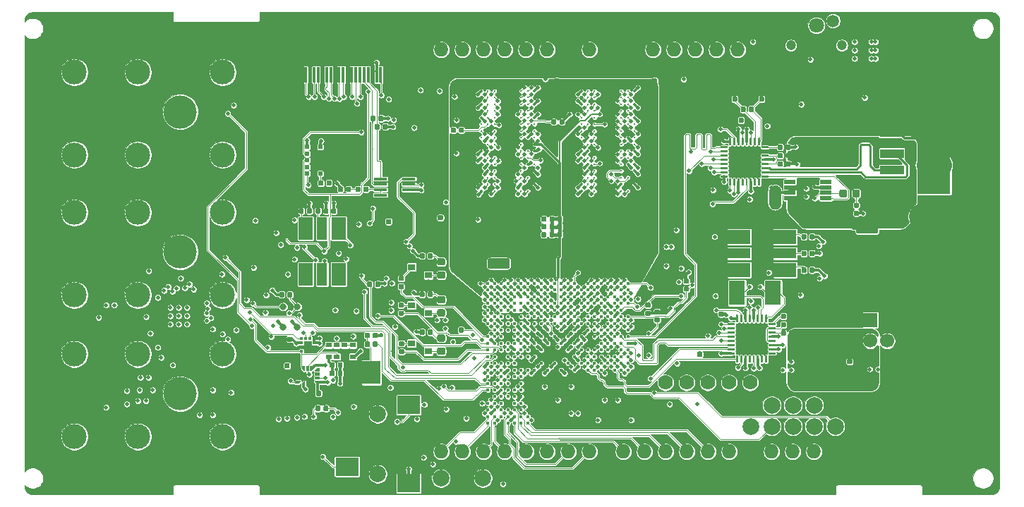
<source format=gbr>
G04 #@! TF.GenerationSoftware,KiCad,Pcbnew,5.1.5-52549c5~84~ubuntu18.04.1*
G04 #@! TF.CreationDate,2019-12-10T23:02:15-05:00*
G04 #@! TF.ProjectId,DFTBoard,44465442-6f61-4726-942e-6b696361645f,rev?*
G04 #@! TF.SameCoordinates,Original*
G04 #@! TF.FileFunction,Copper,L1,Top*
G04 #@! TF.FilePolarity,Positive*
%FSLAX46Y46*%
G04 Gerber Fmt 4.6, Leading zero omitted, Abs format (unit mm)*
G04 Created by KiCad (PCBNEW 5.1.5-52549c5~84~ubuntu18.04.1) date 2019-12-10 23:02:15*
%MOMM*%
%LPD*%
G04 APERTURE LIST*
%ADD10C,3.000000*%
%ADD11C,0.125000*%
%ADD12R,2.880360X1.120140*%
%ADD13C,3.048000*%
%ADD14R,0.718820X0.599440*%
%ADD15R,1.699260X2.700020*%
%ADD16R,1.300480X2.700020*%
%ADD17R,2.700020X1.699260*%
%ADD18R,2.700020X1.300480*%
%ADD19R,4.000000X3.000000*%
%ADD20C,0.400000*%
%ADD21O,1.727200X1.727200*%
%ADD22C,2.000000*%
%ADD23C,1.778000*%
%ADD24R,1.650000X2.400000*%
%ADD25C,0.330000*%
%ADD26C,1.200000*%
%ADD27C,1.500000*%
%ADD28C,1.800000*%
%ADD29C,3.000000*%
%ADD30C,4.000000*%
%ADD31C,0.800000*%
%ADD32R,0.500000X0.500000*%
%ADD33R,0.900000X0.800000*%
%ADD34R,1.420000X0.470000*%
%ADD35R,1.950000X2.950000*%
%ADD36R,1.700000X1.700000*%
%ADD37C,1.700000*%
%ADD38C,3.500000*%
%ADD39C,1.600000*%
%ADD40R,0.300000X1.900000*%
%ADD41R,2.800000X2.200000*%
%ADD42R,2.200000X2.800000*%
%ADD43R,0.375000X0.350000*%
%ADD44R,0.350000X0.375000*%
%ADD45R,1.600000X0.300000*%
%ADD46C,0.480000*%
%ADD47C,0.102000*%
%ADD48C,0.300000*%
%ADD49C,0.130000*%
%ADD50C,0.450000*%
%ADD51C,0.120000*%
%ADD52C,0.200000*%
%ADD53C,0.150000*%
%ADD54C,0.280000*%
%ADD55C,0.254000*%
G04 APERTURE END LIST*
D10*
X210465000Y-119400000D02*
X211735000Y-119400000D01*
G04 #@! TA.AperFunction,SMDPad,CuDef*
D11*
G36*
X134858567Y-143776442D02*
G01*
X134872636Y-143780710D01*
X134885603Y-143787641D01*
X134896968Y-143796968D01*
X135103034Y-144003034D01*
X135112361Y-144014399D01*
X135119292Y-144027366D01*
X135123560Y-144041435D01*
X135125001Y-144056067D01*
X135125001Y-144100001D01*
X135123560Y-144114633D01*
X135119292Y-144128702D01*
X135112361Y-144141669D01*
X135103034Y-144153034D01*
X135091669Y-144162361D01*
X135078702Y-144169292D01*
X135064633Y-144173560D01*
X135050001Y-144175001D01*
X134575001Y-144175001D01*
X134560369Y-144173560D01*
X134546300Y-144169292D01*
X134533333Y-144162361D01*
X134521968Y-144153034D01*
X134512641Y-144141669D01*
X134505710Y-144128702D01*
X134501442Y-144114633D01*
X134500001Y-144100001D01*
X134500001Y-143850001D01*
X134501442Y-143835369D01*
X134505710Y-143821300D01*
X134512641Y-143808333D01*
X134521968Y-143796968D01*
X134533333Y-143787641D01*
X134546300Y-143780710D01*
X134560369Y-143776442D01*
X134575001Y-143775001D01*
X134843935Y-143775001D01*
X134858567Y-143776442D01*
G37*
G04 #@! TD.AperFunction*
G04 #@! TA.AperFunction,SMDPad,CuDef*
G36*
X135034803Y-144275483D02*
G01*
X135044510Y-144276922D01*
X135054029Y-144279307D01*
X135063269Y-144282613D01*
X135072141Y-144286809D01*
X135080558Y-144291854D01*
X135088440Y-144297700D01*
X135095712Y-144304290D01*
X135102302Y-144311562D01*
X135108148Y-144319444D01*
X135113193Y-144327861D01*
X135117389Y-144336733D01*
X135120695Y-144345973D01*
X135123080Y-144355492D01*
X135124519Y-144365199D01*
X135125001Y-144375001D01*
X135125001Y-144575001D01*
X135124519Y-144584803D01*
X135123080Y-144594510D01*
X135120695Y-144604029D01*
X135117389Y-144613269D01*
X135113193Y-144622141D01*
X135108148Y-144630558D01*
X135102302Y-144638440D01*
X135095712Y-144645712D01*
X135088440Y-144652302D01*
X135080558Y-144658148D01*
X135072141Y-144663193D01*
X135063269Y-144667389D01*
X135054029Y-144670695D01*
X135044510Y-144673080D01*
X135034803Y-144674519D01*
X135025001Y-144675001D01*
X134600001Y-144675001D01*
X134590199Y-144674519D01*
X134580492Y-144673080D01*
X134570973Y-144670695D01*
X134561733Y-144667389D01*
X134552861Y-144663193D01*
X134544444Y-144658148D01*
X134536562Y-144652302D01*
X134529290Y-144645712D01*
X134522700Y-144638440D01*
X134516854Y-144630558D01*
X134511809Y-144622141D01*
X134507613Y-144613269D01*
X134504307Y-144604029D01*
X134501922Y-144594510D01*
X134500483Y-144584803D01*
X134500001Y-144575001D01*
X134500001Y-144375001D01*
X134500483Y-144365199D01*
X134501922Y-144355492D01*
X134504307Y-144345973D01*
X134507613Y-144336733D01*
X134511809Y-144327861D01*
X134516854Y-144319444D01*
X134522700Y-144311562D01*
X134529290Y-144304290D01*
X134536562Y-144297700D01*
X134544444Y-144291854D01*
X134552861Y-144286809D01*
X134561733Y-144282613D01*
X134570973Y-144279307D01*
X134580492Y-144276922D01*
X134590199Y-144275483D01*
X134600001Y-144275001D01*
X135025001Y-144275001D01*
X135034803Y-144275483D01*
G37*
G04 #@! TD.AperFunction*
G04 #@! TA.AperFunction,SMDPad,CuDef*
G36*
X135039313Y-144785458D02*
G01*
X135048535Y-144786826D01*
X135057578Y-144789092D01*
X135066356Y-144792232D01*
X135074784Y-144796218D01*
X135082780Y-144801011D01*
X135090268Y-144806565D01*
X135097176Y-144812826D01*
X135103437Y-144819734D01*
X135108991Y-144827222D01*
X135113784Y-144835218D01*
X135117770Y-144843646D01*
X135120910Y-144852424D01*
X135123176Y-144861467D01*
X135124544Y-144870689D01*
X135125001Y-144880001D01*
X135125001Y-145070001D01*
X135124544Y-145079313D01*
X135123176Y-145088535D01*
X135120910Y-145097578D01*
X135117770Y-145106356D01*
X135113784Y-145114784D01*
X135108991Y-145122780D01*
X135103437Y-145130268D01*
X135097176Y-145137176D01*
X135090268Y-145143437D01*
X135082780Y-145148991D01*
X135074784Y-145153784D01*
X135066356Y-145157770D01*
X135057578Y-145160910D01*
X135048535Y-145163176D01*
X135039313Y-145164544D01*
X135030001Y-145165001D01*
X134595001Y-145165001D01*
X134585689Y-145164544D01*
X134576467Y-145163176D01*
X134567424Y-145160910D01*
X134558646Y-145157770D01*
X134550218Y-145153784D01*
X134542222Y-145148991D01*
X134534734Y-145143437D01*
X134527826Y-145137176D01*
X134521565Y-145130268D01*
X134516011Y-145122780D01*
X134511218Y-145114784D01*
X134507232Y-145106356D01*
X134504092Y-145097578D01*
X134501826Y-145088535D01*
X134500458Y-145079313D01*
X134500001Y-145070001D01*
X134500001Y-144880001D01*
X134500458Y-144870689D01*
X134501826Y-144861467D01*
X134504092Y-144852424D01*
X134507232Y-144843646D01*
X134511218Y-144835218D01*
X134516011Y-144827222D01*
X134521565Y-144819734D01*
X134527826Y-144812826D01*
X134534734Y-144806565D01*
X134542222Y-144801011D01*
X134550218Y-144796218D01*
X134558646Y-144792232D01*
X134567424Y-144789092D01*
X134576467Y-144786826D01*
X134585689Y-144785458D01*
X134595001Y-144785001D01*
X135030001Y-144785001D01*
X135039313Y-144785458D01*
G37*
G04 #@! TD.AperFunction*
G04 #@! TA.AperFunction,SMDPad,CuDef*
G36*
X135064633Y-145276442D02*
G01*
X135078702Y-145280710D01*
X135091669Y-145287641D01*
X135103034Y-145296968D01*
X135112361Y-145308333D01*
X135119292Y-145321300D01*
X135123560Y-145335369D01*
X135125001Y-145350001D01*
X135125001Y-145393935D01*
X135123560Y-145408567D01*
X135119292Y-145422636D01*
X135112361Y-145435603D01*
X135103034Y-145446968D01*
X134896968Y-145653034D01*
X134885603Y-145662361D01*
X134872636Y-145669292D01*
X134858567Y-145673560D01*
X134843935Y-145675001D01*
X134575001Y-145675001D01*
X134560369Y-145673560D01*
X134546300Y-145669292D01*
X134533333Y-145662361D01*
X134521968Y-145653034D01*
X134512641Y-145641669D01*
X134505710Y-145628702D01*
X134501442Y-145614633D01*
X134500001Y-145600001D01*
X134500001Y-145350001D01*
X134501442Y-145335369D01*
X134505710Y-145321300D01*
X134512641Y-145308333D01*
X134521968Y-145296968D01*
X134533333Y-145287641D01*
X134546300Y-145280710D01*
X134560369Y-145276442D01*
X134575001Y-145275001D01*
X135050001Y-145275001D01*
X135064633Y-145276442D01*
G37*
G04 #@! TD.AperFunction*
G04 #@! TA.AperFunction,SMDPad,CuDef*
G36*
X135614633Y-145326442D02*
G01*
X135628702Y-145330710D01*
X135641669Y-145337641D01*
X135653034Y-145346968D01*
X135662361Y-145358333D01*
X135669292Y-145371300D01*
X135673560Y-145385369D01*
X135675001Y-145400001D01*
X135675001Y-145875001D01*
X135673560Y-145889633D01*
X135669292Y-145903702D01*
X135662361Y-145916669D01*
X135653034Y-145928034D01*
X135641669Y-145937361D01*
X135628702Y-145944292D01*
X135614633Y-145948560D01*
X135600001Y-145950001D01*
X135350001Y-145950001D01*
X135335369Y-145948560D01*
X135321300Y-145944292D01*
X135308333Y-145937361D01*
X135296968Y-145928034D01*
X135287641Y-145916669D01*
X135280710Y-145903702D01*
X135276442Y-145889633D01*
X135275001Y-145875001D01*
X135275001Y-145606067D01*
X135276442Y-145591435D01*
X135280710Y-145577366D01*
X135287641Y-145564399D01*
X135296968Y-145553034D01*
X135503034Y-145346968D01*
X135514399Y-145337641D01*
X135527366Y-145330710D01*
X135541435Y-145326442D01*
X135556067Y-145325001D01*
X135600001Y-145325001D01*
X135614633Y-145326442D01*
G37*
G04 #@! TD.AperFunction*
G04 #@! TA.AperFunction,SMDPad,CuDef*
G36*
X136079313Y-145325458D02*
G01*
X136088535Y-145326826D01*
X136097578Y-145329092D01*
X136106356Y-145332232D01*
X136114784Y-145336218D01*
X136122780Y-145341011D01*
X136130268Y-145346565D01*
X136137176Y-145352826D01*
X136143437Y-145359734D01*
X136148991Y-145367222D01*
X136153784Y-145375218D01*
X136157770Y-145383646D01*
X136160910Y-145392424D01*
X136163176Y-145401467D01*
X136164544Y-145410689D01*
X136165001Y-145420001D01*
X136165001Y-145855001D01*
X136164544Y-145864313D01*
X136163176Y-145873535D01*
X136160910Y-145882578D01*
X136157770Y-145891356D01*
X136153784Y-145899784D01*
X136148991Y-145907780D01*
X136143437Y-145915268D01*
X136137176Y-145922176D01*
X136130268Y-145928437D01*
X136122780Y-145933991D01*
X136114784Y-145938784D01*
X136106356Y-145942770D01*
X136097578Y-145945910D01*
X136088535Y-145948176D01*
X136079313Y-145949544D01*
X136070001Y-145950001D01*
X135880001Y-145950001D01*
X135870689Y-145949544D01*
X135861467Y-145948176D01*
X135852424Y-145945910D01*
X135843646Y-145942770D01*
X135835218Y-145938784D01*
X135827222Y-145933991D01*
X135819734Y-145928437D01*
X135812826Y-145922176D01*
X135806565Y-145915268D01*
X135801011Y-145907780D01*
X135796218Y-145899784D01*
X135792232Y-145891356D01*
X135789092Y-145882578D01*
X135786826Y-145873535D01*
X135785458Y-145864313D01*
X135785001Y-145855001D01*
X135785001Y-145420001D01*
X135785458Y-145410689D01*
X135786826Y-145401467D01*
X135789092Y-145392424D01*
X135792232Y-145383646D01*
X135796218Y-145375218D01*
X135801011Y-145367222D01*
X135806565Y-145359734D01*
X135812826Y-145352826D01*
X135819734Y-145346565D01*
X135827222Y-145341011D01*
X135835218Y-145336218D01*
X135843646Y-145332232D01*
X135852424Y-145329092D01*
X135861467Y-145326826D01*
X135870689Y-145325458D01*
X135880001Y-145325001D01*
X136070001Y-145325001D01*
X136079313Y-145325458D01*
G37*
G04 #@! TD.AperFunction*
G04 #@! TA.AperFunction,SMDPad,CuDef*
G36*
X136408567Y-145326442D02*
G01*
X136422636Y-145330710D01*
X136435603Y-145337641D01*
X136446968Y-145346968D01*
X136653034Y-145553034D01*
X136662361Y-145564399D01*
X136669292Y-145577366D01*
X136673560Y-145591435D01*
X136675001Y-145606067D01*
X136675001Y-145875001D01*
X136673560Y-145889633D01*
X136669292Y-145903702D01*
X136662361Y-145916669D01*
X136653034Y-145928034D01*
X136641669Y-145937361D01*
X136628702Y-145944292D01*
X136614633Y-145948560D01*
X136600001Y-145950001D01*
X136350001Y-145950001D01*
X136335369Y-145948560D01*
X136321300Y-145944292D01*
X136308333Y-145937361D01*
X136296968Y-145928034D01*
X136287641Y-145916669D01*
X136280710Y-145903702D01*
X136276442Y-145889633D01*
X136275001Y-145875001D01*
X136275001Y-145400001D01*
X136276442Y-145385369D01*
X136280710Y-145371300D01*
X136287641Y-145358333D01*
X136296968Y-145346968D01*
X136308333Y-145337641D01*
X136321300Y-145330710D01*
X136335369Y-145326442D01*
X136350001Y-145325001D01*
X136393935Y-145325001D01*
X136408567Y-145326442D01*
G37*
G04 #@! TD.AperFunction*
G04 #@! TA.AperFunction,SMDPad,CuDef*
G36*
X137389633Y-145276442D02*
G01*
X137403702Y-145280710D01*
X137416669Y-145287641D01*
X137428034Y-145296968D01*
X137437361Y-145308333D01*
X137444292Y-145321300D01*
X137448560Y-145335369D01*
X137450001Y-145350001D01*
X137450001Y-145600001D01*
X137448560Y-145614633D01*
X137444292Y-145628702D01*
X137437361Y-145641669D01*
X137428034Y-145653034D01*
X137416669Y-145662361D01*
X137403702Y-145669292D01*
X137389633Y-145673560D01*
X137375001Y-145675001D01*
X137106067Y-145675001D01*
X137091435Y-145673560D01*
X137077366Y-145669292D01*
X137064399Y-145662361D01*
X137053034Y-145653034D01*
X136846968Y-145446968D01*
X136837641Y-145435603D01*
X136830710Y-145422636D01*
X136826442Y-145408567D01*
X136825001Y-145393935D01*
X136825001Y-145350001D01*
X136826442Y-145335369D01*
X136830710Y-145321300D01*
X136837641Y-145308333D01*
X136846968Y-145296968D01*
X136858333Y-145287641D01*
X136871300Y-145280710D01*
X136885369Y-145276442D01*
X136900001Y-145275001D01*
X137375001Y-145275001D01*
X137389633Y-145276442D01*
G37*
G04 #@! TD.AperFunction*
G04 #@! TA.AperFunction,SMDPad,CuDef*
G36*
X137364313Y-144785458D02*
G01*
X137373535Y-144786826D01*
X137382578Y-144789092D01*
X137391356Y-144792232D01*
X137399784Y-144796218D01*
X137407780Y-144801011D01*
X137415268Y-144806565D01*
X137422176Y-144812826D01*
X137428437Y-144819734D01*
X137433991Y-144827222D01*
X137438784Y-144835218D01*
X137442770Y-144843646D01*
X137445910Y-144852424D01*
X137448176Y-144861467D01*
X137449544Y-144870689D01*
X137450001Y-144880001D01*
X137450001Y-145070001D01*
X137449544Y-145079313D01*
X137448176Y-145088535D01*
X137445910Y-145097578D01*
X137442770Y-145106356D01*
X137438784Y-145114784D01*
X137433991Y-145122780D01*
X137428437Y-145130268D01*
X137422176Y-145137176D01*
X137415268Y-145143437D01*
X137407780Y-145148991D01*
X137399784Y-145153784D01*
X137391356Y-145157770D01*
X137382578Y-145160910D01*
X137373535Y-145163176D01*
X137364313Y-145164544D01*
X137355001Y-145165001D01*
X136920001Y-145165001D01*
X136910689Y-145164544D01*
X136901467Y-145163176D01*
X136892424Y-145160910D01*
X136883646Y-145157770D01*
X136875218Y-145153784D01*
X136867222Y-145148991D01*
X136859734Y-145143437D01*
X136852826Y-145137176D01*
X136846565Y-145130268D01*
X136841011Y-145122780D01*
X136836218Y-145114784D01*
X136832232Y-145106356D01*
X136829092Y-145097578D01*
X136826826Y-145088535D01*
X136825458Y-145079313D01*
X136825001Y-145070001D01*
X136825001Y-144880001D01*
X136825458Y-144870689D01*
X136826826Y-144861467D01*
X136829092Y-144852424D01*
X136832232Y-144843646D01*
X136836218Y-144835218D01*
X136841011Y-144827222D01*
X136846565Y-144819734D01*
X136852826Y-144812826D01*
X136859734Y-144806565D01*
X136867222Y-144801011D01*
X136875218Y-144796218D01*
X136883646Y-144792232D01*
X136892424Y-144789092D01*
X136901467Y-144786826D01*
X136910689Y-144785458D01*
X136920001Y-144785001D01*
X137355001Y-144785001D01*
X137364313Y-144785458D01*
G37*
G04 #@! TD.AperFunction*
G04 #@! TA.AperFunction,SMDPad,CuDef*
G36*
X137364313Y-144295458D02*
G01*
X137373535Y-144296826D01*
X137382578Y-144299092D01*
X137391356Y-144302232D01*
X137399784Y-144306218D01*
X137407780Y-144311011D01*
X137415268Y-144316565D01*
X137422176Y-144322826D01*
X137428437Y-144329734D01*
X137433991Y-144337222D01*
X137438784Y-144345218D01*
X137442770Y-144353646D01*
X137445910Y-144362424D01*
X137448176Y-144371467D01*
X137449544Y-144380689D01*
X137450001Y-144390001D01*
X137450001Y-144580001D01*
X137449544Y-144589313D01*
X137448176Y-144598535D01*
X137445910Y-144607578D01*
X137442770Y-144616356D01*
X137438784Y-144624784D01*
X137433991Y-144632780D01*
X137428437Y-144640268D01*
X137422176Y-144647176D01*
X137415268Y-144653437D01*
X137407780Y-144658991D01*
X137399784Y-144663784D01*
X137391356Y-144667770D01*
X137382578Y-144670910D01*
X137373535Y-144673176D01*
X137364313Y-144674544D01*
X137355001Y-144675001D01*
X136920001Y-144675001D01*
X136910689Y-144674544D01*
X136901467Y-144673176D01*
X136892424Y-144670910D01*
X136883646Y-144667770D01*
X136875218Y-144663784D01*
X136867222Y-144658991D01*
X136859734Y-144653437D01*
X136852826Y-144647176D01*
X136846565Y-144640268D01*
X136841011Y-144632780D01*
X136836218Y-144624784D01*
X136832232Y-144616356D01*
X136829092Y-144607578D01*
X136826826Y-144598535D01*
X136825458Y-144589313D01*
X136825001Y-144580001D01*
X136825001Y-144390001D01*
X136825458Y-144380689D01*
X136826826Y-144371467D01*
X136829092Y-144362424D01*
X136832232Y-144353646D01*
X136836218Y-144345218D01*
X136841011Y-144337222D01*
X136846565Y-144329734D01*
X136852826Y-144322826D01*
X136859734Y-144316565D01*
X136867222Y-144311011D01*
X136875218Y-144306218D01*
X136883646Y-144302232D01*
X136892424Y-144299092D01*
X136901467Y-144296826D01*
X136910689Y-144295458D01*
X136920001Y-144295001D01*
X137355001Y-144295001D01*
X137364313Y-144295458D01*
G37*
G04 #@! TD.AperFunction*
G04 #@! TA.AperFunction,SMDPad,CuDef*
G36*
X137389633Y-143776442D02*
G01*
X137403702Y-143780710D01*
X137416669Y-143787641D01*
X137428034Y-143796968D01*
X137437361Y-143808333D01*
X137444292Y-143821300D01*
X137448560Y-143835369D01*
X137450001Y-143850001D01*
X137450001Y-144100001D01*
X137448560Y-144114633D01*
X137444292Y-144128702D01*
X137437361Y-144141669D01*
X137428034Y-144153034D01*
X137416669Y-144162361D01*
X137403702Y-144169292D01*
X137389633Y-144173560D01*
X137375001Y-144175001D01*
X136900001Y-144175001D01*
X136885369Y-144173560D01*
X136871300Y-144169292D01*
X136858333Y-144162361D01*
X136846968Y-144153034D01*
X136837641Y-144141669D01*
X136830710Y-144128702D01*
X136826442Y-144114633D01*
X136825001Y-144100001D01*
X136825001Y-144056067D01*
X136826442Y-144041435D01*
X136830710Y-144027366D01*
X136837641Y-144014399D01*
X136846968Y-144003034D01*
X137053034Y-143796968D01*
X137064399Y-143787641D01*
X137077366Y-143780710D01*
X137091435Y-143776442D01*
X137106067Y-143775001D01*
X137375001Y-143775001D01*
X137389633Y-143776442D01*
G37*
G04 #@! TD.AperFunction*
G04 #@! TA.AperFunction,SMDPad,CuDef*
G36*
X136614633Y-143501442D02*
G01*
X136628702Y-143505710D01*
X136641669Y-143512641D01*
X136653034Y-143521968D01*
X136662361Y-143533333D01*
X136669292Y-143546300D01*
X136673560Y-143560369D01*
X136675001Y-143575001D01*
X136675001Y-143843935D01*
X136673560Y-143858567D01*
X136669292Y-143872636D01*
X136662361Y-143885603D01*
X136653034Y-143896968D01*
X136446968Y-144103034D01*
X136435603Y-144112361D01*
X136422636Y-144119292D01*
X136408567Y-144123560D01*
X136393935Y-144125001D01*
X136350001Y-144125001D01*
X136335369Y-144123560D01*
X136321300Y-144119292D01*
X136308333Y-144112361D01*
X136296968Y-144103034D01*
X136287641Y-144091669D01*
X136280710Y-144078702D01*
X136276442Y-144064633D01*
X136275001Y-144050001D01*
X136275001Y-143575001D01*
X136276442Y-143560369D01*
X136280710Y-143546300D01*
X136287641Y-143533333D01*
X136296968Y-143521968D01*
X136308333Y-143512641D01*
X136321300Y-143505710D01*
X136335369Y-143501442D01*
X136350001Y-143500001D01*
X136600001Y-143500001D01*
X136614633Y-143501442D01*
G37*
G04 #@! TD.AperFunction*
G04 #@! TA.AperFunction,SMDPad,CuDef*
G36*
X136079313Y-143500458D02*
G01*
X136088535Y-143501826D01*
X136097578Y-143504092D01*
X136106356Y-143507232D01*
X136114784Y-143511218D01*
X136122780Y-143516011D01*
X136130268Y-143521565D01*
X136137176Y-143527826D01*
X136143437Y-143534734D01*
X136148991Y-143542222D01*
X136153784Y-143550218D01*
X136157770Y-143558646D01*
X136160910Y-143567424D01*
X136163176Y-143576467D01*
X136164544Y-143585689D01*
X136165001Y-143595001D01*
X136165001Y-144030001D01*
X136164544Y-144039313D01*
X136163176Y-144048535D01*
X136160910Y-144057578D01*
X136157770Y-144066356D01*
X136153784Y-144074784D01*
X136148991Y-144082780D01*
X136143437Y-144090268D01*
X136137176Y-144097176D01*
X136130268Y-144103437D01*
X136122780Y-144108991D01*
X136114784Y-144113784D01*
X136106356Y-144117770D01*
X136097578Y-144120910D01*
X136088535Y-144123176D01*
X136079313Y-144124544D01*
X136070001Y-144125001D01*
X135880001Y-144125001D01*
X135870689Y-144124544D01*
X135861467Y-144123176D01*
X135852424Y-144120910D01*
X135843646Y-144117770D01*
X135835218Y-144113784D01*
X135827222Y-144108991D01*
X135819734Y-144103437D01*
X135812826Y-144097176D01*
X135806565Y-144090268D01*
X135801011Y-144082780D01*
X135796218Y-144074784D01*
X135792232Y-144066356D01*
X135789092Y-144057578D01*
X135786826Y-144048535D01*
X135785458Y-144039313D01*
X135785001Y-144030001D01*
X135785001Y-143595001D01*
X135785458Y-143585689D01*
X135786826Y-143576467D01*
X135789092Y-143567424D01*
X135792232Y-143558646D01*
X135796218Y-143550218D01*
X135801011Y-143542222D01*
X135806565Y-143534734D01*
X135812826Y-143527826D01*
X135819734Y-143521565D01*
X135827222Y-143516011D01*
X135835218Y-143511218D01*
X135843646Y-143507232D01*
X135852424Y-143504092D01*
X135861467Y-143501826D01*
X135870689Y-143500458D01*
X135880001Y-143500001D01*
X136070001Y-143500001D01*
X136079313Y-143500458D01*
G37*
G04 #@! TD.AperFunction*
G04 #@! TA.AperFunction,SMDPad,CuDef*
G36*
X135614633Y-143501442D02*
G01*
X135628702Y-143505710D01*
X135641669Y-143512641D01*
X135653034Y-143521968D01*
X135662361Y-143533333D01*
X135669292Y-143546300D01*
X135673560Y-143560369D01*
X135675001Y-143575001D01*
X135675001Y-144050001D01*
X135673560Y-144064633D01*
X135669292Y-144078702D01*
X135662361Y-144091669D01*
X135653034Y-144103034D01*
X135641669Y-144112361D01*
X135628702Y-144119292D01*
X135614633Y-144123560D01*
X135600001Y-144125001D01*
X135556067Y-144125001D01*
X135541435Y-144123560D01*
X135527366Y-144119292D01*
X135514399Y-144112361D01*
X135503034Y-144103034D01*
X135296968Y-143896968D01*
X135287641Y-143885603D01*
X135280710Y-143872636D01*
X135276442Y-143858567D01*
X135275001Y-143843935D01*
X135275001Y-143575001D01*
X135276442Y-143560369D01*
X135280710Y-143546300D01*
X135287641Y-143533333D01*
X135296968Y-143521968D01*
X135308333Y-143512641D01*
X135321300Y-143505710D01*
X135335369Y-143501442D01*
X135350001Y-143500001D01*
X135600001Y-143500001D01*
X135614633Y-143501442D01*
G37*
G04 #@! TD.AperFunction*
D12*
X206059820Y-122500120D03*
X206059820Y-120000760D03*
X206059820Y-117999240D03*
X206059820Y-115499880D03*
D13*
X209641220Y-125570980D03*
X209641220Y-112429020D03*
D14*
X138497120Y-142398500D03*
X139467400Y-142398500D03*
X140432600Y-142398500D03*
X141402880Y-142398500D03*
X141402880Y-141001500D03*
X140432600Y-141001500D03*
X139467400Y-141001500D03*
X138497120Y-141001500D03*
D15*
X139693082Y-127003665D03*
D16*
X137716962Y-127003665D03*
D15*
X135740842Y-127003665D03*
X135740842Y-132505305D03*
D16*
X137716962Y-132505305D03*
D15*
X139693082Y-132505305D03*
D17*
X187749180Y-131976120D03*
D18*
X187749180Y-130000000D03*
D17*
X187749180Y-128023880D03*
X193250820Y-128023880D03*
D18*
X193250820Y-130000000D03*
D17*
X193250820Y-131976120D03*
D19*
X211100000Y-117400000D03*
X211100000Y-121400000D03*
G04 #@! TA.AperFunction,SMDPad,CuDef*
D11*
G36*
X138346958Y-148280710D02*
G01*
X138361276Y-148282834D01*
X138375317Y-148286351D01*
X138388946Y-148291228D01*
X138402031Y-148297417D01*
X138414447Y-148304858D01*
X138426073Y-148313481D01*
X138436798Y-148323202D01*
X138446519Y-148333927D01*
X138455142Y-148345553D01*
X138462583Y-148357969D01*
X138468772Y-148371054D01*
X138473649Y-148384683D01*
X138477166Y-148398724D01*
X138479290Y-148413042D01*
X138480000Y-148427500D01*
X138480000Y-148772500D01*
X138479290Y-148786958D01*
X138477166Y-148801276D01*
X138473649Y-148815317D01*
X138468772Y-148828946D01*
X138462583Y-148842031D01*
X138455142Y-148854447D01*
X138446519Y-148866073D01*
X138436798Y-148876798D01*
X138426073Y-148886519D01*
X138414447Y-148895142D01*
X138402031Y-148902583D01*
X138388946Y-148908772D01*
X138375317Y-148913649D01*
X138361276Y-148917166D01*
X138346958Y-148919290D01*
X138332500Y-148920000D01*
X138037500Y-148920000D01*
X138023042Y-148919290D01*
X138008724Y-148917166D01*
X137994683Y-148913649D01*
X137981054Y-148908772D01*
X137967969Y-148902583D01*
X137955553Y-148895142D01*
X137943927Y-148886519D01*
X137933202Y-148876798D01*
X137923481Y-148866073D01*
X137914858Y-148854447D01*
X137907417Y-148842031D01*
X137901228Y-148828946D01*
X137896351Y-148815317D01*
X137892834Y-148801276D01*
X137890710Y-148786958D01*
X137890000Y-148772500D01*
X137890000Y-148427500D01*
X137890710Y-148413042D01*
X137892834Y-148398724D01*
X137896351Y-148384683D01*
X137901228Y-148371054D01*
X137907417Y-148357969D01*
X137914858Y-148345553D01*
X137923481Y-148333927D01*
X137933202Y-148323202D01*
X137943927Y-148313481D01*
X137955553Y-148304858D01*
X137967969Y-148297417D01*
X137981054Y-148291228D01*
X137994683Y-148286351D01*
X138008724Y-148282834D01*
X138023042Y-148280710D01*
X138037500Y-148280000D01*
X138332500Y-148280000D01*
X138346958Y-148280710D01*
G37*
G04 #@! TD.AperFunction*
G04 #@! TA.AperFunction,SMDPad,CuDef*
G36*
X137376958Y-148280710D02*
G01*
X137391276Y-148282834D01*
X137405317Y-148286351D01*
X137418946Y-148291228D01*
X137432031Y-148297417D01*
X137444447Y-148304858D01*
X137456073Y-148313481D01*
X137466798Y-148323202D01*
X137476519Y-148333927D01*
X137485142Y-148345553D01*
X137492583Y-148357969D01*
X137498772Y-148371054D01*
X137503649Y-148384683D01*
X137507166Y-148398724D01*
X137509290Y-148413042D01*
X137510000Y-148427500D01*
X137510000Y-148772500D01*
X137509290Y-148786958D01*
X137507166Y-148801276D01*
X137503649Y-148815317D01*
X137498772Y-148828946D01*
X137492583Y-148842031D01*
X137485142Y-148854447D01*
X137476519Y-148866073D01*
X137466798Y-148876798D01*
X137456073Y-148886519D01*
X137444447Y-148895142D01*
X137432031Y-148902583D01*
X137418946Y-148908772D01*
X137405317Y-148913649D01*
X137391276Y-148917166D01*
X137376958Y-148919290D01*
X137362500Y-148920000D01*
X137067500Y-148920000D01*
X137053042Y-148919290D01*
X137038724Y-148917166D01*
X137024683Y-148913649D01*
X137011054Y-148908772D01*
X136997969Y-148902583D01*
X136985553Y-148895142D01*
X136973927Y-148886519D01*
X136963202Y-148876798D01*
X136953481Y-148866073D01*
X136944858Y-148854447D01*
X136937417Y-148842031D01*
X136931228Y-148828946D01*
X136926351Y-148815317D01*
X136922834Y-148801276D01*
X136920710Y-148786958D01*
X136920000Y-148772500D01*
X136920000Y-148427500D01*
X136920710Y-148413042D01*
X136922834Y-148398724D01*
X136926351Y-148384683D01*
X136931228Y-148371054D01*
X136937417Y-148357969D01*
X136944858Y-148345553D01*
X136953481Y-148333927D01*
X136963202Y-148323202D01*
X136973927Y-148313481D01*
X136985553Y-148304858D01*
X136997969Y-148297417D01*
X137011054Y-148291228D01*
X137024683Y-148286351D01*
X137038724Y-148282834D01*
X137053042Y-148280710D01*
X137067500Y-148280000D01*
X137362500Y-148280000D01*
X137376958Y-148280710D01*
G37*
G04 #@! TD.AperFunction*
D20*
X157600000Y-150400000D03*
X157600000Y-149600000D03*
X157600000Y-148800000D03*
X157600000Y-148000000D03*
X157600000Y-147200000D03*
X157600000Y-146400000D03*
X157600000Y-145600000D03*
X157600000Y-144800000D03*
X157600000Y-144000000D03*
X157600000Y-143200000D03*
X157600000Y-142400000D03*
X157600000Y-141600000D03*
X157600000Y-140800000D03*
X157600000Y-140000000D03*
X157600000Y-139200000D03*
X157600000Y-138400000D03*
X157600000Y-137600000D03*
X157600000Y-136800000D03*
X157600000Y-136000000D03*
X157600000Y-135200000D03*
X157600000Y-134400000D03*
X157600000Y-133600000D03*
X158400000Y-150400000D03*
X158400000Y-149600000D03*
X158400000Y-148800000D03*
X158400000Y-148000000D03*
X158400000Y-147200000D03*
X158400000Y-146400000D03*
X158400000Y-145600000D03*
X158400000Y-144800000D03*
X158400000Y-144000000D03*
X158400000Y-143200000D03*
X158400000Y-142400000D03*
X158400000Y-141600000D03*
X158400000Y-140800000D03*
X158400000Y-140000000D03*
X158400000Y-139200000D03*
X158400000Y-138400000D03*
X158400000Y-137600000D03*
X158400000Y-136800000D03*
X158400000Y-136000000D03*
X158400000Y-135200000D03*
X158400000Y-134400000D03*
X158400000Y-133600000D03*
X159200000Y-150400000D03*
X159200000Y-149600000D03*
X159200000Y-148800000D03*
X159200000Y-148000000D03*
X159200000Y-147200000D03*
X159200000Y-146400000D03*
X159200000Y-145600000D03*
X159200000Y-144800000D03*
X159200000Y-144000000D03*
X159200000Y-143200000D03*
X159200000Y-142400000D03*
X159200000Y-141600000D03*
X159200000Y-140800000D03*
X159200000Y-140000000D03*
X159200000Y-139200000D03*
X159200000Y-138400000D03*
X159200000Y-137600000D03*
X159200000Y-136800000D03*
X159200000Y-136000000D03*
X159200000Y-135200000D03*
X159200000Y-134400000D03*
X159200000Y-133600000D03*
X160000000Y-150400000D03*
X160000000Y-149600000D03*
X160000000Y-148800000D03*
X160000000Y-148000000D03*
X160000000Y-147200000D03*
X160000000Y-146400000D03*
X160000000Y-145600000D03*
X160000000Y-144800000D03*
X160000000Y-144000000D03*
X160000000Y-143200000D03*
X160000000Y-142400000D03*
X160000000Y-141600000D03*
X160000000Y-140800000D03*
X160000000Y-140000000D03*
X160000000Y-139200000D03*
X160000000Y-138400000D03*
X160000000Y-137600000D03*
X160000000Y-136800000D03*
X160000000Y-136000000D03*
X160000000Y-135200000D03*
X160000000Y-134400000D03*
X160000000Y-133600000D03*
X160800000Y-150400000D03*
X160800000Y-149600000D03*
X160800000Y-148800000D03*
X160800000Y-148000000D03*
X160800000Y-147200000D03*
X160800000Y-146400000D03*
X160800000Y-145600000D03*
X160800000Y-144800000D03*
X160800000Y-144000000D03*
X160800000Y-143200000D03*
X160800000Y-142400000D03*
X160800000Y-141600000D03*
X160800000Y-140800000D03*
X160800000Y-140000000D03*
X160800000Y-139200000D03*
X160800000Y-138400000D03*
X160800000Y-137600000D03*
X160800000Y-136800000D03*
X160800000Y-136000000D03*
X160800000Y-135200000D03*
X160800000Y-134400000D03*
X160800000Y-133600000D03*
X161600000Y-150400000D03*
X161600000Y-149600000D03*
X161600000Y-148800000D03*
X161600000Y-148000000D03*
X161600000Y-147200000D03*
X161600000Y-146400000D03*
X161600000Y-145600000D03*
X161600000Y-144800000D03*
X161600000Y-144000000D03*
X161600000Y-143200000D03*
X161600000Y-142400000D03*
X161600000Y-141600000D03*
X161600000Y-140800000D03*
X161600000Y-140000000D03*
X161600000Y-139200000D03*
X161600000Y-138400000D03*
X161600000Y-137600000D03*
X161600000Y-136800000D03*
X161600000Y-136000000D03*
X161600000Y-135200000D03*
X161600000Y-134400000D03*
X161600000Y-133600000D03*
X162400000Y-150400000D03*
X162400000Y-149600000D03*
X162400000Y-148800000D03*
X162400000Y-148000000D03*
X162400000Y-147200000D03*
X162400000Y-146400000D03*
X162400000Y-145600000D03*
X162400000Y-144800000D03*
X162400000Y-144000000D03*
X162400000Y-143200000D03*
X162400000Y-142400000D03*
X162400000Y-141600000D03*
X162400000Y-140800000D03*
X162400000Y-140000000D03*
X162400000Y-139200000D03*
X162400000Y-138400000D03*
X162400000Y-137600000D03*
X162400000Y-136800000D03*
X162400000Y-136000000D03*
X162400000Y-135200000D03*
X162400000Y-134400000D03*
X162400000Y-133600000D03*
X163200000Y-150400000D03*
X163200000Y-149600000D03*
X163200000Y-148800000D03*
X163200000Y-148000000D03*
X163200000Y-147200000D03*
X163200000Y-146400000D03*
X163200000Y-145600000D03*
X163200000Y-144800000D03*
X163200000Y-144000000D03*
X163200000Y-143200000D03*
X163200000Y-142400000D03*
X163200000Y-141600000D03*
X163200000Y-140800000D03*
X163200000Y-140000000D03*
X163200000Y-139200000D03*
X163200000Y-138400000D03*
X163200000Y-137600000D03*
X163200000Y-136800000D03*
X163200000Y-136000000D03*
X163200000Y-135200000D03*
X163200000Y-134400000D03*
X163200000Y-133600000D03*
X164000000Y-150400000D03*
X164000000Y-149600000D03*
X164000000Y-148800000D03*
X164000000Y-148000000D03*
X164000000Y-147200000D03*
X164000000Y-146400000D03*
X164000000Y-145600000D03*
X164000000Y-144800000D03*
X164000000Y-144000000D03*
X164000000Y-143200000D03*
X164000000Y-142400000D03*
X164000000Y-141600000D03*
X164000000Y-140800000D03*
X164000000Y-140000000D03*
X164000000Y-139200000D03*
X164000000Y-138400000D03*
X164000000Y-137600000D03*
X164000000Y-136800000D03*
X164000000Y-136000000D03*
X164000000Y-135200000D03*
X164000000Y-134400000D03*
X164000000Y-133600000D03*
X164800000Y-150400000D03*
X164800000Y-149600000D03*
X164800000Y-148800000D03*
X164800000Y-148000000D03*
X164800000Y-147200000D03*
X164800000Y-146400000D03*
X164800000Y-145600000D03*
X164800000Y-144800000D03*
X164800000Y-144000000D03*
X164800000Y-143200000D03*
X164800000Y-142400000D03*
X164800000Y-141600000D03*
X164800000Y-140800000D03*
X164800000Y-140000000D03*
X164800000Y-139200000D03*
X164800000Y-138400000D03*
X164800000Y-137600000D03*
X164800000Y-136800000D03*
X164800000Y-136000000D03*
X164800000Y-135200000D03*
X164800000Y-134400000D03*
X164800000Y-133600000D03*
X165600000Y-150400000D03*
X165600000Y-149600000D03*
X165600000Y-148800000D03*
X165600000Y-148000000D03*
X165600000Y-147200000D03*
X165600000Y-146400000D03*
X165600000Y-145600000D03*
X165600000Y-144800000D03*
X165600000Y-144000000D03*
X165600000Y-143200000D03*
X165600000Y-142400000D03*
X165600000Y-141600000D03*
X165600000Y-140800000D03*
X165600000Y-140000000D03*
X165600000Y-139200000D03*
X165600000Y-138400000D03*
X165600000Y-137600000D03*
X165600000Y-136800000D03*
X165600000Y-136000000D03*
X165600000Y-135200000D03*
X165600000Y-134400000D03*
X165600000Y-133600000D03*
X166400000Y-150400000D03*
X166400000Y-149600000D03*
X166400000Y-148800000D03*
X166400000Y-148000000D03*
X166400000Y-147200000D03*
X166400000Y-146400000D03*
X166400000Y-145600000D03*
X166400000Y-144800000D03*
X166400000Y-144000000D03*
X166400000Y-143200000D03*
X166400000Y-142400000D03*
X166400000Y-141600000D03*
X166400000Y-140800000D03*
X166400000Y-140000000D03*
X166400000Y-139200000D03*
X166400000Y-138400000D03*
X166400000Y-137600000D03*
X166400000Y-136800000D03*
X166400000Y-136000000D03*
X166400000Y-135200000D03*
X166400000Y-134400000D03*
X166400000Y-133600000D03*
X167200000Y-150400000D03*
X167200000Y-149600000D03*
X167200000Y-148800000D03*
X167200000Y-148000000D03*
X167200000Y-147200000D03*
X167200000Y-146400000D03*
X167200000Y-145600000D03*
X167200000Y-144800000D03*
X167200000Y-144000000D03*
X167200000Y-143200000D03*
X167200000Y-142400000D03*
X167200000Y-141600000D03*
X167200000Y-140800000D03*
X167200000Y-140000000D03*
X167200000Y-139200000D03*
X167200000Y-138400000D03*
X167200000Y-137600000D03*
X167200000Y-136800000D03*
X167200000Y-136000000D03*
X167200000Y-135200000D03*
X167200000Y-134400000D03*
X167200000Y-133600000D03*
X168000000Y-150400000D03*
X168000000Y-149600000D03*
X168000000Y-148800000D03*
X168000000Y-148000000D03*
X168000000Y-147200000D03*
X168000000Y-146400000D03*
X168000000Y-145600000D03*
X168000000Y-144800000D03*
X168000000Y-144000000D03*
X168000000Y-143200000D03*
X168000000Y-142400000D03*
X168000000Y-141600000D03*
X168000000Y-140800000D03*
X168000000Y-140000000D03*
X168000000Y-139200000D03*
X168000000Y-138400000D03*
X168000000Y-137600000D03*
X168000000Y-136800000D03*
X168000000Y-136000000D03*
X168000000Y-135200000D03*
X168000000Y-134400000D03*
X168000000Y-133600000D03*
X168800000Y-150400000D03*
X168800000Y-149600000D03*
X168800000Y-148800000D03*
X168800000Y-148000000D03*
X168800000Y-147200000D03*
X168800000Y-146400000D03*
X168800000Y-145600000D03*
X168800000Y-144800000D03*
X168800000Y-144000000D03*
X168800000Y-143200000D03*
X168800000Y-142400000D03*
X168800000Y-141600000D03*
X168800000Y-140800000D03*
X168800000Y-140000000D03*
X168800000Y-139200000D03*
X168800000Y-138400000D03*
X168800000Y-137600000D03*
X168800000Y-136800000D03*
X168800000Y-136000000D03*
X168800000Y-135200000D03*
X168800000Y-134400000D03*
X168800000Y-133600000D03*
X169600000Y-150400000D03*
X169600000Y-149600000D03*
X169600000Y-148800000D03*
X169600000Y-148000000D03*
X169600000Y-147200000D03*
X169600000Y-146400000D03*
X169600000Y-145600000D03*
X169600000Y-144800000D03*
X169600000Y-144000000D03*
X169600000Y-143200000D03*
X169600000Y-142400000D03*
X169600000Y-141600000D03*
X169600000Y-140800000D03*
X169600000Y-140000000D03*
X169600000Y-139200000D03*
X169600000Y-138400000D03*
X169600000Y-137600000D03*
X169600000Y-136800000D03*
X169600000Y-136000000D03*
X169600000Y-135200000D03*
X169600000Y-134400000D03*
X169600000Y-133600000D03*
X170400000Y-150400000D03*
X170400000Y-149600000D03*
X170400000Y-148800000D03*
X170400000Y-148000000D03*
X170400000Y-147200000D03*
X170400000Y-146400000D03*
X170400000Y-145600000D03*
X170400000Y-144800000D03*
X170400000Y-144000000D03*
X170400000Y-143200000D03*
X170400000Y-142400000D03*
X170400000Y-141600000D03*
X170400000Y-140800000D03*
X170400000Y-140000000D03*
X170400000Y-139200000D03*
X170400000Y-138400000D03*
X170400000Y-137600000D03*
X170400000Y-136800000D03*
X170400000Y-136000000D03*
X170400000Y-135200000D03*
X170400000Y-134400000D03*
X170400000Y-133600000D03*
X171200000Y-150400000D03*
X171200000Y-149600000D03*
X171200000Y-148800000D03*
X171200000Y-148000000D03*
X171200000Y-147200000D03*
X171200000Y-146400000D03*
X171200000Y-145600000D03*
X171200000Y-144800000D03*
X171200000Y-144000000D03*
X171200000Y-143200000D03*
X171200000Y-142400000D03*
X171200000Y-141600000D03*
X171200000Y-140800000D03*
X171200000Y-140000000D03*
X171200000Y-139200000D03*
X171200000Y-138400000D03*
X171200000Y-137600000D03*
X171200000Y-136800000D03*
X171200000Y-136000000D03*
X171200000Y-135200000D03*
X171200000Y-134400000D03*
X171200000Y-133600000D03*
X172000000Y-150400000D03*
X172000000Y-149600000D03*
X172000000Y-148800000D03*
X172000000Y-148000000D03*
X172000000Y-147200000D03*
X172000000Y-146400000D03*
X172000000Y-145600000D03*
X172000000Y-144800000D03*
X172000000Y-144000000D03*
X172000000Y-143200000D03*
X172000000Y-142400000D03*
X172000000Y-141600000D03*
X172000000Y-140800000D03*
X172000000Y-140000000D03*
X172000000Y-139200000D03*
X172000000Y-138400000D03*
X172000000Y-137600000D03*
X172000000Y-136800000D03*
X172000000Y-136000000D03*
X172000000Y-135200000D03*
X172000000Y-134400000D03*
X172000000Y-133600000D03*
X172800000Y-150400000D03*
X172800000Y-149600000D03*
X172800000Y-148800000D03*
X172800000Y-148000000D03*
X172800000Y-147200000D03*
X172800000Y-146400000D03*
X172800000Y-145600000D03*
X172800000Y-144800000D03*
X172800000Y-144000000D03*
X172800000Y-143200000D03*
X172800000Y-142400000D03*
X172800000Y-141600000D03*
X172800000Y-140800000D03*
X172800000Y-140000000D03*
X172800000Y-139200000D03*
X172800000Y-138400000D03*
X172800000Y-137600000D03*
X172800000Y-136800000D03*
X172800000Y-136000000D03*
X172800000Y-135200000D03*
X172800000Y-134400000D03*
X172800000Y-133600000D03*
X173600000Y-150400000D03*
X173600000Y-149600000D03*
X173600000Y-148800000D03*
X173600000Y-148000000D03*
X173600000Y-147200000D03*
X173600000Y-146400000D03*
X173600000Y-145600000D03*
X173600000Y-144800000D03*
X173600000Y-144000000D03*
X173600000Y-143200000D03*
X173600000Y-142400000D03*
X173600000Y-141600000D03*
X173600000Y-140800000D03*
X173600000Y-140000000D03*
X173600000Y-139200000D03*
X173600000Y-138400000D03*
X173600000Y-137600000D03*
X173600000Y-136800000D03*
X173600000Y-136000000D03*
X173600000Y-135200000D03*
X173600000Y-134400000D03*
X173600000Y-133600000D03*
X174400000Y-150400000D03*
X174400000Y-149600000D03*
X174400000Y-148800000D03*
X174400000Y-148000000D03*
X174400000Y-147200000D03*
X174400000Y-146400000D03*
X174400000Y-145600000D03*
X174400000Y-144800000D03*
X174400000Y-144000000D03*
X174400000Y-143200000D03*
X174400000Y-142400000D03*
X174400000Y-141600000D03*
X174400000Y-140800000D03*
X174400000Y-140000000D03*
X174400000Y-139200000D03*
X174400000Y-138400000D03*
X174400000Y-137600000D03*
X174400000Y-136800000D03*
X174400000Y-136000000D03*
X174400000Y-135200000D03*
X174400000Y-134400000D03*
X174400000Y-133600000D03*
G04 #@! TA.AperFunction,SMDPad,CuDef*
D11*
G36*
X152277691Y-139726053D02*
G01*
X152298926Y-139729203D01*
X152319750Y-139734419D01*
X152339962Y-139741651D01*
X152359368Y-139750830D01*
X152377781Y-139761866D01*
X152395024Y-139774654D01*
X152410930Y-139789070D01*
X152425346Y-139804976D01*
X152438134Y-139822219D01*
X152449170Y-139840632D01*
X152458349Y-139860038D01*
X152465581Y-139880250D01*
X152470797Y-139901074D01*
X152473947Y-139922309D01*
X152475000Y-139943750D01*
X152475000Y-140381250D01*
X152473947Y-140402691D01*
X152470797Y-140423926D01*
X152465581Y-140444750D01*
X152458349Y-140464962D01*
X152449170Y-140484368D01*
X152438134Y-140502781D01*
X152425346Y-140520024D01*
X152410930Y-140535930D01*
X152395024Y-140550346D01*
X152377781Y-140563134D01*
X152359368Y-140574170D01*
X152339962Y-140583349D01*
X152319750Y-140590581D01*
X152298926Y-140595797D01*
X152277691Y-140598947D01*
X152256250Y-140600000D01*
X151743750Y-140600000D01*
X151722309Y-140598947D01*
X151701074Y-140595797D01*
X151680250Y-140590581D01*
X151660038Y-140583349D01*
X151640632Y-140574170D01*
X151622219Y-140563134D01*
X151604976Y-140550346D01*
X151589070Y-140535930D01*
X151574654Y-140520024D01*
X151561866Y-140502781D01*
X151550830Y-140484368D01*
X151541651Y-140464962D01*
X151534419Y-140444750D01*
X151529203Y-140423926D01*
X151526053Y-140402691D01*
X151525000Y-140381250D01*
X151525000Y-139943750D01*
X151526053Y-139922309D01*
X151529203Y-139901074D01*
X151534419Y-139880250D01*
X151541651Y-139860038D01*
X151550830Y-139840632D01*
X151561866Y-139822219D01*
X151574654Y-139804976D01*
X151589070Y-139789070D01*
X151604976Y-139774654D01*
X151622219Y-139761866D01*
X151640632Y-139750830D01*
X151660038Y-139741651D01*
X151680250Y-139734419D01*
X151701074Y-139729203D01*
X151722309Y-139726053D01*
X151743750Y-139725000D01*
X152256250Y-139725000D01*
X152277691Y-139726053D01*
G37*
G04 #@! TD.AperFunction*
G04 #@! TA.AperFunction,SMDPad,CuDef*
G36*
X152277691Y-141301053D02*
G01*
X152298926Y-141304203D01*
X152319750Y-141309419D01*
X152339962Y-141316651D01*
X152359368Y-141325830D01*
X152377781Y-141336866D01*
X152395024Y-141349654D01*
X152410930Y-141364070D01*
X152425346Y-141379976D01*
X152438134Y-141397219D01*
X152449170Y-141415632D01*
X152458349Y-141435038D01*
X152465581Y-141455250D01*
X152470797Y-141476074D01*
X152473947Y-141497309D01*
X152475000Y-141518750D01*
X152475000Y-141956250D01*
X152473947Y-141977691D01*
X152470797Y-141998926D01*
X152465581Y-142019750D01*
X152458349Y-142039962D01*
X152449170Y-142059368D01*
X152438134Y-142077781D01*
X152425346Y-142095024D01*
X152410930Y-142110930D01*
X152395024Y-142125346D01*
X152377781Y-142138134D01*
X152359368Y-142149170D01*
X152339962Y-142158349D01*
X152319750Y-142165581D01*
X152298926Y-142170797D01*
X152277691Y-142173947D01*
X152256250Y-142175000D01*
X151743750Y-142175000D01*
X151722309Y-142173947D01*
X151701074Y-142170797D01*
X151680250Y-142165581D01*
X151660038Y-142158349D01*
X151640632Y-142149170D01*
X151622219Y-142138134D01*
X151604976Y-142125346D01*
X151589070Y-142110930D01*
X151574654Y-142095024D01*
X151561866Y-142077781D01*
X151550830Y-142059368D01*
X151541651Y-142039962D01*
X151534419Y-142019750D01*
X151529203Y-141998926D01*
X151526053Y-141977691D01*
X151525000Y-141956250D01*
X151525000Y-141518750D01*
X151526053Y-141497309D01*
X151529203Y-141476074D01*
X151534419Y-141455250D01*
X151541651Y-141435038D01*
X151550830Y-141415632D01*
X151561866Y-141397219D01*
X151574654Y-141379976D01*
X151589070Y-141364070D01*
X151604976Y-141349654D01*
X151622219Y-141336866D01*
X151640632Y-141325830D01*
X151660038Y-141316651D01*
X151680250Y-141309419D01*
X151701074Y-141304203D01*
X151722309Y-141301053D01*
X151743750Y-141300000D01*
X152256250Y-141300000D01*
X152277691Y-141301053D01*
G37*
G04 #@! TD.AperFunction*
D21*
X152000000Y-105540000D03*
X154540000Y-105540000D03*
X157080000Y-105540000D03*
X159620000Y-105540000D03*
X162160000Y-105540000D03*
X187560000Y-105540000D03*
X181464000Y-153800000D03*
X184004000Y-153800000D03*
X186544000Y-153800000D03*
X191624000Y-153800000D03*
X194164000Y-153800000D03*
X196704000Y-153800000D03*
X178924000Y-153800000D03*
X176384000Y-153800000D03*
X173844000Y-153800000D03*
X189084000Y-153800000D03*
X169780000Y-153800000D03*
X167240000Y-153800000D03*
X164700000Y-153800000D03*
X162160000Y-153800000D03*
X159620000Y-153800000D03*
X157080000Y-153800000D03*
X154540000Y-153800000D03*
X152000000Y-153800000D03*
X185020000Y-105540000D03*
X182480000Y-105540000D03*
X179940000Y-105540000D03*
X177400000Y-105540000D03*
X174860000Y-105540000D03*
X172320000Y-105540000D03*
X169780000Y-105540000D03*
X164700000Y-105540000D03*
D22*
X194200000Y-150770000D03*
X194200000Y-148230000D03*
X196740000Y-148230000D03*
X199280000Y-148230000D03*
X199280000Y-150770000D03*
X196740000Y-150770000D03*
X191660000Y-150770000D03*
X191660000Y-148230000D03*
X189120000Y-148230000D03*
X189120000Y-150770000D03*
D23*
X178900000Y-145500000D03*
X181440000Y-145500000D03*
X183980000Y-145500000D03*
X186520000Y-145500000D03*
X189060000Y-145500000D03*
X191600000Y-145500000D03*
D24*
X150840000Y-113210000D03*
D25*
X156800000Y-110500000D03*
X157600000Y-110500000D03*
X158400000Y-110500000D03*
X158400000Y-111300000D03*
X157600000Y-111300000D03*
X156800000Y-111300000D03*
X156800000Y-112100000D03*
X157600000Y-112100000D03*
X158400000Y-112100000D03*
X161600000Y-110500000D03*
X161600000Y-111300000D03*
X161600000Y-112100000D03*
X162400000Y-112100000D03*
X162400000Y-111300000D03*
X162400000Y-110500000D03*
X163200000Y-110500000D03*
X163200000Y-111300000D03*
X163200000Y-112100000D03*
X158400000Y-112900000D03*
X157600000Y-112900000D03*
X156800000Y-112900000D03*
X156800000Y-113700000D03*
X157600000Y-113700000D03*
X158400000Y-113700000D03*
X158400000Y-114500000D03*
X157600000Y-114500000D03*
X156800000Y-114500000D03*
X156800000Y-115300000D03*
X157600000Y-115300000D03*
X158400000Y-115300000D03*
X158400000Y-116100000D03*
X157600000Y-116100000D03*
X156800000Y-116100000D03*
X156800000Y-116900000D03*
X157600000Y-116900000D03*
X158400000Y-116900000D03*
X158400000Y-117700000D03*
X157600000Y-117700000D03*
X156800000Y-117700000D03*
X156800000Y-118500000D03*
X157600000Y-118500000D03*
X158400000Y-118500000D03*
X158400000Y-119300000D03*
X157600000Y-119300000D03*
X156800000Y-119300000D03*
X156800000Y-120100000D03*
X157600000Y-120100000D03*
X158400000Y-120100000D03*
X161600000Y-112900000D03*
X161600000Y-113700000D03*
X161600000Y-114500000D03*
X161600000Y-115300000D03*
X161600000Y-116100000D03*
X161600000Y-116900000D03*
X161600000Y-117700000D03*
X161600000Y-118500000D03*
X161600000Y-119300000D03*
X162400000Y-119300000D03*
X162400000Y-118500000D03*
X162400000Y-117700000D03*
X162400000Y-116900000D03*
X162400000Y-116100000D03*
X162400000Y-115300000D03*
X162400000Y-114500000D03*
X162400000Y-113700000D03*
X162400000Y-112900000D03*
X163200000Y-112900000D03*
X163200000Y-113700000D03*
X163200000Y-114500000D03*
X163200000Y-115300000D03*
X163200000Y-116100000D03*
X163200000Y-116900000D03*
X163200000Y-117700000D03*
X163200000Y-118500000D03*
X163200000Y-119300000D03*
X161600000Y-120100000D03*
X162400000Y-120100000D03*
X163200000Y-120100000D03*
X156800000Y-120900000D03*
X157600000Y-120900000D03*
X158400000Y-120900000D03*
X161600000Y-120900000D03*
X162400000Y-120900000D03*
X163200000Y-120900000D03*
X156800000Y-121700000D03*
X157600000Y-121700000D03*
X158400000Y-121700000D03*
X161600000Y-121700000D03*
X162400000Y-121700000D03*
X163200000Y-121700000D03*
X156800000Y-122500000D03*
X157600000Y-122500000D03*
X158400000Y-122500000D03*
X161600000Y-122500000D03*
X162400000Y-122500000D03*
X163200000Y-122500000D03*
X168800000Y-110500000D03*
X169600000Y-110500000D03*
X170400000Y-110500000D03*
X170400000Y-111300000D03*
X169600000Y-111300000D03*
X168800000Y-111300000D03*
X168800000Y-112100000D03*
X169600000Y-112100000D03*
X170400000Y-112100000D03*
X173600000Y-110500000D03*
X173600000Y-111300000D03*
X173600000Y-112100000D03*
X174400000Y-112100000D03*
X174400000Y-111300000D03*
X174400000Y-110500000D03*
X175200000Y-110500000D03*
X175200000Y-111300000D03*
X175200000Y-112100000D03*
X170400000Y-112900000D03*
X169600000Y-112900000D03*
X168800000Y-112900000D03*
X168800000Y-113700000D03*
X169600000Y-113700000D03*
X170400000Y-113700000D03*
X170400000Y-114500000D03*
X169600000Y-114500000D03*
X168800000Y-114500000D03*
X168800000Y-115300000D03*
X169600000Y-115300000D03*
X170400000Y-115300000D03*
X170400000Y-116100000D03*
X169600000Y-116100000D03*
X168800000Y-116100000D03*
X168800000Y-116900000D03*
X169600000Y-116900000D03*
X170400000Y-116900000D03*
X170400000Y-117700000D03*
X169600000Y-117700000D03*
X168800000Y-117700000D03*
X168800000Y-118500000D03*
X169600000Y-118500000D03*
X170400000Y-118500000D03*
X170400000Y-119300000D03*
X169600000Y-119300000D03*
X168800000Y-119300000D03*
X168800000Y-120100000D03*
X169600000Y-120100000D03*
X170400000Y-120100000D03*
X173600000Y-112900000D03*
X173600000Y-113700000D03*
X173600000Y-114500000D03*
X173600000Y-115300000D03*
X173600000Y-116100000D03*
X173600000Y-116900000D03*
X173600000Y-117700000D03*
X173600000Y-118500000D03*
X173600000Y-119300000D03*
X174400000Y-119300000D03*
X174400000Y-118500000D03*
X174400000Y-117700000D03*
X174400000Y-116900000D03*
X174400000Y-116100000D03*
X174400000Y-115300000D03*
X174400000Y-114500000D03*
X174400000Y-113700000D03*
X174400000Y-112900000D03*
X175200000Y-112900000D03*
X175200000Y-113700000D03*
X175200000Y-114500000D03*
X175200000Y-115300000D03*
X175200000Y-116100000D03*
X175200000Y-116900000D03*
X175200000Y-117700000D03*
X175200000Y-118500000D03*
X175200000Y-119300000D03*
X173600000Y-120100000D03*
X174400000Y-120100000D03*
X175200000Y-120100000D03*
X168800000Y-120900000D03*
X169600000Y-120900000D03*
X170400000Y-120900000D03*
X173600000Y-120900000D03*
X174400000Y-120900000D03*
X175200000Y-120900000D03*
X168800000Y-121700000D03*
X169600000Y-121700000D03*
X170400000Y-121700000D03*
X173600000Y-121700000D03*
X174400000Y-121700000D03*
X175200000Y-121700000D03*
X168800000Y-122500000D03*
X169600000Y-122500000D03*
X170400000Y-122500000D03*
X173600000Y-122500000D03*
X174400000Y-122500000D03*
X175200000Y-122500000D03*
D26*
X200050000Y-105025000D03*
X193950000Y-105025000D03*
D27*
X199000000Y-102075000D03*
D28*
X197000000Y-102625000D03*
D27*
X195000000Y-102075000D03*
D29*
X108000000Y-118160000D03*
X115620000Y-118160000D03*
X125780000Y-118160000D03*
X125780000Y-108250000D03*
X115620000Y-108250000D03*
X108000000Y-108250000D03*
D30*
X120700000Y-113000000D03*
D31*
X133050000Y-138860000D03*
X134750000Y-138860000D03*
X133050000Y-136400000D03*
X134750000Y-136400000D03*
D32*
X136700000Y-120420000D03*
X135900000Y-120420000D03*
X135900000Y-119620000D03*
X135900000Y-118820000D03*
X135900000Y-118020000D03*
X135900000Y-117220000D03*
X136700000Y-117220000D03*
X137500000Y-117220000D03*
X137500000Y-118020000D03*
X137500000Y-118820000D03*
X137500000Y-119620000D03*
X137500000Y-120420000D03*
D29*
X108000000Y-135000000D03*
X115620000Y-135000000D03*
X125780000Y-135000000D03*
X125780000Y-125090000D03*
X115620000Y-125090000D03*
X108000000Y-125090000D03*
D30*
X120700000Y-129840000D03*
D29*
X108000000Y-152000000D03*
X115620000Y-152000000D03*
X125780000Y-152000000D03*
X125780000Y-142090000D03*
X115620000Y-142090000D03*
X108000000Y-142090000D03*
D30*
X120700000Y-146840000D03*
G04 #@! TA.AperFunction,SMDPad,CuDef*
D11*
G36*
X187376958Y-111130710D02*
G01*
X187391276Y-111132834D01*
X187405317Y-111136351D01*
X187418946Y-111141228D01*
X187432031Y-111147417D01*
X187444447Y-111154858D01*
X187456073Y-111163481D01*
X187466798Y-111173202D01*
X187476519Y-111183927D01*
X187485142Y-111195553D01*
X187492583Y-111207969D01*
X187498772Y-111221054D01*
X187503649Y-111234683D01*
X187507166Y-111248724D01*
X187509290Y-111263042D01*
X187510000Y-111277500D01*
X187510000Y-111622500D01*
X187509290Y-111636958D01*
X187507166Y-111651276D01*
X187503649Y-111665317D01*
X187498772Y-111678946D01*
X187492583Y-111692031D01*
X187485142Y-111704447D01*
X187476519Y-111716073D01*
X187466798Y-111726798D01*
X187456073Y-111736519D01*
X187444447Y-111745142D01*
X187432031Y-111752583D01*
X187418946Y-111758772D01*
X187405317Y-111763649D01*
X187391276Y-111767166D01*
X187376958Y-111769290D01*
X187362500Y-111770000D01*
X187067500Y-111770000D01*
X187053042Y-111769290D01*
X187038724Y-111767166D01*
X187024683Y-111763649D01*
X187011054Y-111758772D01*
X186997969Y-111752583D01*
X186985553Y-111745142D01*
X186973927Y-111736519D01*
X186963202Y-111726798D01*
X186953481Y-111716073D01*
X186944858Y-111704447D01*
X186937417Y-111692031D01*
X186931228Y-111678946D01*
X186926351Y-111665317D01*
X186922834Y-111651276D01*
X186920710Y-111636958D01*
X186920000Y-111622500D01*
X186920000Y-111277500D01*
X186920710Y-111263042D01*
X186922834Y-111248724D01*
X186926351Y-111234683D01*
X186931228Y-111221054D01*
X186937417Y-111207969D01*
X186944858Y-111195553D01*
X186953481Y-111183927D01*
X186963202Y-111173202D01*
X186973927Y-111163481D01*
X186985553Y-111154858D01*
X186997969Y-111147417D01*
X187011054Y-111141228D01*
X187024683Y-111136351D01*
X187038724Y-111132834D01*
X187053042Y-111130710D01*
X187067500Y-111130000D01*
X187362500Y-111130000D01*
X187376958Y-111130710D01*
G37*
G04 #@! TD.AperFunction*
G04 #@! TA.AperFunction,SMDPad,CuDef*
G36*
X188346958Y-111130710D02*
G01*
X188361276Y-111132834D01*
X188375317Y-111136351D01*
X188388946Y-111141228D01*
X188402031Y-111147417D01*
X188414447Y-111154858D01*
X188426073Y-111163481D01*
X188436798Y-111173202D01*
X188446519Y-111183927D01*
X188455142Y-111195553D01*
X188462583Y-111207969D01*
X188468772Y-111221054D01*
X188473649Y-111234683D01*
X188477166Y-111248724D01*
X188479290Y-111263042D01*
X188480000Y-111277500D01*
X188480000Y-111622500D01*
X188479290Y-111636958D01*
X188477166Y-111651276D01*
X188473649Y-111665317D01*
X188468772Y-111678946D01*
X188462583Y-111692031D01*
X188455142Y-111704447D01*
X188446519Y-111716073D01*
X188436798Y-111726798D01*
X188426073Y-111736519D01*
X188414447Y-111745142D01*
X188402031Y-111752583D01*
X188388946Y-111758772D01*
X188375317Y-111763649D01*
X188361276Y-111767166D01*
X188346958Y-111769290D01*
X188332500Y-111770000D01*
X188037500Y-111770000D01*
X188023042Y-111769290D01*
X188008724Y-111767166D01*
X187994683Y-111763649D01*
X187981054Y-111758772D01*
X187967969Y-111752583D01*
X187955553Y-111745142D01*
X187943927Y-111736519D01*
X187933202Y-111726798D01*
X187923481Y-111716073D01*
X187914858Y-111704447D01*
X187907417Y-111692031D01*
X187901228Y-111678946D01*
X187896351Y-111665317D01*
X187892834Y-111651276D01*
X187890710Y-111636958D01*
X187890000Y-111622500D01*
X187890000Y-111277500D01*
X187890710Y-111263042D01*
X187892834Y-111248724D01*
X187896351Y-111234683D01*
X187901228Y-111221054D01*
X187907417Y-111207969D01*
X187914858Y-111195553D01*
X187923481Y-111183927D01*
X187933202Y-111173202D01*
X187943927Y-111163481D01*
X187955553Y-111154858D01*
X187967969Y-111147417D01*
X187981054Y-111141228D01*
X187994683Y-111136351D01*
X188008724Y-111132834D01*
X188023042Y-111130710D01*
X188037500Y-111130000D01*
X188332500Y-111130000D01*
X188346958Y-111130710D01*
G37*
G04 #@! TD.AperFunction*
G04 #@! TA.AperFunction,SMDPad,CuDef*
G36*
X190596958Y-111130710D02*
G01*
X190611276Y-111132834D01*
X190625317Y-111136351D01*
X190638946Y-111141228D01*
X190652031Y-111147417D01*
X190664447Y-111154858D01*
X190676073Y-111163481D01*
X190686798Y-111173202D01*
X190696519Y-111183927D01*
X190705142Y-111195553D01*
X190712583Y-111207969D01*
X190718772Y-111221054D01*
X190723649Y-111234683D01*
X190727166Y-111248724D01*
X190729290Y-111263042D01*
X190730000Y-111277500D01*
X190730000Y-111622500D01*
X190729290Y-111636958D01*
X190727166Y-111651276D01*
X190723649Y-111665317D01*
X190718772Y-111678946D01*
X190712583Y-111692031D01*
X190705142Y-111704447D01*
X190696519Y-111716073D01*
X190686798Y-111726798D01*
X190676073Y-111736519D01*
X190664447Y-111745142D01*
X190652031Y-111752583D01*
X190638946Y-111758772D01*
X190625317Y-111763649D01*
X190611276Y-111767166D01*
X190596958Y-111769290D01*
X190582500Y-111770000D01*
X190287500Y-111770000D01*
X190273042Y-111769290D01*
X190258724Y-111767166D01*
X190244683Y-111763649D01*
X190231054Y-111758772D01*
X190217969Y-111752583D01*
X190205553Y-111745142D01*
X190193927Y-111736519D01*
X190183202Y-111726798D01*
X190173481Y-111716073D01*
X190164858Y-111704447D01*
X190157417Y-111692031D01*
X190151228Y-111678946D01*
X190146351Y-111665317D01*
X190142834Y-111651276D01*
X190140710Y-111636958D01*
X190140000Y-111622500D01*
X190140000Y-111277500D01*
X190140710Y-111263042D01*
X190142834Y-111248724D01*
X190146351Y-111234683D01*
X190151228Y-111221054D01*
X190157417Y-111207969D01*
X190164858Y-111195553D01*
X190173481Y-111183927D01*
X190183202Y-111173202D01*
X190193927Y-111163481D01*
X190205553Y-111154858D01*
X190217969Y-111147417D01*
X190231054Y-111141228D01*
X190244683Y-111136351D01*
X190258724Y-111132834D01*
X190273042Y-111130710D01*
X190287500Y-111130000D01*
X190582500Y-111130000D01*
X190596958Y-111130710D01*
G37*
G04 #@! TD.AperFunction*
G04 #@! TA.AperFunction,SMDPad,CuDef*
G36*
X189626958Y-111130710D02*
G01*
X189641276Y-111132834D01*
X189655317Y-111136351D01*
X189668946Y-111141228D01*
X189682031Y-111147417D01*
X189694447Y-111154858D01*
X189706073Y-111163481D01*
X189716798Y-111173202D01*
X189726519Y-111183927D01*
X189735142Y-111195553D01*
X189742583Y-111207969D01*
X189748772Y-111221054D01*
X189753649Y-111234683D01*
X189757166Y-111248724D01*
X189759290Y-111263042D01*
X189760000Y-111277500D01*
X189760000Y-111622500D01*
X189759290Y-111636958D01*
X189757166Y-111651276D01*
X189753649Y-111665317D01*
X189748772Y-111678946D01*
X189742583Y-111692031D01*
X189735142Y-111704447D01*
X189726519Y-111716073D01*
X189716798Y-111726798D01*
X189706073Y-111736519D01*
X189694447Y-111745142D01*
X189682031Y-111752583D01*
X189668946Y-111758772D01*
X189655317Y-111763649D01*
X189641276Y-111767166D01*
X189626958Y-111769290D01*
X189612500Y-111770000D01*
X189317500Y-111770000D01*
X189303042Y-111769290D01*
X189288724Y-111767166D01*
X189274683Y-111763649D01*
X189261054Y-111758772D01*
X189247969Y-111752583D01*
X189235553Y-111745142D01*
X189223927Y-111736519D01*
X189213202Y-111726798D01*
X189203481Y-111716073D01*
X189194858Y-111704447D01*
X189187417Y-111692031D01*
X189181228Y-111678946D01*
X189176351Y-111665317D01*
X189172834Y-111651276D01*
X189170710Y-111636958D01*
X189170000Y-111622500D01*
X189170000Y-111277500D01*
X189170710Y-111263042D01*
X189172834Y-111248724D01*
X189176351Y-111234683D01*
X189181228Y-111221054D01*
X189187417Y-111207969D01*
X189194858Y-111195553D01*
X189203481Y-111183927D01*
X189213202Y-111173202D01*
X189223927Y-111163481D01*
X189235553Y-111154858D01*
X189247969Y-111147417D01*
X189261054Y-111141228D01*
X189274683Y-111136351D01*
X189288724Y-111132834D01*
X189303042Y-111130710D01*
X189317500Y-111130000D01*
X189612500Y-111130000D01*
X189626958Y-111130710D01*
G37*
G04 #@! TD.AperFunction*
G04 #@! TA.AperFunction,SMDPad,CuDef*
G36*
X189361958Y-112380710D02*
G01*
X189376276Y-112382834D01*
X189390317Y-112386351D01*
X189403946Y-112391228D01*
X189417031Y-112397417D01*
X189429447Y-112404858D01*
X189441073Y-112413481D01*
X189451798Y-112423202D01*
X189461519Y-112433927D01*
X189470142Y-112445553D01*
X189477583Y-112457969D01*
X189483772Y-112471054D01*
X189488649Y-112484683D01*
X189492166Y-112498724D01*
X189494290Y-112513042D01*
X189495000Y-112527500D01*
X189495000Y-112872500D01*
X189494290Y-112886958D01*
X189492166Y-112901276D01*
X189488649Y-112915317D01*
X189483772Y-112928946D01*
X189477583Y-112942031D01*
X189470142Y-112954447D01*
X189461519Y-112966073D01*
X189451798Y-112976798D01*
X189441073Y-112986519D01*
X189429447Y-112995142D01*
X189417031Y-113002583D01*
X189403946Y-113008772D01*
X189390317Y-113013649D01*
X189376276Y-113017166D01*
X189361958Y-113019290D01*
X189347500Y-113020000D01*
X189052500Y-113020000D01*
X189038042Y-113019290D01*
X189023724Y-113017166D01*
X189009683Y-113013649D01*
X188996054Y-113008772D01*
X188982969Y-113002583D01*
X188970553Y-112995142D01*
X188958927Y-112986519D01*
X188948202Y-112976798D01*
X188938481Y-112966073D01*
X188929858Y-112954447D01*
X188922417Y-112942031D01*
X188916228Y-112928946D01*
X188911351Y-112915317D01*
X188907834Y-112901276D01*
X188905710Y-112886958D01*
X188905000Y-112872500D01*
X188905000Y-112527500D01*
X188905710Y-112513042D01*
X188907834Y-112498724D01*
X188911351Y-112484683D01*
X188916228Y-112471054D01*
X188922417Y-112457969D01*
X188929858Y-112445553D01*
X188938481Y-112433927D01*
X188948202Y-112423202D01*
X188958927Y-112413481D01*
X188970553Y-112404858D01*
X188982969Y-112397417D01*
X188996054Y-112391228D01*
X189009683Y-112386351D01*
X189023724Y-112382834D01*
X189038042Y-112380710D01*
X189052500Y-112380000D01*
X189347500Y-112380000D01*
X189361958Y-112380710D01*
G37*
G04 #@! TD.AperFunction*
G04 #@! TA.AperFunction,SMDPad,CuDef*
G36*
X188391958Y-112380710D02*
G01*
X188406276Y-112382834D01*
X188420317Y-112386351D01*
X188433946Y-112391228D01*
X188447031Y-112397417D01*
X188459447Y-112404858D01*
X188471073Y-112413481D01*
X188481798Y-112423202D01*
X188491519Y-112433927D01*
X188500142Y-112445553D01*
X188507583Y-112457969D01*
X188513772Y-112471054D01*
X188518649Y-112484683D01*
X188522166Y-112498724D01*
X188524290Y-112513042D01*
X188525000Y-112527500D01*
X188525000Y-112872500D01*
X188524290Y-112886958D01*
X188522166Y-112901276D01*
X188518649Y-112915317D01*
X188513772Y-112928946D01*
X188507583Y-112942031D01*
X188500142Y-112954447D01*
X188491519Y-112966073D01*
X188481798Y-112976798D01*
X188471073Y-112986519D01*
X188459447Y-112995142D01*
X188447031Y-113002583D01*
X188433946Y-113008772D01*
X188420317Y-113013649D01*
X188406276Y-113017166D01*
X188391958Y-113019290D01*
X188377500Y-113020000D01*
X188082500Y-113020000D01*
X188068042Y-113019290D01*
X188053724Y-113017166D01*
X188039683Y-113013649D01*
X188026054Y-113008772D01*
X188012969Y-113002583D01*
X188000553Y-112995142D01*
X187988927Y-112986519D01*
X187978202Y-112976798D01*
X187968481Y-112966073D01*
X187959858Y-112954447D01*
X187952417Y-112942031D01*
X187946228Y-112928946D01*
X187941351Y-112915317D01*
X187937834Y-112901276D01*
X187935710Y-112886958D01*
X187935000Y-112872500D01*
X187935000Y-112527500D01*
X187935710Y-112513042D01*
X187937834Y-112498724D01*
X187941351Y-112484683D01*
X187946228Y-112471054D01*
X187952417Y-112457969D01*
X187959858Y-112445553D01*
X187968481Y-112433927D01*
X187978202Y-112423202D01*
X187988927Y-112413481D01*
X188000553Y-112404858D01*
X188012969Y-112397417D01*
X188026054Y-112391228D01*
X188039683Y-112386351D01*
X188053724Y-112382834D01*
X188068042Y-112380710D01*
X188082500Y-112380000D01*
X188377500Y-112380000D01*
X188391958Y-112380710D01*
G37*
G04 #@! TD.AperFunction*
G04 #@! TA.AperFunction,SMDPad,CuDef*
G36*
X193796958Y-116930710D02*
G01*
X193811276Y-116932834D01*
X193825317Y-116936351D01*
X193838946Y-116941228D01*
X193852031Y-116947417D01*
X193864447Y-116954858D01*
X193876073Y-116963481D01*
X193886798Y-116973202D01*
X193896519Y-116983927D01*
X193905142Y-116995553D01*
X193912583Y-117007969D01*
X193918772Y-117021054D01*
X193923649Y-117034683D01*
X193927166Y-117048724D01*
X193929290Y-117063042D01*
X193930000Y-117077500D01*
X193930000Y-117422500D01*
X193929290Y-117436958D01*
X193927166Y-117451276D01*
X193923649Y-117465317D01*
X193918772Y-117478946D01*
X193912583Y-117492031D01*
X193905142Y-117504447D01*
X193896519Y-117516073D01*
X193886798Y-117526798D01*
X193876073Y-117536519D01*
X193864447Y-117545142D01*
X193852031Y-117552583D01*
X193838946Y-117558772D01*
X193825317Y-117563649D01*
X193811276Y-117567166D01*
X193796958Y-117569290D01*
X193782500Y-117570000D01*
X193487500Y-117570000D01*
X193473042Y-117569290D01*
X193458724Y-117567166D01*
X193444683Y-117563649D01*
X193431054Y-117558772D01*
X193417969Y-117552583D01*
X193405553Y-117545142D01*
X193393927Y-117536519D01*
X193383202Y-117526798D01*
X193373481Y-117516073D01*
X193364858Y-117504447D01*
X193357417Y-117492031D01*
X193351228Y-117478946D01*
X193346351Y-117465317D01*
X193342834Y-117451276D01*
X193340710Y-117436958D01*
X193340000Y-117422500D01*
X193340000Y-117077500D01*
X193340710Y-117063042D01*
X193342834Y-117048724D01*
X193346351Y-117034683D01*
X193351228Y-117021054D01*
X193357417Y-117007969D01*
X193364858Y-116995553D01*
X193373481Y-116983927D01*
X193383202Y-116973202D01*
X193393927Y-116963481D01*
X193405553Y-116954858D01*
X193417969Y-116947417D01*
X193431054Y-116941228D01*
X193444683Y-116936351D01*
X193458724Y-116932834D01*
X193473042Y-116930710D01*
X193487500Y-116930000D01*
X193782500Y-116930000D01*
X193796958Y-116930710D01*
G37*
G04 #@! TD.AperFunction*
G04 #@! TA.AperFunction,SMDPad,CuDef*
G36*
X192826958Y-116930710D02*
G01*
X192841276Y-116932834D01*
X192855317Y-116936351D01*
X192868946Y-116941228D01*
X192882031Y-116947417D01*
X192894447Y-116954858D01*
X192906073Y-116963481D01*
X192916798Y-116973202D01*
X192926519Y-116983927D01*
X192935142Y-116995553D01*
X192942583Y-117007969D01*
X192948772Y-117021054D01*
X192953649Y-117034683D01*
X192957166Y-117048724D01*
X192959290Y-117063042D01*
X192960000Y-117077500D01*
X192960000Y-117422500D01*
X192959290Y-117436958D01*
X192957166Y-117451276D01*
X192953649Y-117465317D01*
X192948772Y-117478946D01*
X192942583Y-117492031D01*
X192935142Y-117504447D01*
X192926519Y-117516073D01*
X192916798Y-117526798D01*
X192906073Y-117536519D01*
X192894447Y-117545142D01*
X192882031Y-117552583D01*
X192868946Y-117558772D01*
X192855317Y-117563649D01*
X192841276Y-117567166D01*
X192826958Y-117569290D01*
X192812500Y-117570000D01*
X192517500Y-117570000D01*
X192503042Y-117569290D01*
X192488724Y-117567166D01*
X192474683Y-117563649D01*
X192461054Y-117558772D01*
X192447969Y-117552583D01*
X192435553Y-117545142D01*
X192423927Y-117536519D01*
X192413202Y-117526798D01*
X192403481Y-117516073D01*
X192394858Y-117504447D01*
X192387417Y-117492031D01*
X192381228Y-117478946D01*
X192376351Y-117465317D01*
X192372834Y-117451276D01*
X192370710Y-117436958D01*
X192370000Y-117422500D01*
X192370000Y-117077500D01*
X192370710Y-117063042D01*
X192372834Y-117048724D01*
X192376351Y-117034683D01*
X192381228Y-117021054D01*
X192387417Y-117007969D01*
X192394858Y-116995553D01*
X192403481Y-116983927D01*
X192413202Y-116973202D01*
X192423927Y-116963481D01*
X192435553Y-116954858D01*
X192447969Y-116947417D01*
X192461054Y-116941228D01*
X192474683Y-116936351D01*
X192488724Y-116932834D01*
X192503042Y-116930710D01*
X192517500Y-116930000D01*
X192812500Y-116930000D01*
X192826958Y-116930710D01*
G37*
G04 #@! TD.AperFunction*
G04 #@! TA.AperFunction,SMDPad,CuDef*
G36*
X194196958Y-137230710D02*
G01*
X194211276Y-137232834D01*
X194225317Y-137236351D01*
X194238946Y-137241228D01*
X194252031Y-137247417D01*
X194264447Y-137254858D01*
X194276073Y-137263481D01*
X194286798Y-137273202D01*
X194296519Y-137283927D01*
X194305142Y-137295553D01*
X194312583Y-137307969D01*
X194318772Y-137321054D01*
X194323649Y-137334683D01*
X194327166Y-137348724D01*
X194329290Y-137363042D01*
X194330000Y-137377500D01*
X194330000Y-137722500D01*
X194329290Y-137736958D01*
X194327166Y-137751276D01*
X194323649Y-137765317D01*
X194318772Y-137778946D01*
X194312583Y-137792031D01*
X194305142Y-137804447D01*
X194296519Y-137816073D01*
X194286798Y-137826798D01*
X194276073Y-137836519D01*
X194264447Y-137845142D01*
X194252031Y-137852583D01*
X194238946Y-137858772D01*
X194225317Y-137863649D01*
X194211276Y-137867166D01*
X194196958Y-137869290D01*
X194182500Y-137870000D01*
X193887500Y-137870000D01*
X193873042Y-137869290D01*
X193858724Y-137867166D01*
X193844683Y-137863649D01*
X193831054Y-137858772D01*
X193817969Y-137852583D01*
X193805553Y-137845142D01*
X193793927Y-137836519D01*
X193783202Y-137826798D01*
X193773481Y-137816073D01*
X193764858Y-137804447D01*
X193757417Y-137792031D01*
X193751228Y-137778946D01*
X193746351Y-137765317D01*
X193742834Y-137751276D01*
X193740710Y-137736958D01*
X193740000Y-137722500D01*
X193740000Y-137377500D01*
X193740710Y-137363042D01*
X193742834Y-137348724D01*
X193746351Y-137334683D01*
X193751228Y-137321054D01*
X193757417Y-137307969D01*
X193764858Y-137295553D01*
X193773481Y-137283927D01*
X193783202Y-137273202D01*
X193793927Y-137263481D01*
X193805553Y-137254858D01*
X193817969Y-137247417D01*
X193831054Y-137241228D01*
X193844683Y-137236351D01*
X193858724Y-137232834D01*
X193873042Y-137230710D01*
X193887500Y-137230000D01*
X194182500Y-137230000D01*
X194196958Y-137230710D01*
G37*
G04 #@! TD.AperFunction*
G04 #@! TA.AperFunction,SMDPad,CuDef*
G36*
X193226958Y-137230710D02*
G01*
X193241276Y-137232834D01*
X193255317Y-137236351D01*
X193268946Y-137241228D01*
X193282031Y-137247417D01*
X193294447Y-137254858D01*
X193306073Y-137263481D01*
X193316798Y-137273202D01*
X193326519Y-137283927D01*
X193335142Y-137295553D01*
X193342583Y-137307969D01*
X193348772Y-137321054D01*
X193353649Y-137334683D01*
X193357166Y-137348724D01*
X193359290Y-137363042D01*
X193360000Y-137377500D01*
X193360000Y-137722500D01*
X193359290Y-137736958D01*
X193357166Y-137751276D01*
X193353649Y-137765317D01*
X193348772Y-137778946D01*
X193342583Y-137792031D01*
X193335142Y-137804447D01*
X193326519Y-137816073D01*
X193316798Y-137826798D01*
X193306073Y-137836519D01*
X193294447Y-137845142D01*
X193282031Y-137852583D01*
X193268946Y-137858772D01*
X193255317Y-137863649D01*
X193241276Y-137867166D01*
X193226958Y-137869290D01*
X193212500Y-137870000D01*
X192917500Y-137870000D01*
X192903042Y-137869290D01*
X192888724Y-137867166D01*
X192874683Y-137863649D01*
X192861054Y-137858772D01*
X192847969Y-137852583D01*
X192835553Y-137845142D01*
X192823927Y-137836519D01*
X192813202Y-137826798D01*
X192803481Y-137816073D01*
X192794858Y-137804447D01*
X192787417Y-137792031D01*
X192781228Y-137778946D01*
X192776351Y-137765317D01*
X192772834Y-137751276D01*
X192770710Y-137736958D01*
X192770000Y-137722500D01*
X192770000Y-137377500D01*
X192770710Y-137363042D01*
X192772834Y-137348724D01*
X192776351Y-137334683D01*
X192781228Y-137321054D01*
X192787417Y-137307969D01*
X192794858Y-137295553D01*
X192803481Y-137283927D01*
X192813202Y-137273202D01*
X192823927Y-137263481D01*
X192835553Y-137254858D01*
X192847969Y-137247417D01*
X192861054Y-137241228D01*
X192874683Y-137236351D01*
X192888724Y-137232834D01*
X192903042Y-137230710D01*
X192917500Y-137230000D01*
X193212500Y-137230000D01*
X193226958Y-137230710D01*
G37*
G04 #@! TD.AperFunction*
G04 #@! TA.AperFunction,SMDPad,CuDef*
G36*
X153626958Y-114880710D02*
G01*
X153641276Y-114882834D01*
X153655317Y-114886351D01*
X153668946Y-114891228D01*
X153682031Y-114897417D01*
X153694447Y-114904858D01*
X153706073Y-114913481D01*
X153716798Y-114923202D01*
X153726519Y-114933927D01*
X153735142Y-114945553D01*
X153742583Y-114957969D01*
X153748772Y-114971054D01*
X153753649Y-114984683D01*
X153757166Y-114998724D01*
X153759290Y-115013042D01*
X153760000Y-115027500D01*
X153760000Y-115372500D01*
X153759290Y-115386958D01*
X153757166Y-115401276D01*
X153753649Y-115415317D01*
X153748772Y-115428946D01*
X153742583Y-115442031D01*
X153735142Y-115454447D01*
X153726519Y-115466073D01*
X153716798Y-115476798D01*
X153706073Y-115486519D01*
X153694447Y-115495142D01*
X153682031Y-115502583D01*
X153668946Y-115508772D01*
X153655317Y-115513649D01*
X153641276Y-115517166D01*
X153626958Y-115519290D01*
X153612500Y-115520000D01*
X153317500Y-115520000D01*
X153303042Y-115519290D01*
X153288724Y-115517166D01*
X153274683Y-115513649D01*
X153261054Y-115508772D01*
X153247969Y-115502583D01*
X153235553Y-115495142D01*
X153223927Y-115486519D01*
X153213202Y-115476798D01*
X153203481Y-115466073D01*
X153194858Y-115454447D01*
X153187417Y-115442031D01*
X153181228Y-115428946D01*
X153176351Y-115415317D01*
X153172834Y-115401276D01*
X153170710Y-115386958D01*
X153170000Y-115372500D01*
X153170000Y-115027500D01*
X153170710Y-115013042D01*
X153172834Y-114998724D01*
X153176351Y-114984683D01*
X153181228Y-114971054D01*
X153187417Y-114957969D01*
X153194858Y-114945553D01*
X153203481Y-114933927D01*
X153213202Y-114923202D01*
X153223927Y-114913481D01*
X153235553Y-114904858D01*
X153247969Y-114897417D01*
X153261054Y-114891228D01*
X153274683Y-114886351D01*
X153288724Y-114882834D01*
X153303042Y-114880710D01*
X153317500Y-114880000D01*
X153612500Y-114880000D01*
X153626958Y-114880710D01*
G37*
G04 #@! TD.AperFunction*
G04 #@! TA.AperFunction,SMDPad,CuDef*
G36*
X154596958Y-114880710D02*
G01*
X154611276Y-114882834D01*
X154625317Y-114886351D01*
X154638946Y-114891228D01*
X154652031Y-114897417D01*
X154664447Y-114904858D01*
X154676073Y-114913481D01*
X154686798Y-114923202D01*
X154696519Y-114933927D01*
X154705142Y-114945553D01*
X154712583Y-114957969D01*
X154718772Y-114971054D01*
X154723649Y-114984683D01*
X154727166Y-114998724D01*
X154729290Y-115013042D01*
X154730000Y-115027500D01*
X154730000Y-115372500D01*
X154729290Y-115386958D01*
X154727166Y-115401276D01*
X154723649Y-115415317D01*
X154718772Y-115428946D01*
X154712583Y-115442031D01*
X154705142Y-115454447D01*
X154696519Y-115466073D01*
X154686798Y-115476798D01*
X154676073Y-115486519D01*
X154664447Y-115495142D01*
X154652031Y-115502583D01*
X154638946Y-115508772D01*
X154625317Y-115513649D01*
X154611276Y-115517166D01*
X154596958Y-115519290D01*
X154582500Y-115520000D01*
X154287500Y-115520000D01*
X154273042Y-115519290D01*
X154258724Y-115517166D01*
X154244683Y-115513649D01*
X154231054Y-115508772D01*
X154217969Y-115502583D01*
X154205553Y-115495142D01*
X154193927Y-115486519D01*
X154183202Y-115476798D01*
X154173481Y-115466073D01*
X154164858Y-115454447D01*
X154157417Y-115442031D01*
X154151228Y-115428946D01*
X154146351Y-115415317D01*
X154142834Y-115401276D01*
X154140710Y-115386958D01*
X154140000Y-115372500D01*
X154140000Y-115027500D01*
X154140710Y-115013042D01*
X154142834Y-114998724D01*
X154146351Y-114984683D01*
X154151228Y-114971054D01*
X154157417Y-114957969D01*
X154164858Y-114945553D01*
X154173481Y-114933927D01*
X154183202Y-114923202D01*
X154193927Y-114913481D01*
X154205553Y-114904858D01*
X154217969Y-114897417D01*
X154231054Y-114891228D01*
X154244683Y-114886351D01*
X154258724Y-114882834D01*
X154273042Y-114880710D01*
X154287500Y-114880000D01*
X154582500Y-114880000D01*
X154596958Y-114880710D01*
G37*
G04 #@! TD.AperFunction*
G04 #@! TA.AperFunction,SMDPad,CuDef*
G36*
X153576958Y-138880710D02*
G01*
X153591276Y-138882834D01*
X153605317Y-138886351D01*
X153618946Y-138891228D01*
X153632031Y-138897417D01*
X153644447Y-138904858D01*
X153656073Y-138913481D01*
X153666798Y-138923202D01*
X153676519Y-138933927D01*
X153685142Y-138945553D01*
X153692583Y-138957969D01*
X153698772Y-138971054D01*
X153703649Y-138984683D01*
X153707166Y-138998724D01*
X153709290Y-139013042D01*
X153710000Y-139027500D01*
X153710000Y-139372500D01*
X153709290Y-139386958D01*
X153707166Y-139401276D01*
X153703649Y-139415317D01*
X153698772Y-139428946D01*
X153692583Y-139442031D01*
X153685142Y-139454447D01*
X153676519Y-139466073D01*
X153666798Y-139476798D01*
X153656073Y-139486519D01*
X153644447Y-139495142D01*
X153632031Y-139502583D01*
X153618946Y-139508772D01*
X153605317Y-139513649D01*
X153591276Y-139517166D01*
X153576958Y-139519290D01*
X153562500Y-139520000D01*
X153267500Y-139520000D01*
X153253042Y-139519290D01*
X153238724Y-139517166D01*
X153224683Y-139513649D01*
X153211054Y-139508772D01*
X153197969Y-139502583D01*
X153185553Y-139495142D01*
X153173927Y-139486519D01*
X153163202Y-139476798D01*
X153153481Y-139466073D01*
X153144858Y-139454447D01*
X153137417Y-139442031D01*
X153131228Y-139428946D01*
X153126351Y-139415317D01*
X153122834Y-139401276D01*
X153120710Y-139386958D01*
X153120000Y-139372500D01*
X153120000Y-139027500D01*
X153120710Y-139013042D01*
X153122834Y-138998724D01*
X153126351Y-138984683D01*
X153131228Y-138971054D01*
X153137417Y-138957969D01*
X153144858Y-138945553D01*
X153153481Y-138933927D01*
X153163202Y-138923202D01*
X153173927Y-138913481D01*
X153185553Y-138904858D01*
X153197969Y-138897417D01*
X153211054Y-138891228D01*
X153224683Y-138886351D01*
X153238724Y-138882834D01*
X153253042Y-138880710D01*
X153267500Y-138880000D01*
X153562500Y-138880000D01*
X153576958Y-138880710D01*
G37*
G04 #@! TD.AperFunction*
G04 #@! TA.AperFunction,SMDPad,CuDef*
G36*
X154546958Y-138880710D02*
G01*
X154561276Y-138882834D01*
X154575317Y-138886351D01*
X154588946Y-138891228D01*
X154602031Y-138897417D01*
X154614447Y-138904858D01*
X154626073Y-138913481D01*
X154636798Y-138923202D01*
X154646519Y-138933927D01*
X154655142Y-138945553D01*
X154662583Y-138957969D01*
X154668772Y-138971054D01*
X154673649Y-138984683D01*
X154677166Y-138998724D01*
X154679290Y-139013042D01*
X154680000Y-139027500D01*
X154680000Y-139372500D01*
X154679290Y-139386958D01*
X154677166Y-139401276D01*
X154673649Y-139415317D01*
X154668772Y-139428946D01*
X154662583Y-139442031D01*
X154655142Y-139454447D01*
X154646519Y-139466073D01*
X154636798Y-139476798D01*
X154626073Y-139486519D01*
X154614447Y-139495142D01*
X154602031Y-139502583D01*
X154588946Y-139508772D01*
X154575317Y-139513649D01*
X154561276Y-139517166D01*
X154546958Y-139519290D01*
X154532500Y-139520000D01*
X154237500Y-139520000D01*
X154223042Y-139519290D01*
X154208724Y-139517166D01*
X154194683Y-139513649D01*
X154181054Y-139508772D01*
X154167969Y-139502583D01*
X154155553Y-139495142D01*
X154143927Y-139486519D01*
X154133202Y-139476798D01*
X154123481Y-139466073D01*
X154114858Y-139454447D01*
X154107417Y-139442031D01*
X154101228Y-139428946D01*
X154096351Y-139415317D01*
X154092834Y-139401276D01*
X154090710Y-139386958D01*
X154090000Y-139372500D01*
X154090000Y-139027500D01*
X154090710Y-139013042D01*
X154092834Y-138998724D01*
X154096351Y-138984683D01*
X154101228Y-138971054D01*
X154107417Y-138957969D01*
X154114858Y-138945553D01*
X154123481Y-138933927D01*
X154133202Y-138923202D01*
X154143927Y-138913481D01*
X154155553Y-138904858D01*
X154167969Y-138897417D01*
X154181054Y-138891228D01*
X154194683Y-138886351D01*
X154208724Y-138882834D01*
X154223042Y-138880710D01*
X154237500Y-138880000D01*
X154532500Y-138880000D01*
X154546958Y-138880710D01*
G37*
G04 #@! TD.AperFunction*
G04 #@! TA.AperFunction,SMDPad,CuDef*
G36*
X192826958Y-118930710D02*
G01*
X192841276Y-118932834D01*
X192855317Y-118936351D01*
X192868946Y-118941228D01*
X192882031Y-118947417D01*
X192894447Y-118954858D01*
X192906073Y-118963481D01*
X192916798Y-118973202D01*
X192926519Y-118983927D01*
X192935142Y-118995553D01*
X192942583Y-119007969D01*
X192948772Y-119021054D01*
X192953649Y-119034683D01*
X192957166Y-119048724D01*
X192959290Y-119063042D01*
X192960000Y-119077500D01*
X192960000Y-119422500D01*
X192959290Y-119436958D01*
X192957166Y-119451276D01*
X192953649Y-119465317D01*
X192948772Y-119478946D01*
X192942583Y-119492031D01*
X192935142Y-119504447D01*
X192926519Y-119516073D01*
X192916798Y-119526798D01*
X192906073Y-119536519D01*
X192894447Y-119545142D01*
X192882031Y-119552583D01*
X192868946Y-119558772D01*
X192855317Y-119563649D01*
X192841276Y-119567166D01*
X192826958Y-119569290D01*
X192812500Y-119570000D01*
X192517500Y-119570000D01*
X192503042Y-119569290D01*
X192488724Y-119567166D01*
X192474683Y-119563649D01*
X192461054Y-119558772D01*
X192447969Y-119552583D01*
X192435553Y-119545142D01*
X192423927Y-119536519D01*
X192413202Y-119526798D01*
X192403481Y-119516073D01*
X192394858Y-119504447D01*
X192387417Y-119492031D01*
X192381228Y-119478946D01*
X192376351Y-119465317D01*
X192372834Y-119451276D01*
X192370710Y-119436958D01*
X192370000Y-119422500D01*
X192370000Y-119077500D01*
X192370710Y-119063042D01*
X192372834Y-119048724D01*
X192376351Y-119034683D01*
X192381228Y-119021054D01*
X192387417Y-119007969D01*
X192394858Y-118995553D01*
X192403481Y-118983927D01*
X192413202Y-118973202D01*
X192423927Y-118963481D01*
X192435553Y-118954858D01*
X192447969Y-118947417D01*
X192461054Y-118941228D01*
X192474683Y-118936351D01*
X192488724Y-118932834D01*
X192503042Y-118930710D01*
X192517500Y-118930000D01*
X192812500Y-118930000D01*
X192826958Y-118930710D01*
G37*
G04 #@! TD.AperFunction*
G04 #@! TA.AperFunction,SMDPad,CuDef*
G36*
X193796958Y-118930710D02*
G01*
X193811276Y-118932834D01*
X193825317Y-118936351D01*
X193838946Y-118941228D01*
X193852031Y-118947417D01*
X193864447Y-118954858D01*
X193876073Y-118963481D01*
X193886798Y-118973202D01*
X193896519Y-118983927D01*
X193905142Y-118995553D01*
X193912583Y-119007969D01*
X193918772Y-119021054D01*
X193923649Y-119034683D01*
X193927166Y-119048724D01*
X193929290Y-119063042D01*
X193930000Y-119077500D01*
X193930000Y-119422500D01*
X193929290Y-119436958D01*
X193927166Y-119451276D01*
X193923649Y-119465317D01*
X193918772Y-119478946D01*
X193912583Y-119492031D01*
X193905142Y-119504447D01*
X193896519Y-119516073D01*
X193886798Y-119526798D01*
X193876073Y-119536519D01*
X193864447Y-119545142D01*
X193852031Y-119552583D01*
X193838946Y-119558772D01*
X193825317Y-119563649D01*
X193811276Y-119567166D01*
X193796958Y-119569290D01*
X193782500Y-119570000D01*
X193487500Y-119570000D01*
X193473042Y-119569290D01*
X193458724Y-119567166D01*
X193444683Y-119563649D01*
X193431054Y-119558772D01*
X193417969Y-119552583D01*
X193405553Y-119545142D01*
X193393927Y-119536519D01*
X193383202Y-119526798D01*
X193373481Y-119516073D01*
X193364858Y-119504447D01*
X193357417Y-119492031D01*
X193351228Y-119478946D01*
X193346351Y-119465317D01*
X193342834Y-119451276D01*
X193340710Y-119436958D01*
X193340000Y-119422500D01*
X193340000Y-119077500D01*
X193340710Y-119063042D01*
X193342834Y-119048724D01*
X193346351Y-119034683D01*
X193351228Y-119021054D01*
X193357417Y-119007969D01*
X193364858Y-118995553D01*
X193373481Y-118983927D01*
X193383202Y-118973202D01*
X193393927Y-118963481D01*
X193405553Y-118954858D01*
X193417969Y-118947417D01*
X193431054Y-118941228D01*
X193444683Y-118936351D01*
X193458724Y-118932834D01*
X193473042Y-118930710D01*
X193487500Y-118930000D01*
X193782500Y-118930000D01*
X193796958Y-118930710D01*
G37*
G04 #@! TD.AperFunction*
G04 #@! TA.AperFunction,SMDPad,CuDef*
G36*
X200799504Y-124676204D02*
G01*
X200823773Y-124679804D01*
X200847571Y-124685765D01*
X200870671Y-124694030D01*
X200892849Y-124704520D01*
X200913893Y-124717133D01*
X200933598Y-124731747D01*
X200951777Y-124748223D01*
X200968253Y-124766402D01*
X200982867Y-124786107D01*
X200995480Y-124807151D01*
X201005970Y-124829329D01*
X201014235Y-124852429D01*
X201020196Y-124876227D01*
X201023796Y-124900496D01*
X201025000Y-124925000D01*
X201025000Y-125675000D01*
X201023796Y-125699504D01*
X201020196Y-125723773D01*
X201014235Y-125747571D01*
X201005970Y-125770671D01*
X200995480Y-125792849D01*
X200982867Y-125813893D01*
X200968253Y-125833598D01*
X200951777Y-125851777D01*
X200933598Y-125868253D01*
X200913893Y-125882867D01*
X200892849Y-125895480D01*
X200870671Y-125905970D01*
X200847571Y-125914235D01*
X200823773Y-125920196D01*
X200799504Y-125923796D01*
X200775000Y-125925000D01*
X198625000Y-125925000D01*
X198600496Y-125923796D01*
X198576227Y-125920196D01*
X198552429Y-125914235D01*
X198529329Y-125905970D01*
X198507151Y-125895480D01*
X198486107Y-125882867D01*
X198466402Y-125868253D01*
X198448223Y-125851777D01*
X198431747Y-125833598D01*
X198417133Y-125813893D01*
X198404520Y-125792849D01*
X198394030Y-125770671D01*
X198385765Y-125747571D01*
X198379804Y-125723773D01*
X198376204Y-125699504D01*
X198375000Y-125675000D01*
X198375000Y-124925000D01*
X198376204Y-124900496D01*
X198379804Y-124876227D01*
X198385765Y-124852429D01*
X198394030Y-124829329D01*
X198404520Y-124807151D01*
X198417133Y-124786107D01*
X198431747Y-124766402D01*
X198448223Y-124748223D01*
X198466402Y-124731747D01*
X198486107Y-124717133D01*
X198507151Y-124704520D01*
X198529329Y-124694030D01*
X198552429Y-124685765D01*
X198576227Y-124679804D01*
X198600496Y-124676204D01*
X198625000Y-124675000D01*
X200775000Y-124675000D01*
X200799504Y-124676204D01*
G37*
G04 #@! TD.AperFunction*
G04 #@! TA.AperFunction,SMDPad,CuDef*
G36*
X200799504Y-127476204D02*
G01*
X200823773Y-127479804D01*
X200847571Y-127485765D01*
X200870671Y-127494030D01*
X200892849Y-127504520D01*
X200913893Y-127517133D01*
X200933598Y-127531747D01*
X200951777Y-127548223D01*
X200968253Y-127566402D01*
X200982867Y-127586107D01*
X200995480Y-127607151D01*
X201005970Y-127629329D01*
X201014235Y-127652429D01*
X201020196Y-127676227D01*
X201023796Y-127700496D01*
X201025000Y-127725000D01*
X201025000Y-128475000D01*
X201023796Y-128499504D01*
X201020196Y-128523773D01*
X201014235Y-128547571D01*
X201005970Y-128570671D01*
X200995480Y-128592849D01*
X200982867Y-128613893D01*
X200968253Y-128633598D01*
X200951777Y-128651777D01*
X200933598Y-128668253D01*
X200913893Y-128682867D01*
X200892849Y-128695480D01*
X200870671Y-128705970D01*
X200847571Y-128714235D01*
X200823773Y-128720196D01*
X200799504Y-128723796D01*
X200775000Y-128725000D01*
X198625000Y-128725000D01*
X198600496Y-128723796D01*
X198576227Y-128720196D01*
X198552429Y-128714235D01*
X198529329Y-128705970D01*
X198507151Y-128695480D01*
X198486107Y-128682867D01*
X198466402Y-128668253D01*
X198448223Y-128651777D01*
X198431747Y-128633598D01*
X198417133Y-128613893D01*
X198404520Y-128592849D01*
X198394030Y-128570671D01*
X198385765Y-128547571D01*
X198379804Y-128523773D01*
X198376204Y-128499504D01*
X198375000Y-128475000D01*
X198375000Y-127725000D01*
X198376204Y-127700496D01*
X198379804Y-127676227D01*
X198385765Y-127652429D01*
X198394030Y-127629329D01*
X198404520Y-127607151D01*
X198417133Y-127586107D01*
X198431747Y-127566402D01*
X198448223Y-127548223D01*
X198466402Y-127531747D01*
X198486107Y-127517133D01*
X198507151Y-127504520D01*
X198529329Y-127494030D01*
X198552429Y-127485765D01*
X198576227Y-127479804D01*
X198600496Y-127476204D01*
X198625000Y-127475000D01*
X200775000Y-127475000D01*
X200799504Y-127476204D01*
G37*
G04 #@! TD.AperFunction*
G04 #@! TA.AperFunction,SMDPad,CuDef*
G36*
X204199504Y-126376204D02*
G01*
X204223773Y-126379804D01*
X204247571Y-126385765D01*
X204270671Y-126394030D01*
X204292849Y-126404520D01*
X204313893Y-126417133D01*
X204333598Y-126431747D01*
X204351777Y-126448223D01*
X204368253Y-126466402D01*
X204382867Y-126486107D01*
X204395480Y-126507151D01*
X204405970Y-126529329D01*
X204414235Y-126552429D01*
X204420196Y-126576227D01*
X204423796Y-126600496D01*
X204425000Y-126625000D01*
X204425000Y-127375000D01*
X204423796Y-127399504D01*
X204420196Y-127423773D01*
X204414235Y-127447571D01*
X204405970Y-127470671D01*
X204395480Y-127492849D01*
X204382867Y-127513893D01*
X204368253Y-127533598D01*
X204351777Y-127551777D01*
X204333598Y-127568253D01*
X204313893Y-127582867D01*
X204292849Y-127595480D01*
X204270671Y-127605970D01*
X204247571Y-127614235D01*
X204223773Y-127620196D01*
X204199504Y-127623796D01*
X204175000Y-127625000D01*
X202025000Y-127625000D01*
X202000496Y-127623796D01*
X201976227Y-127620196D01*
X201952429Y-127614235D01*
X201929329Y-127605970D01*
X201907151Y-127595480D01*
X201886107Y-127582867D01*
X201866402Y-127568253D01*
X201848223Y-127551777D01*
X201831747Y-127533598D01*
X201817133Y-127513893D01*
X201804520Y-127492849D01*
X201794030Y-127470671D01*
X201785765Y-127447571D01*
X201779804Y-127423773D01*
X201776204Y-127399504D01*
X201775000Y-127375000D01*
X201775000Y-126625000D01*
X201776204Y-126600496D01*
X201779804Y-126576227D01*
X201785765Y-126552429D01*
X201794030Y-126529329D01*
X201804520Y-126507151D01*
X201817133Y-126486107D01*
X201831747Y-126466402D01*
X201848223Y-126448223D01*
X201866402Y-126431747D01*
X201886107Y-126417133D01*
X201907151Y-126404520D01*
X201929329Y-126394030D01*
X201952429Y-126385765D01*
X201976227Y-126379804D01*
X202000496Y-126376204D01*
X202025000Y-126375000D01*
X204175000Y-126375000D01*
X204199504Y-126376204D01*
G37*
G04 #@! TD.AperFunction*
G04 #@! TA.AperFunction,SMDPad,CuDef*
G36*
X204199504Y-129176204D02*
G01*
X204223773Y-129179804D01*
X204247571Y-129185765D01*
X204270671Y-129194030D01*
X204292849Y-129204520D01*
X204313893Y-129217133D01*
X204333598Y-129231747D01*
X204351777Y-129248223D01*
X204368253Y-129266402D01*
X204382867Y-129286107D01*
X204395480Y-129307151D01*
X204405970Y-129329329D01*
X204414235Y-129352429D01*
X204420196Y-129376227D01*
X204423796Y-129400496D01*
X204425000Y-129425000D01*
X204425000Y-130175000D01*
X204423796Y-130199504D01*
X204420196Y-130223773D01*
X204414235Y-130247571D01*
X204405970Y-130270671D01*
X204395480Y-130292849D01*
X204382867Y-130313893D01*
X204368253Y-130333598D01*
X204351777Y-130351777D01*
X204333598Y-130368253D01*
X204313893Y-130382867D01*
X204292849Y-130395480D01*
X204270671Y-130405970D01*
X204247571Y-130414235D01*
X204223773Y-130420196D01*
X204199504Y-130423796D01*
X204175000Y-130425000D01*
X202025000Y-130425000D01*
X202000496Y-130423796D01*
X201976227Y-130420196D01*
X201952429Y-130414235D01*
X201929329Y-130405970D01*
X201907151Y-130395480D01*
X201886107Y-130382867D01*
X201866402Y-130368253D01*
X201848223Y-130351777D01*
X201831747Y-130333598D01*
X201817133Y-130313893D01*
X201804520Y-130292849D01*
X201794030Y-130270671D01*
X201785765Y-130247571D01*
X201779804Y-130223773D01*
X201776204Y-130199504D01*
X201775000Y-130175000D01*
X201775000Y-129425000D01*
X201776204Y-129400496D01*
X201779804Y-129376227D01*
X201785765Y-129352429D01*
X201794030Y-129329329D01*
X201804520Y-129307151D01*
X201817133Y-129286107D01*
X201831747Y-129266402D01*
X201848223Y-129248223D01*
X201866402Y-129231747D01*
X201886107Y-129217133D01*
X201907151Y-129204520D01*
X201929329Y-129194030D01*
X201952429Y-129185765D01*
X201976227Y-129179804D01*
X202000496Y-129176204D01*
X202025000Y-129175000D01*
X204175000Y-129175000D01*
X204199504Y-129176204D01*
G37*
G04 #@! TD.AperFunction*
G04 #@! TA.AperFunction,SMDPad,CuDef*
G36*
X193226958Y-138230710D02*
G01*
X193241276Y-138232834D01*
X193255317Y-138236351D01*
X193268946Y-138241228D01*
X193282031Y-138247417D01*
X193294447Y-138254858D01*
X193306073Y-138263481D01*
X193316798Y-138273202D01*
X193326519Y-138283927D01*
X193335142Y-138295553D01*
X193342583Y-138307969D01*
X193348772Y-138321054D01*
X193353649Y-138334683D01*
X193357166Y-138348724D01*
X193359290Y-138363042D01*
X193360000Y-138377500D01*
X193360000Y-138722500D01*
X193359290Y-138736958D01*
X193357166Y-138751276D01*
X193353649Y-138765317D01*
X193348772Y-138778946D01*
X193342583Y-138792031D01*
X193335142Y-138804447D01*
X193326519Y-138816073D01*
X193316798Y-138826798D01*
X193306073Y-138836519D01*
X193294447Y-138845142D01*
X193282031Y-138852583D01*
X193268946Y-138858772D01*
X193255317Y-138863649D01*
X193241276Y-138867166D01*
X193226958Y-138869290D01*
X193212500Y-138870000D01*
X192917500Y-138870000D01*
X192903042Y-138869290D01*
X192888724Y-138867166D01*
X192874683Y-138863649D01*
X192861054Y-138858772D01*
X192847969Y-138852583D01*
X192835553Y-138845142D01*
X192823927Y-138836519D01*
X192813202Y-138826798D01*
X192803481Y-138816073D01*
X192794858Y-138804447D01*
X192787417Y-138792031D01*
X192781228Y-138778946D01*
X192776351Y-138765317D01*
X192772834Y-138751276D01*
X192770710Y-138736958D01*
X192770000Y-138722500D01*
X192770000Y-138377500D01*
X192770710Y-138363042D01*
X192772834Y-138348724D01*
X192776351Y-138334683D01*
X192781228Y-138321054D01*
X192787417Y-138307969D01*
X192794858Y-138295553D01*
X192803481Y-138283927D01*
X192813202Y-138273202D01*
X192823927Y-138263481D01*
X192835553Y-138254858D01*
X192847969Y-138247417D01*
X192861054Y-138241228D01*
X192874683Y-138236351D01*
X192888724Y-138232834D01*
X192903042Y-138230710D01*
X192917500Y-138230000D01*
X193212500Y-138230000D01*
X193226958Y-138230710D01*
G37*
G04 #@! TD.AperFunction*
G04 #@! TA.AperFunction,SMDPad,CuDef*
G36*
X194196958Y-138230710D02*
G01*
X194211276Y-138232834D01*
X194225317Y-138236351D01*
X194238946Y-138241228D01*
X194252031Y-138247417D01*
X194264447Y-138254858D01*
X194276073Y-138263481D01*
X194286798Y-138273202D01*
X194296519Y-138283927D01*
X194305142Y-138295553D01*
X194312583Y-138307969D01*
X194318772Y-138321054D01*
X194323649Y-138334683D01*
X194327166Y-138348724D01*
X194329290Y-138363042D01*
X194330000Y-138377500D01*
X194330000Y-138722500D01*
X194329290Y-138736958D01*
X194327166Y-138751276D01*
X194323649Y-138765317D01*
X194318772Y-138778946D01*
X194312583Y-138792031D01*
X194305142Y-138804447D01*
X194296519Y-138816073D01*
X194286798Y-138826798D01*
X194276073Y-138836519D01*
X194264447Y-138845142D01*
X194252031Y-138852583D01*
X194238946Y-138858772D01*
X194225317Y-138863649D01*
X194211276Y-138867166D01*
X194196958Y-138869290D01*
X194182500Y-138870000D01*
X193887500Y-138870000D01*
X193873042Y-138869290D01*
X193858724Y-138867166D01*
X193844683Y-138863649D01*
X193831054Y-138858772D01*
X193817969Y-138852583D01*
X193805553Y-138845142D01*
X193793927Y-138836519D01*
X193783202Y-138826798D01*
X193773481Y-138816073D01*
X193764858Y-138804447D01*
X193757417Y-138792031D01*
X193751228Y-138778946D01*
X193746351Y-138765317D01*
X193742834Y-138751276D01*
X193740710Y-138736958D01*
X193740000Y-138722500D01*
X193740000Y-138377500D01*
X193740710Y-138363042D01*
X193742834Y-138348724D01*
X193746351Y-138334683D01*
X193751228Y-138321054D01*
X193757417Y-138307969D01*
X193764858Y-138295553D01*
X193773481Y-138283927D01*
X193783202Y-138273202D01*
X193793927Y-138263481D01*
X193805553Y-138254858D01*
X193817969Y-138247417D01*
X193831054Y-138241228D01*
X193844683Y-138236351D01*
X193858724Y-138232834D01*
X193873042Y-138230710D01*
X193887500Y-138230000D01*
X194182500Y-138230000D01*
X194196958Y-138230710D01*
G37*
G04 #@! TD.AperFunction*
G04 #@! TA.AperFunction,SMDPad,CuDef*
G36*
X159999504Y-127776204D02*
G01*
X160023773Y-127779804D01*
X160047571Y-127785765D01*
X160070671Y-127794030D01*
X160092849Y-127804520D01*
X160113893Y-127817133D01*
X160133598Y-127831747D01*
X160151777Y-127848223D01*
X160168253Y-127866402D01*
X160182867Y-127886107D01*
X160195480Y-127907151D01*
X160205970Y-127929329D01*
X160214235Y-127952429D01*
X160220196Y-127976227D01*
X160223796Y-128000496D01*
X160225000Y-128025000D01*
X160225000Y-128775000D01*
X160223796Y-128799504D01*
X160220196Y-128823773D01*
X160214235Y-128847571D01*
X160205970Y-128870671D01*
X160195480Y-128892849D01*
X160182867Y-128913893D01*
X160168253Y-128933598D01*
X160151777Y-128951777D01*
X160133598Y-128968253D01*
X160113893Y-128982867D01*
X160092849Y-128995480D01*
X160070671Y-129005970D01*
X160047571Y-129014235D01*
X160023773Y-129020196D01*
X159999504Y-129023796D01*
X159975000Y-129025000D01*
X157825000Y-129025000D01*
X157800496Y-129023796D01*
X157776227Y-129020196D01*
X157752429Y-129014235D01*
X157729329Y-129005970D01*
X157707151Y-128995480D01*
X157686107Y-128982867D01*
X157666402Y-128968253D01*
X157648223Y-128951777D01*
X157631747Y-128933598D01*
X157617133Y-128913893D01*
X157604520Y-128892849D01*
X157594030Y-128870671D01*
X157585765Y-128847571D01*
X157579804Y-128823773D01*
X157576204Y-128799504D01*
X157575000Y-128775000D01*
X157575000Y-128025000D01*
X157576204Y-128000496D01*
X157579804Y-127976227D01*
X157585765Y-127952429D01*
X157594030Y-127929329D01*
X157604520Y-127907151D01*
X157617133Y-127886107D01*
X157631747Y-127866402D01*
X157648223Y-127848223D01*
X157666402Y-127831747D01*
X157686107Y-127817133D01*
X157707151Y-127804520D01*
X157729329Y-127794030D01*
X157752429Y-127785765D01*
X157776227Y-127779804D01*
X157800496Y-127776204D01*
X157825000Y-127775000D01*
X159975000Y-127775000D01*
X159999504Y-127776204D01*
G37*
G04 #@! TD.AperFunction*
G04 #@! TA.AperFunction,SMDPad,CuDef*
G36*
X159999504Y-130576204D02*
G01*
X160023773Y-130579804D01*
X160047571Y-130585765D01*
X160070671Y-130594030D01*
X160092849Y-130604520D01*
X160113893Y-130617133D01*
X160133598Y-130631747D01*
X160151777Y-130648223D01*
X160168253Y-130666402D01*
X160182867Y-130686107D01*
X160195480Y-130707151D01*
X160205970Y-130729329D01*
X160214235Y-130752429D01*
X160220196Y-130776227D01*
X160223796Y-130800496D01*
X160225000Y-130825000D01*
X160225000Y-131575000D01*
X160223796Y-131599504D01*
X160220196Y-131623773D01*
X160214235Y-131647571D01*
X160205970Y-131670671D01*
X160195480Y-131692849D01*
X160182867Y-131713893D01*
X160168253Y-131733598D01*
X160151777Y-131751777D01*
X160133598Y-131768253D01*
X160113893Y-131782867D01*
X160092849Y-131795480D01*
X160070671Y-131805970D01*
X160047571Y-131814235D01*
X160023773Y-131820196D01*
X159999504Y-131823796D01*
X159975000Y-131825000D01*
X157825000Y-131825000D01*
X157800496Y-131823796D01*
X157776227Y-131820196D01*
X157752429Y-131814235D01*
X157729329Y-131805970D01*
X157707151Y-131795480D01*
X157686107Y-131782867D01*
X157666402Y-131768253D01*
X157648223Y-131751777D01*
X157631747Y-131733598D01*
X157617133Y-131713893D01*
X157604520Y-131692849D01*
X157594030Y-131670671D01*
X157585765Y-131647571D01*
X157579804Y-131623773D01*
X157576204Y-131599504D01*
X157575000Y-131575000D01*
X157575000Y-130825000D01*
X157576204Y-130800496D01*
X157579804Y-130776227D01*
X157585765Y-130752429D01*
X157594030Y-130729329D01*
X157604520Y-130707151D01*
X157617133Y-130686107D01*
X157631747Y-130666402D01*
X157648223Y-130648223D01*
X157666402Y-130631747D01*
X157686107Y-130617133D01*
X157707151Y-130604520D01*
X157729329Y-130594030D01*
X157752429Y-130585765D01*
X157776227Y-130579804D01*
X157800496Y-130576204D01*
X157825000Y-130575000D01*
X159975000Y-130575000D01*
X159999504Y-130576204D01*
G37*
G04 #@! TD.AperFunction*
D33*
X150450000Y-141750000D03*
X148450000Y-142700000D03*
X148450000Y-140800000D03*
X150450000Y-137150000D03*
X148450000Y-138100000D03*
X148450000Y-136200000D03*
X150450000Y-132600000D03*
X148450000Y-133550000D03*
X148450000Y-131650000D03*
G04 #@! TA.AperFunction,SMDPad,CuDef*
D11*
G36*
X176986958Y-135920710D02*
G01*
X177001276Y-135922834D01*
X177015317Y-135926351D01*
X177028946Y-135931228D01*
X177042031Y-135937417D01*
X177054447Y-135944858D01*
X177066073Y-135953481D01*
X177076798Y-135963202D01*
X177086519Y-135973927D01*
X177095142Y-135985553D01*
X177102583Y-135997969D01*
X177108772Y-136011054D01*
X177113649Y-136024683D01*
X177117166Y-136038724D01*
X177119290Y-136053042D01*
X177120000Y-136067500D01*
X177120000Y-136362500D01*
X177119290Y-136376958D01*
X177117166Y-136391276D01*
X177113649Y-136405317D01*
X177108772Y-136418946D01*
X177102583Y-136432031D01*
X177095142Y-136444447D01*
X177086519Y-136456073D01*
X177076798Y-136466798D01*
X177066073Y-136476519D01*
X177054447Y-136485142D01*
X177042031Y-136492583D01*
X177028946Y-136498772D01*
X177015317Y-136503649D01*
X177001276Y-136507166D01*
X176986958Y-136509290D01*
X176972500Y-136510000D01*
X176627500Y-136510000D01*
X176613042Y-136509290D01*
X176598724Y-136507166D01*
X176584683Y-136503649D01*
X176571054Y-136498772D01*
X176557969Y-136492583D01*
X176545553Y-136485142D01*
X176533927Y-136476519D01*
X176523202Y-136466798D01*
X176513481Y-136456073D01*
X176504858Y-136444447D01*
X176497417Y-136432031D01*
X176491228Y-136418946D01*
X176486351Y-136405317D01*
X176482834Y-136391276D01*
X176480710Y-136376958D01*
X176480000Y-136362500D01*
X176480000Y-136067500D01*
X176480710Y-136053042D01*
X176482834Y-136038724D01*
X176486351Y-136024683D01*
X176491228Y-136011054D01*
X176497417Y-135997969D01*
X176504858Y-135985553D01*
X176513481Y-135973927D01*
X176523202Y-135963202D01*
X176533927Y-135953481D01*
X176545553Y-135944858D01*
X176557969Y-135937417D01*
X176571054Y-135931228D01*
X176584683Y-135926351D01*
X176598724Y-135922834D01*
X176613042Y-135920710D01*
X176627500Y-135920000D01*
X176972500Y-135920000D01*
X176986958Y-135920710D01*
G37*
G04 #@! TD.AperFunction*
G04 #@! TA.AperFunction,SMDPad,CuDef*
G36*
X176986958Y-136890710D02*
G01*
X177001276Y-136892834D01*
X177015317Y-136896351D01*
X177028946Y-136901228D01*
X177042031Y-136907417D01*
X177054447Y-136914858D01*
X177066073Y-136923481D01*
X177076798Y-136933202D01*
X177086519Y-136943927D01*
X177095142Y-136955553D01*
X177102583Y-136967969D01*
X177108772Y-136981054D01*
X177113649Y-136994683D01*
X177117166Y-137008724D01*
X177119290Y-137023042D01*
X177120000Y-137037500D01*
X177120000Y-137332500D01*
X177119290Y-137346958D01*
X177117166Y-137361276D01*
X177113649Y-137375317D01*
X177108772Y-137388946D01*
X177102583Y-137402031D01*
X177095142Y-137414447D01*
X177086519Y-137426073D01*
X177076798Y-137436798D01*
X177066073Y-137446519D01*
X177054447Y-137455142D01*
X177042031Y-137462583D01*
X177028946Y-137468772D01*
X177015317Y-137473649D01*
X177001276Y-137477166D01*
X176986958Y-137479290D01*
X176972500Y-137480000D01*
X176627500Y-137480000D01*
X176613042Y-137479290D01*
X176598724Y-137477166D01*
X176584683Y-137473649D01*
X176571054Y-137468772D01*
X176557969Y-137462583D01*
X176545553Y-137455142D01*
X176533927Y-137446519D01*
X176523202Y-137436798D01*
X176513481Y-137426073D01*
X176504858Y-137414447D01*
X176497417Y-137402031D01*
X176491228Y-137388946D01*
X176486351Y-137375317D01*
X176482834Y-137361276D01*
X176480710Y-137346958D01*
X176480000Y-137332500D01*
X176480000Y-137037500D01*
X176480710Y-137023042D01*
X176482834Y-137008724D01*
X176486351Y-136994683D01*
X176491228Y-136981054D01*
X176497417Y-136967969D01*
X176504858Y-136955553D01*
X176513481Y-136943927D01*
X176523202Y-136933202D01*
X176533927Y-136923481D01*
X176545553Y-136914858D01*
X176557969Y-136907417D01*
X176571054Y-136901228D01*
X176584683Y-136896351D01*
X176598724Y-136892834D01*
X176613042Y-136890710D01*
X176627500Y-136890000D01*
X176972500Y-136890000D01*
X176986958Y-136890710D01*
G37*
G04 #@! TD.AperFunction*
G04 #@! TA.AperFunction,SMDPad,CuDef*
G36*
X195676958Y-131680710D02*
G01*
X195691276Y-131682834D01*
X195705317Y-131686351D01*
X195718946Y-131691228D01*
X195732031Y-131697417D01*
X195744447Y-131704858D01*
X195756073Y-131713481D01*
X195766798Y-131723202D01*
X195776519Y-131733927D01*
X195785142Y-131745553D01*
X195792583Y-131757969D01*
X195798772Y-131771054D01*
X195803649Y-131784683D01*
X195807166Y-131798724D01*
X195809290Y-131813042D01*
X195810000Y-131827500D01*
X195810000Y-132172500D01*
X195809290Y-132186958D01*
X195807166Y-132201276D01*
X195803649Y-132215317D01*
X195798772Y-132228946D01*
X195792583Y-132242031D01*
X195785142Y-132254447D01*
X195776519Y-132266073D01*
X195766798Y-132276798D01*
X195756073Y-132286519D01*
X195744447Y-132295142D01*
X195732031Y-132302583D01*
X195718946Y-132308772D01*
X195705317Y-132313649D01*
X195691276Y-132317166D01*
X195676958Y-132319290D01*
X195662500Y-132320000D01*
X195367500Y-132320000D01*
X195353042Y-132319290D01*
X195338724Y-132317166D01*
X195324683Y-132313649D01*
X195311054Y-132308772D01*
X195297969Y-132302583D01*
X195285553Y-132295142D01*
X195273927Y-132286519D01*
X195263202Y-132276798D01*
X195253481Y-132266073D01*
X195244858Y-132254447D01*
X195237417Y-132242031D01*
X195231228Y-132228946D01*
X195226351Y-132215317D01*
X195222834Y-132201276D01*
X195220710Y-132186958D01*
X195220000Y-132172500D01*
X195220000Y-131827500D01*
X195220710Y-131813042D01*
X195222834Y-131798724D01*
X195226351Y-131784683D01*
X195231228Y-131771054D01*
X195237417Y-131757969D01*
X195244858Y-131745553D01*
X195253481Y-131733927D01*
X195263202Y-131723202D01*
X195273927Y-131713481D01*
X195285553Y-131704858D01*
X195297969Y-131697417D01*
X195311054Y-131691228D01*
X195324683Y-131686351D01*
X195338724Y-131682834D01*
X195353042Y-131680710D01*
X195367500Y-131680000D01*
X195662500Y-131680000D01*
X195676958Y-131680710D01*
G37*
G04 #@! TD.AperFunction*
G04 #@! TA.AperFunction,SMDPad,CuDef*
G36*
X196646958Y-131680710D02*
G01*
X196661276Y-131682834D01*
X196675317Y-131686351D01*
X196688946Y-131691228D01*
X196702031Y-131697417D01*
X196714447Y-131704858D01*
X196726073Y-131713481D01*
X196736798Y-131723202D01*
X196746519Y-131733927D01*
X196755142Y-131745553D01*
X196762583Y-131757969D01*
X196768772Y-131771054D01*
X196773649Y-131784683D01*
X196777166Y-131798724D01*
X196779290Y-131813042D01*
X196780000Y-131827500D01*
X196780000Y-132172500D01*
X196779290Y-132186958D01*
X196777166Y-132201276D01*
X196773649Y-132215317D01*
X196768772Y-132228946D01*
X196762583Y-132242031D01*
X196755142Y-132254447D01*
X196746519Y-132266073D01*
X196736798Y-132276798D01*
X196726073Y-132286519D01*
X196714447Y-132295142D01*
X196702031Y-132302583D01*
X196688946Y-132308772D01*
X196675317Y-132313649D01*
X196661276Y-132317166D01*
X196646958Y-132319290D01*
X196632500Y-132320000D01*
X196337500Y-132320000D01*
X196323042Y-132319290D01*
X196308724Y-132317166D01*
X196294683Y-132313649D01*
X196281054Y-132308772D01*
X196267969Y-132302583D01*
X196255553Y-132295142D01*
X196243927Y-132286519D01*
X196233202Y-132276798D01*
X196223481Y-132266073D01*
X196214858Y-132254447D01*
X196207417Y-132242031D01*
X196201228Y-132228946D01*
X196196351Y-132215317D01*
X196192834Y-132201276D01*
X196190710Y-132186958D01*
X196190000Y-132172500D01*
X196190000Y-131827500D01*
X196190710Y-131813042D01*
X196192834Y-131798724D01*
X196196351Y-131784683D01*
X196201228Y-131771054D01*
X196207417Y-131757969D01*
X196214858Y-131745553D01*
X196223481Y-131733927D01*
X196233202Y-131723202D01*
X196243927Y-131713481D01*
X196255553Y-131704858D01*
X196267969Y-131697417D01*
X196281054Y-131691228D01*
X196294683Y-131686351D01*
X196308724Y-131682834D01*
X196323042Y-131680710D01*
X196337500Y-131680000D01*
X196632500Y-131680000D01*
X196646958Y-131680710D01*
G37*
G04 #@! TD.AperFunction*
G04 #@! TA.AperFunction,SMDPad,CuDef*
G36*
X195676958Y-129680710D02*
G01*
X195691276Y-129682834D01*
X195705317Y-129686351D01*
X195718946Y-129691228D01*
X195732031Y-129697417D01*
X195744447Y-129704858D01*
X195756073Y-129713481D01*
X195766798Y-129723202D01*
X195776519Y-129733927D01*
X195785142Y-129745553D01*
X195792583Y-129757969D01*
X195798772Y-129771054D01*
X195803649Y-129784683D01*
X195807166Y-129798724D01*
X195809290Y-129813042D01*
X195810000Y-129827500D01*
X195810000Y-130172500D01*
X195809290Y-130186958D01*
X195807166Y-130201276D01*
X195803649Y-130215317D01*
X195798772Y-130228946D01*
X195792583Y-130242031D01*
X195785142Y-130254447D01*
X195776519Y-130266073D01*
X195766798Y-130276798D01*
X195756073Y-130286519D01*
X195744447Y-130295142D01*
X195732031Y-130302583D01*
X195718946Y-130308772D01*
X195705317Y-130313649D01*
X195691276Y-130317166D01*
X195676958Y-130319290D01*
X195662500Y-130320000D01*
X195367500Y-130320000D01*
X195353042Y-130319290D01*
X195338724Y-130317166D01*
X195324683Y-130313649D01*
X195311054Y-130308772D01*
X195297969Y-130302583D01*
X195285553Y-130295142D01*
X195273927Y-130286519D01*
X195263202Y-130276798D01*
X195253481Y-130266073D01*
X195244858Y-130254447D01*
X195237417Y-130242031D01*
X195231228Y-130228946D01*
X195226351Y-130215317D01*
X195222834Y-130201276D01*
X195220710Y-130186958D01*
X195220000Y-130172500D01*
X195220000Y-129827500D01*
X195220710Y-129813042D01*
X195222834Y-129798724D01*
X195226351Y-129784683D01*
X195231228Y-129771054D01*
X195237417Y-129757969D01*
X195244858Y-129745553D01*
X195253481Y-129733927D01*
X195263202Y-129723202D01*
X195273927Y-129713481D01*
X195285553Y-129704858D01*
X195297969Y-129697417D01*
X195311054Y-129691228D01*
X195324683Y-129686351D01*
X195338724Y-129682834D01*
X195353042Y-129680710D01*
X195367500Y-129680000D01*
X195662500Y-129680000D01*
X195676958Y-129680710D01*
G37*
G04 #@! TD.AperFunction*
G04 #@! TA.AperFunction,SMDPad,CuDef*
G36*
X196646958Y-129680710D02*
G01*
X196661276Y-129682834D01*
X196675317Y-129686351D01*
X196688946Y-129691228D01*
X196702031Y-129697417D01*
X196714447Y-129704858D01*
X196726073Y-129713481D01*
X196736798Y-129723202D01*
X196746519Y-129733927D01*
X196755142Y-129745553D01*
X196762583Y-129757969D01*
X196768772Y-129771054D01*
X196773649Y-129784683D01*
X196777166Y-129798724D01*
X196779290Y-129813042D01*
X196780000Y-129827500D01*
X196780000Y-130172500D01*
X196779290Y-130186958D01*
X196777166Y-130201276D01*
X196773649Y-130215317D01*
X196768772Y-130228946D01*
X196762583Y-130242031D01*
X196755142Y-130254447D01*
X196746519Y-130266073D01*
X196736798Y-130276798D01*
X196726073Y-130286519D01*
X196714447Y-130295142D01*
X196702031Y-130302583D01*
X196688946Y-130308772D01*
X196675317Y-130313649D01*
X196661276Y-130317166D01*
X196646958Y-130319290D01*
X196632500Y-130320000D01*
X196337500Y-130320000D01*
X196323042Y-130319290D01*
X196308724Y-130317166D01*
X196294683Y-130313649D01*
X196281054Y-130308772D01*
X196267969Y-130302583D01*
X196255553Y-130295142D01*
X196243927Y-130286519D01*
X196233202Y-130276798D01*
X196223481Y-130266073D01*
X196214858Y-130254447D01*
X196207417Y-130242031D01*
X196201228Y-130228946D01*
X196196351Y-130215317D01*
X196192834Y-130201276D01*
X196190710Y-130186958D01*
X196190000Y-130172500D01*
X196190000Y-129827500D01*
X196190710Y-129813042D01*
X196192834Y-129798724D01*
X196196351Y-129784683D01*
X196201228Y-129771054D01*
X196207417Y-129757969D01*
X196214858Y-129745553D01*
X196223481Y-129733927D01*
X196233202Y-129723202D01*
X196243927Y-129713481D01*
X196255553Y-129704858D01*
X196267969Y-129697417D01*
X196281054Y-129691228D01*
X196294683Y-129686351D01*
X196308724Y-129682834D01*
X196323042Y-129680710D01*
X196337500Y-129680000D01*
X196632500Y-129680000D01*
X196646958Y-129680710D01*
G37*
G04 #@! TD.AperFunction*
G04 #@! TA.AperFunction,SMDPad,CuDef*
G36*
X195676958Y-127680710D02*
G01*
X195691276Y-127682834D01*
X195705317Y-127686351D01*
X195718946Y-127691228D01*
X195732031Y-127697417D01*
X195744447Y-127704858D01*
X195756073Y-127713481D01*
X195766798Y-127723202D01*
X195776519Y-127733927D01*
X195785142Y-127745553D01*
X195792583Y-127757969D01*
X195798772Y-127771054D01*
X195803649Y-127784683D01*
X195807166Y-127798724D01*
X195809290Y-127813042D01*
X195810000Y-127827500D01*
X195810000Y-128172500D01*
X195809290Y-128186958D01*
X195807166Y-128201276D01*
X195803649Y-128215317D01*
X195798772Y-128228946D01*
X195792583Y-128242031D01*
X195785142Y-128254447D01*
X195776519Y-128266073D01*
X195766798Y-128276798D01*
X195756073Y-128286519D01*
X195744447Y-128295142D01*
X195732031Y-128302583D01*
X195718946Y-128308772D01*
X195705317Y-128313649D01*
X195691276Y-128317166D01*
X195676958Y-128319290D01*
X195662500Y-128320000D01*
X195367500Y-128320000D01*
X195353042Y-128319290D01*
X195338724Y-128317166D01*
X195324683Y-128313649D01*
X195311054Y-128308772D01*
X195297969Y-128302583D01*
X195285553Y-128295142D01*
X195273927Y-128286519D01*
X195263202Y-128276798D01*
X195253481Y-128266073D01*
X195244858Y-128254447D01*
X195237417Y-128242031D01*
X195231228Y-128228946D01*
X195226351Y-128215317D01*
X195222834Y-128201276D01*
X195220710Y-128186958D01*
X195220000Y-128172500D01*
X195220000Y-127827500D01*
X195220710Y-127813042D01*
X195222834Y-127798724D01*
X195226351Y-127784683D01*
X195231228Y-127771054D01*
X195237417Y-127757969D01*
X195244858Y-127745553D01*
X195253481Y-127733927D01*
X195263202Y-127723202D01*
X195273927Y-127713481D01*
X195285553Y-127704858D01*
X195297969Y-127697417D01*
X195311054Y-127691228D01*
X195324683Y-127686351D01*
X195338724Y-127682834D01*
X195353042Y-127680710D01*
X195367500Y-127680000D01*
X195662500Y-127680000D01*
X195676958Y-127680710D01*
G37*
G04 #@! TD.AperFunction*
G04 #@! TA.AperFunction,SMDPad,CuDef*
G36*
X196646958Y-127680710D02*
G01*
X196661276Y-127682834D01*
X196675317Y-127686351D01*
X196688946Y-127691228D01*
X196702031Y-127697417D01*
X196714447Y-127704858D01*
X196726073Y-127713481D01*
X196736798Y-127723202D01*
X196746519Y-127733927D01*
X196755142Y-127745553D01*
X196762583Y-127757969D01*
X196768772Y-127771054D01*
X196773649Y-127784683D01*
X196777166Y-127798724D01*
X196779290Y-127813042D01*
X196780000Y-127827500D01*
X196780000Y-128172500D01*
X196779290Y-128186958D01*
X196777166Y-128201276D01*
X196773649Y-128215317D01*
X196768772Y-128228946D01*
X196762583Y-128242031D01*
X196755142Y-128254447D01*
X196746519Y-128266073D01*
X196736798Y-128276798D01*
X196726073Y-128286519D01*
X196714447Y-128295142D01*
X196702031Y-128302583D01*
X196688946Y-128308772D01*
X196675317Y-128313649D01*
X196661276Y-128317166D01*
X196646958Y-128319290D01*
X196632500Y-128320000D01*
X196337500Y-128320000D01*
X196323042Y-128319290D01*
X196308724Y-128317166D01*
X196294683Y-128313649D01*
X196281054Y-128308772D01*
X196267969Y-128302583D01*
X196255553Y-128295142D01*
X196243927Y-128286519D01*
X196233202Y-128276798D01*
X196223481Y-128266073D01*
X196214858Y-128254447D01*
X196207417Y-128242031D01*
X196201228Y-128228946D01*
X196196351Y-128215317D01*
X196192834Y-128201276D01*
X196190710Y-128186958D01*
X196190000Y-128172500D01*
X196190000Y-127827500D01*
X196190710Y-127813042D01*
X196192834Y-127798724D01*
X196196351Y-127784683D01*
X196201228Y-127771054D01*
X196207417Y-127757969D01*
X196214858Y-127745553D01*
X196223481Y-127733927D01*
X196233202Y-127723202D01*
X196243927Y-127713481D01*
X196255553Y-127704858D01*
X196267969Y-127697417D01*
X196281054Y-127691228D01*
X196294683Y-127686351D01*
X196308724Y-127682834D01*
X196323042Y-127680710D01*
X196337500Y-127680000D01*
X196632500Y-127680000D01*
X196646958Y-127680710D01*
G37*
G04 #@! TD.AperFunction*
G04 #@! TA.AperFunction,SMDPad,CuDef*
G36*
X137376958Y-124580710D02*
G01*
X137391276Y-124582834D01*
X137405317Y-124586351D01*
X137418946Y-124591228D01*
X137432031Y-124597417D01*
X137444447Y-124604858D01*
X137456073Y-124613481D01*
X137466798Y-124623202D01*
X137476519Y-124633927D01*
X137485142Y-124645553D01*
X137492583Y-124657969D01*
X137498772Y-124671054D01*
X137503649Y-124684683D01*
X137507166Y-124698724D01*
X137509290Y-124713042D01*
X137510000Y-124727500D01*
X137510000Y-125072500D01*
X137509290Y-125086958D01*
X137507166Y-125101276D01*
X137503649Y-125115317D01*
X137498772Y-125128946D01*
X137492583Y-125142031D01*
X137485142Y-125154447D01*
X137476519Y-125166073D01*
X137466798Y-125176798D01*
X137456073Y-125186519D01*
X137444447Y-125195142D01*
X137432031Y-125202583D01*
X137418946Y-125208772D01*
X137405317Y-125213649D01*
X137391276Y-125217166D01*
X137376958Y-125219290D01*
X137362500Y-125220000D01*
X137067500Y-125220000D01*
X137053042Y-125219290D01*
X137038724Y-125217166D01*
X137024683Y-125213649D01*
X137011054Y-125208772D01*
X136997969Y-125202583D01*
X136985553Y-125195142D01*
X136973927Y-125186519D01*
X136963202Y-125176798D01*
X136953481Y-125166073D01*
X136944858Y-125154447D01*
X136937417Y-125142031D01*
X136931228Y-125128946D01*
X136926351Y-125115317D01*
X136922834Y-125101276D01*
X136920710Y-125086958D01*
X136920000Y-125072500D01*
X136920000Y-124727500D01*
X136920710Y-124713042D01*
X136922834Y-124698724D01*
X136926351Y-124684683D01*
X136931228Y-124671054D01*
X136937417Y-124657969D01*
X136944858Y-124645553D01*
X136953481Y-124633927D01*
X136963202Y-124623202D01*
X136973927Y-124613481D01*
X136985553Y-124604858D01*
X136997969Y-124597417D01*
X137011054Y-124591228D01*
X137024683Y-124586351D01*
X137038724Y-124582834D01*
X137053042Y-124580710D01*
X137067500Y-124580000D01*
X137362500Y-124580000D01*
X137376958Y-124580710D01*
G37*
G04 #@! TD.AperFunction*
G04 #@! TA.AperFunction,SMDPad,CuDef*
G36*
X138346958Y-124580710D02*
G01*
X138361276Y-124582834D01*
X138375317Y-124586351D01*
X138388946Y-124591228D01*
X138402031Y-124597417D01*
X138414447Y-124604858D01*
X138426073Y-124613481D01*
X138436798Y-124623202D01*
X138446519Y-124633927D01*
X138455142Y-124645553D01*
X138462583Y-124657969D01*
X138468772Y-124671054D01*
X138473649Y-124684683D01*
X138477166Y-124698724D01*
X138479290Y-124713042D01*
X138480000Y-124727500D01*
X138480000Y-125072500D01*
X138479290Y-125086958D01*
X138477166Y-125101276D01*
X138473649Y-125115317D01*
X138468772Y-125128946D01*
X138462583Y-125142031D01*
X138455142Y-125154447D01*
X138446519Y-125166073D01*
X138436798Y-125176798D01*
X138426073Y-125186519D01*
X138414447Y-125195142D01*
X138402031Y-125202583D01*
X138388946Y-125208772D01*
X138375317Y-125213649D01*
X138361276Y-125217166D01*
X138346958Y-125219290D01*
X138332500Y-125220000D01*
X138037500Y-125220000D01*
X138023042Y-125219290D01*
X138008724Y-125217166D01*
X137994683Y-125213649D01*
X137981054Y-125208772D01*
X137967969Y-125202583D01*
X137955553Y-125195142D01*
X137943927Y-125186519D01*
X137933202Y-125176798D01*
X137923481Y-125166073D01*
X137914858Y-125154447D01*
X137907417Y-125142031D01*
X137901228Y-125128946D01*
X137896351Y-125115317D01*
X137892834Y-125101276D01*
X137890710Y-125086958D01*
X137890000Y-125072500D01*
X137890000Y-124727500D01*
X137890710Y-124713042D01*
X137892834Y-124698724D01*
X137896351Y-124684683D01*
X137901228Y-124671054D01*
X137907417Y-124657969D01*
X137914858Y-124645553D01*
X137923481Y-124633927D01*
X137933202Y-124623202D01*
X137943927Y-124613481D01*
X137955553Y-124604858D01*
X137967969Y-124597417D01*
X137981054Y-124591228D01*
X137994683Y-124586351D01*
X138008724Y-124582834D01*
X138023042Y-124580710D01*
X138037500Y-124580000D01*
X138332500Y-124580000D01*
X138346958Y-124580710D01*
G37*
G04 #@! TD.AperFunction*
G04 #@! TA.AperFunction,SMDPad,CuDef*
G36*
X135376958Y-124580710D02*
G01*
X135391276Y-124582834D01*
X135405317Y-124586351D01*
X135418946Y-124591228D01*
X135432031Y-124597417D01*
X135444447Y-124604858D01*
X135456073Y-124613481D01*
X135466798Y-124623202D01*
X135476519Y-124633927D01*
X135485142Y-124645553D01*
X135492583Y-124657969D01*
X135498772Y-124671054D01*
X135503649Y-124684683D01*
X135507166Y-124698724D01*
X135509290Y-124713042D01*
X135510000Y-124727500D01*
X135510000Y-125072500D01*
X135509290Y-125086958D01*
X135507166Y-125101276D01*
X135503649Y-125115317D01*
X135498772Y-125128946D01*
X135492583Y-125142031D01*
X135485142Y-125154447D01*
X135476519Y-125166073D01*
X135466798Y-125176798D01*
X135456073Y-125186519D01*
X135444447Y-125195142D01*
X135432031Y-125202583D01*
X135418946Y-125208772D01*
X135405317Y-125213649D01*
X135391276Y-125217166D01*
X135376958Y-125219290D01*
X135362500Y-125220000D01*
X135067500Y-125220000D01*
X135053042Y-125219290D01*
X135038724Y-125217166D01*
X135024683Y-125213649D01*
X135011054Y-125208772D01*
X134997969Y-125202583D01*
X134985553Y-125195142D01*
X134973927Y-125186519D01*
X134963202Y-125176798D01*
X134953481Y-125166073D01*
X134944858Y-125154447D01*
X134937417Y-125142031D01*
X134931228Y-125128946D01*
X134926351Y-125115317D01*
X134922834Y-125101276D01*
X134920710Y-125086958D01*
X134920000Y-125072500D01*
X134920000Y-124727500D01*
X134920710Y-124713042D01*
X134922834Y-124698724D01*
X134926351Y-124684683D01*
X134931228Y-124671054D01*
X134937417Y-124657969D01*
X134944858Y-124645553D01*
X134953481Y-124633927D01*
X134963202Y-124623202D01*
X134973927Y-124613481D01*
X134985553Y-124604858D01*
X134997969Y-124597417D01*
X135011054Y-124591228D01*
X135024683Y-124586351D01*
X135038724Y-124582834D01*
X135053042Y-124580710D01*
X135067500Y-124580000D01*
X135362500Y-124580000D01*
X135376958Y-124580710D01*
G37*
G04 #@! TD.AperFunction*
G04 #@! TA.AperFunction,SMDPad,CuDef*
G36*
X136346958Y-124580710D02*
G01*
X136361276Y-124582834D01*
X136375317Y-124586351D01*
X136388946Y-124591228D01*
X136402031Y-124597417D01*
X136414447Y-124604858D01*
X136426073Y-124613481D01*
X136436798Y-124623202D01*
X136446519Y-124633927D01*
X136455142Y-124645553D01*
X136462583Y-124657969D01*
X136468772Y-124671054D01*
X136473649Y-124684683D01*
X136477166Y-124698724D01*
X136479290Y-124713042D01*
X136480000Y-124727500D01*
X136480000Y-125072500D01*
X136479290Y-125086958D01*
X136477166Y-125101276D01*
X136473649Y-125115317D01*
X136468772Y-125128946D01*
X136462583Y-125142031D01*
X136455142Y-125154447D01*
X136446519Y-125166073D01*
X136436798Y-125176798D01*
X136426073Y-125186519D01*
X136414447Y-125195142D01*
X136402031Y-125202583D01*
X136388946Y-125208772D01*
X136375317Y-125213649D01*
X136361276Y-125217166D01*
X136346958Y-125219290D01*
X136332500Y-125220000D01*
X136037500Y-125220000D01*
X136023042Y-125219290D01*
X136008724Y-125217166D01*
X135994683Y-125213649D01*
X135981054Y-125208772D01*
X135967969Y-125202583D01*
X135955553Y-125195142D01*
X135943927Y-125186519D01*
X135933202Y-125176798D01*
X135923481Y-125166073D01*
X135914858Y-125154447D01*
X135907417Y-125142031D01*
X135901228Y-125128946D01*
X135896351Y-125115317D01*
X135892834Y-125101276D01*
X135890710Y-125086958D01*
X135890000Y-125072500D01*
X135890000Y-124727500D01*
X135890710Y-124713042D01*
X135892834Y-124698724D01*
X135896351Y-124684683D01*
X135901228Y-124671054D01*
X135907417Y-124657969D01*
X135914858Y-124645553D01*
X135923481Y-124633927D01*
X135933202Y-124623202D01*
X135943927Y-124613481D01*
X135955553Y-124604858D01*
X135967969Y-124597417D01*
X135981054Y-124591228D01*
X135994683Y-124586351D01*
X136008724Y-124582834D01*
X136023042Y-124580710D01*
X136037500Y-124580000D01*
X136332500Y-124580000D01*
X136346958Y-124580710D01*
G37*
G04 #@! TD.AperFunction*
G04 #@! TA.AperFunction,SMDPad,CuDef*
G36*
X144246958Y-139530710D02*
G01*
X144261276Y-139532834D01*
X144275317Y-139536351D01*
X144288946Y-139541228D01*
X144302031Y-139547417D01*
X144314447Y-139554858D01*
X144326073Y-139563481D01*
X144336798Y-139573202D01*
X144346519Y-139583927D01*
X144355142Y-139595553D01*
X144362583Y-139607969D01*
X144368772Y-139621054D01*
X144373649Y-139634683D01*
X144377166Y-139648724D01*
X144379290Y-139663042D01*
X144380000Y-139677500D01*
X144380000Y-140022500D01*
X144379290Y-140036958D01*
X144377166Y-140051276D01*
X144373649Y-140065317D01*
X144368772Y-140078946D01*
X144362583Y-140092031D01*
X144355142Y-140104447D01*
X144346519Y-140116073D01*
X144336798Y-140126798D01*
X144326073Y-140136519D01*
X144314447Y-140145142D01*
X144302031Y-140152583D01*
X144288946Y-140158772D01*
X144275317Y-140163649D01*
X144261276Y-140167166D01*
X144246958Y-140169290D01*
X144232500Y-140170000D01*
X143937500Y-140170000D01*
X143923042Y-140169290D01*
X143908724Y-140167166D01*
X143894683Y-140163649D01*
X143881054Y-140158772D01*
X143867969Y-140152583D01*
X143855553Y-140145142D01*
X143843927Y-140136519D01*
X143833202Y-140126798D01*
X143823481Y-140116073D01*
X143814858Y-140104447D01*
X143807417Y-140092031D01*
X143801228Y-140078946D01*
X143796351Y-140065317D01*
X143792834Y-140051276D01*
X143790710Y-140036958D01*
X143790000Y-140022500D01*
X143790000Y-139677500D01*
X143790710Y-139663042D01*
X143792834Y-139648724D01*
X143796351Y-139634683D01*
X143801228Y-139621054D01*
X143807417Y-139607969D01*
X143814858Y-139595553D01*
X143823481Y-139583927D01*
X143833202Y-139573202D01*
X143843927Y-139563481D01*
X143855553Y-139554858D01*
X143867969Y-139547417D01*
X143881054Y-139541228D01*
X143894683Y-139536351D01*
X143908724Y-139532834D01*
X143923042Y-139530710D01*
X143937500Y-139530000D01*
X144232500Y-139530000D01*
X144246958Y-139530710D01*
G37*
G04 #@! TD.AperFunction*
G04 #@! TA.AperFunction,SMDPad,CuDef*
G36*
X143276958Y-139530710D02*
G01*
X143291276Y-139532834D01*
X143305317Y-139536351D01*
X143318946Y-139541228D01*
X143332031Y-139547417D01*
X143344447Y-139554858D01*
X143356073Y-139563481D01*
X143366798Y-139573202D01*
X143376519Y-139583927D01*
X143385142Y-139595553D01*
X143392583Y-139607969D01*
X143398772Y-139621054D01*
X143403649Y-139634683D01*
X143407166Y-139648724D01*
X143409290Y-139663042D01*
X143410000Y-139677500D01*
X143410000Y-140022500D01*
X143409290Y-140036958D01*
X143407166Y-140051276D01*
X143403649Y-140065317D01*
X143398772Y-140078946D01*
X143392583Y-140092031D01*
X143385142Y-140104447D01*
X143376519Y-140116073D01*
X143366798Y-140126798D01*
X143356073Y-140136519D01*
X143344447Y-140145142D01*
X143332031Y-140152583D01*
X143318946Y-140158772D01*
X143305317Y-140163649D01*
X143291276Y-140167166D01*
X143276958Y-140169290D01*
X143262500Y-140170000D01*
X142967500Y-140170000D01*
X142953042Y-140169290D01*
X142938724Y-140167166D01*
X142924683Y-140163649D01*
X142911054Y-140158772D01*
X142897969Y-140152583D01*
X142885553Y-140145142D01*
X142873927Y-140136519D01*
X142863202Y-140126798D01*
X142853481Y-140116073D01*
X142844858Y-140104447D01*
X142837417Y-140092031D01*
X142831228Y-140078946D01*
X142826351Y-140065317D01*
X142822834Y-140051276D01*
X142820710Y-140036958D01*
X142820000Y-140022500D01*
X142820000Y-139677500D01*
X142820710Y-139663042D01*
X142822834Y-139648724D01*
X142826351Y-139634683D01*
X142831228Y-139621054D01*
X142837417Y-139607969D01*
X142844858Y-139595553D01*
X142853481Y-139583927D01*
X142863202Y-139573202D01*
X142873927Y-139563481D01*
X142885553Y-139554858D01*
X142897969Y-139547417D01*
X142911054Y-139541228D01*
X142924683Y-139536351D01*
X142938724Y-139532834D01*
X142953042Y-139530710D01*
X142967500Y-139530000D01*
X143262500Y-139530000D01*
X143276958Y-139530710D01*
G37*
G04 #@! TD.AperFunction*
G04 #@! TA.AperFunction,SMDPad,CuDef*
G36*
X143276958Y-140580710D02*
G01*
X143291276Y-140582834D01*
X143305317Y-140586351D01*
X143318946Y-140591228D01*
X143332031Y-140597417D01*
X143344447Y-140604858D01*
X143356073Y-140613481D01*
X143366798Y-140623202D01*
X143376519Y-140633927D01*
X143385142Y-140645553D01*
X143392583Y-140657969D01*
X143398772Y-140671054D01*
X143403649Y-140684683D01*
X143407166Y-140698724D01*
X143409290Y-140713042D01*
X143410000Y-140727500D01*
X143410000Y-141072500D01*
X143409290Y-141086958D01*
X143407166Y-141101276D01*
X143403649Y-141115317D01*
X143398772Y-141128946D01*
X143392583Y-141142031D01*
X143385142Y-141154447D01*
X143376519Y-141166073D01*
X143366798Y-141176798D01*
X143356073Y-141186519D01*
X143344447Y-141195142D01*
X143332031Y-141202583D01*
X143318946Y-141208772D01*
X143305317Y-141213649D01*
X143291276Y-141217166D01*
X143276958Y-141219290D01*
X143262500Y-141220000D01*
X142967500Y-141220000D01*
X142953042Y-141219290D01*
X142938724Y-141217166D01*
X142924683Y-141213649D01*
X142911054Y-141208772D01*
X142897969Y-141202583D01*
X142885553Y-141195142D01*
X142873927Y-141186519D01*
X142863202Y-141176798D01*
X142853481Y-141166073D01*
X142844858Y-141154447D01*
X142837417Y-141142031D01*
X142831228Y-141128946D01*
X142826351Y-141115317D01*
X142822834Y-141101276D01*
X142820710Y-141086958D01*
X142820000Y-141072500D01*
X142820000Y-140727500D01*
X142820710Y-140713042D01*
X142822834Y-140698724D01*
X142826351Y-140684683D01*
X142831228Y-140671054D01*
X142837417Y-140657969D01*
X142844858Y-140645553D01*
X142853481Y-140633927D01*
X142863202Y-140623202D01*
X142873927Y-140613481D01*
X142885553Y-140604858D01*
X142897969Y-140597417D01*
X142911054Y-140591228D01*
X142924683Y-140586351D01*
X142938724Y-140582834D01*
X142953042Y-140580710D01*
X142967500Y-140580000D01*
X143262500Y-140580000D01*
X143276958Y-140580710D01*
G37*
G04 #@! TD.AperFunction*
G04 #@! TA.AperFunction,SMDPad,CuDef*
G36*
X144246958Y-140580710D02*
G01*
X144261276Y-140582834D01*
X144275317Y-140586351D01*
X144288946Y-140591228D01*
X144302031Y-140597417D01*
X144314447Y-140604858D01*
X144326073Y-140613481D01*
X144336798Y-140623202D01*
X144346519Y-140633927D01*
X144355142Y-140645553D01*
X144362583Y-140657969D01*
X144368772Y-140671054D01*
X144373649Y-140684683D01*
X144377166Y-140698724D01*
X144379290Y-140713042D01*
X144380000Y-140727500D01*
X144380000Y-141072500D01*
X144379290Y-141086958D01*
X144377166Y-141101276D01*
X144373649Y-141115317D01*
X144368772Y-141128946D01*
X144362583Y-141142031D01*
X144355142Y-141154447D01*
X144346519Y-141166073D01*
X144336798Y-141176798D01*
X144326073Y-141186519D01*
X144314447Y-141195142D01*
X144302031Y-141202583D01*
X144288946Y-141208772D01*
X144275317Y-141213649D01*
X144261276Y-141217166D01*
X144246958Y-141219290D01*
X144232500Y-141220000D01*
X143937500Y-141220000D01*
X143923042Y-141219290D01*
X143908724Y-141217166D01*
X143894683Y-141213649D01*
X143881054Y-141208772D01*
X143867969Y-141202583D01*
X143855553Y-141195142D01*
X143843927Y-141186519D01*
X143833202Y-141176798D01*
X143823481Y-141166073D01*
X143814858Y-141154447D01*
X143807417Y-141142031D01*
X143801228Y-141128946D01*
X143796351Y-141115317D01*
X143792834Y-141101276D01*
X143790710Y-141086958D01*
X143790000Y-141072500D01*
X143790000Y-140727500D01*
X143790710Y-140713042D01*
X143792834Y-140698724D01*
X143796351Y-140684683D01*
X143801228Y-140671054D01*
X143807417Y-140657969D01*
X143814858Y-140645553D01*
X143823481Y-140633927D01*
X143833202Y-140623202D01*
X143843927Y-140613481D01*
X143855553Y-140604858D01*
X143867969Y-140597417D01*
X143881054Y-140591228D01*
X143894683Y-140586351D01*
X143908724Y-140582834D01*
X143923042Y-140580710D01*
X143937500Y-140580000D01*
X144232500Y-140580000D01*
X144246958Y-140580710D01*
G37*
G04 #@! TD.AperFunction*
G04 #@! TA.AperFunction,SMDPad,CuDef*
G36*
X178086958Y-136720710D02*
G01*
X178101276Y-136722834D01*
X178115317Y-136726351D01*
X178128946Y-136731228D01*
X178142031Y-136737417D01*
X178154447Y-136744858D01*
X178166073Y-136753481D01*
X178176798Y-136763202D01*
X178186519Y-136773927D01*
X178195142Y-136785553D01*
X178202583Y-136797969D01*
X178208772Y-136811054D01*
X178213649Y-136824683D01*
X178217166Y-136838724D01*
X178219290Y-136853042D01*
X178220000Y-136867500D01*
X178220000Y-137162500D01*
X178219290Y-137176958D01*
X178217166Y-137191276D01*
X178213649Y-137205317D01*
X178208772Y-137218946D01*
X178202583Y-137232031D01*
X178195142Y-137244447D01*
X178186519Y-137256073D01*
X178176798Y-137266798D01*
X178166073Y-137276519D01*
X178154447Y-137285142D01*
X178142031Y-137292583D01*
X178128946Y-137298772D01*
X178115317Y-137303649D01*
X178101276Y-137307166D01*
X178086958Y-137309290D01*
X178072500Y-137310000D01*
X177727500Y-137310000D01*
X177713042Y-137309290D01*
X177698724Y-137307166D01*
X177684683Y-137303649D01*
X177671054Y-137298772D01*
X177657969Y-137292583D01*
X177645553Y-137285142D01*
X177633927Y-137276519D01*
X177623202Y-137266798D01*
X177613481Y-137256073D01*
X177604858Y-137244447D01*
X177597417Y-137232031D01*
X177591228Y-137218946D01*
X177586351Y-137205317D01*
X177582834Y-137191276D01*
X177580710Y-137176958D01*
X177580000Y-137162500D01*
X177580000Y-136867500D01*
X177580710Y-136853042D01*
X177582834Y-136838724D01*
X177586351Y-136824683D01*
X177591228Y-136811054D01*
X177597417Y-136797969D01*
X177604858Y-136785553D01*
X177613481Y-136773927D01*
X177623202Y-136763202D01*
X177633927Y-136753481D01*
X177645553Y-136744858D01*
X177657969Y-136737417D01*
X177671054Y-136731228D01*
X177684683Y-136726351D01*
X177698724Y-136722834D01*
X177713042Y-136720710D01*
X177727500Y-136720000D01*
X178072500Y-136720000D01*
X178086958Y-136720710D01*
G37*
G04 #@! TD.AperFunction*
G04 #@! TA.AperFunction,SMDPad,CuDef*
G36*
X178086958Y-137690710D02*
G01*
X178101276Y-137692834D01*
X178115317Y-137696351D01*
X178128946Y-137701228D01*
X178142031Y-137707417D01*
X178154447Y-137714858D01*
X178166073Y-137723481D01*
X178176798Y-137733202D01*
X178186519Y-137743927D01*
X178195142Y-137755553D01*
X178202583Y-137767969D01*
X178208772Y-137781054D01*
X178213649Y-137794683D01*
X178217166Y-137808724D01*
X178219290Y-137823042D01*
X178220000Y-137837500D01*
X178220000Y-138132500D01*
X178219290Y-138146958D01*
X178217166Y-138161276D01*
X178213649Y-138175317D01*
X178208772Y-138188946D01*
X178202583Y-138202031D01*
X178195142Y-138214447D01*
X178186519Y-138226073D01*
X178176798Y-138236798D01*
X178166073Y-138246519D01*
X178154447Y-138255142D01*
X178142031Y-138262583D01*
X178128946Y-138268772D01*
X178115317Y-138273649D01*
X178101276Y-138277166D01*
X178086958Y-138279290D01*
X178072500Y-138280000D01*
X177727500Y-138280000D01*
X177713042Y-138279290D01*
X177698724Y-138277166D01*
X177684683Y-138273649D01*
X177671054Y-138268772D01*
X177657969Y-138262583D01*
X177645553Y-138255142D01*
X177633927Y-138246519D01*
X177623202Y-138236798D01*
X177613481Y-138226073D01*
X177604858Y-138214447D01*
X177597417Y-138202031D01*
X177591228Y-138188946D01*
X177586351Y-138175317D01*
X177582834Y-138161276D01*
X177580710Y-138146958D01*
X177580000Y-138132500D01*
X177580000Y-137837500D01*
X177580710Y-137823042D01*
X177582834Y-137808724D01*
X177586351Y-137794683D01*
X177591228Y-137781054D01*
X177597417Y-137767969D01*
X177604858Y-137755553D01*
X177613481Y-137743927D01*
X177623202Y-137733202D01*
X177633927Y-137723481D01*
X177645553Y-137714858D01*
X177657969Y-137707417D01*
X177671054Y-137701228D01*
X177684683Y-137696351D01*
X177698724Y-137692834D01*
X177713042Y-137690710D01*
X177727500Y-137690000D01*
X178072500Y-137690000D01*
X178086958Y-137690710D01*
G37*
G04 #@! TD.AperFunction*
G04 #@! TA.AperFunction,SMDPad,CuDef*
G36*
X201986958Y-124890710D02*
G01*
X202001276Y-124892834D01*
X202015317Y-124896351D01*
X202028946Y-124901228D01*
X202042031Y-124907417D01*
X202054447Y-124914858D01*
X202066073Y-124923481D01*
X202076798Y-124933202D01*
X202086519Y-124943927D01*
X202095142Y-124955553D01*
X202102583Y-124967969D01*
X202108772Y-124981054D01*
X202113649Y-124994683D01*
X202117166Y-125008724D01*
X202119290Y-125023042D01*
X202120000Y-125037500D01*
X202120000Y-125332500D01*
X202119290Y-125346958D01*
X202117166Y-125361276D01*
X202113649Y-125375317D01*
X202108772Y-125388946D01*
X202102583Y-125402031D01*
X202095142Y-125414447D01*
X202086519Y-125426073D01*
X202076798Y-125436798D01*
X202066073Y-125446519D01*
X202054447Y-125455142D01*
X202042031Y-125462583D01*
X202028946Y-125468772D01*
X202015317Y-125473649D01*
X202001276Y-125477166D01*
X201986958Y-125479290D01*
X201972500Y-125480000D01*
X201627500Y-125480000D01*
X201613042Y-125479290D01*
X201598724Y-125477166D01*
X201584683Y-125473649D01*
X201571054Y-125468772D01*
X201557969Y-125462583D01*
X201545553Y-125455142D01*
X201533927Y-125446519D01*
X201523202Y-125436798D01*
X201513481Y-125426073D01*
X201504858Y-125414447D01*
X201497417Y-125402031D01*
X201491228Y-125388946D01*
X201486351Y-125375317D01*
X201482834Y-125361276D01*
X201480710Y-125346958D01*
X201480000Y-125332500D01*
X201480000Y-125037500D01*
X201480710Y-125023042D01*
X201482834Y-125008724D01*
X201486351Y-124994683D01*
X201491228Y-124981054D01*
X201497417Y-124967969D01*
X201504858Y-124955553D01*
X201513481Y-124943927D01*
X201523202Y-124933202D01*
X201533927Y-124923481D01*
X201545553Y-124914858D01*
X201557969Y-124907417D01*
X201571054Y-124901228D01*
X201584683Y-124896351D01*
X201598724Y-124892834D01*
X201613042Y-124890710D01*
X201627500Y-124890000D01*
X201972500Y-124890000D01*
X201986958Y-124890710D01*
G37*
G04 #@! TD.AperFunction*
G04 #@! TA.AperFunction,SMDPad,CuDef*
G36*
X201986958Y-123920710D02*
G01*
X202001276Y-123922834D01*
X202015317Y-123926351D01*
X202028946Y-123931228D01*
X202042031Y-123937417D01*
X202054447Y-123944858D01*
X202066073Y-123953481D01*
X202076798Y-123963202D01*
X202086519Y-123973927D01*
X202095142Y-123985553D01*
X202102583Y-123997969D01*
X202108772Y-124011054D01*
X202113649Y-124024683D01*
X202117166Y-124038724D01*
X202119290Y-124053042D01*
X202120000Y-124067500D01*
X202120000Y-124362500D01*
X202119290Y-124376958D01*
X202117166Y-124391276D01*
X202113649Y-124405317D01*
X202108772Y-124418946D01*
X202102583Y-124432031D01*
X202095142Y-124444447D01*
X202086519Y-124456073D01*
X202076798Y-124466798D01*
X202066073Y-124476519D01*
X202054447Y-124485142D01*
X202042031Y-124492583D01*
X202028946Y-124498772D01*
X202015317Y-124503649D01*
X202001276Y-124507166D01*
X201986958Y-124509290D01*
X201972500Y-124510000D01*
X201627500Y-124510000D01*
X201613042Y-124509290D01*
X201598724Y-124507166D01*
X201584683Y-124503649D01*
X201571054Y-124498772D01*
X201557969Y-124492583D01*
X201545553Y-124485142D01*
X201533927Y-124476519D01*
X201523202Y-124466798D01*
X201513481Y-124456073D01*
X201504858Y-124444447D01*
X201497417Y-124432031D01*
X201491228Y-124418946D01*
X201486351Y-124405317D01*
X201482834Y-124391276D01*
X201480710Y-124376958D01*
X201480000Y-124362500D01*
X201480000Y-124067500D01*
X201480710Y-124053042D01*
X201482834Y-124038724D01*
X201486351Y-124024683D01*
X201491228Y-124011054D01*
X201497417Y-123997969D01*
X201504858Y-123985553D01*
X201513481Y-123973927D01*
X201523202Y-123963202D01*
X201533927Y-123953481D01*
X201545553Y-123944858D01*
X201557969Y-123937417D01*
X201571054Y-123931228D01*
X201584683Y-123926351D01*
X201598724Y-123922834D01*
X201613042Y-123920710D01*
X201627500Y-123920000D01*
X201972500Y-123920000D01*
X201986958Y-123920710D01*
G37*
G04 #@! TD.AperFunction*
G04 #@! TA.AperFunction,SMDPad,CuDef*
G36*
X193796958Y-117930710D02*
G01*
X193811276Y-117932834D01*
X193825317Y-117936351D01*
X193838946Y-117941228D01*
X193852031Y-117947417D01*
X193864447Y-117954858D01*
X193876073Y-117963481D01*
X193886798Y-117973202D01*
X193896519Y-117983927D01*
X193905142Y-117995553D01*
X193912583Y-118007969D01*
X193918772Y-118021054D01*
X193923649Y-118034683D01*
X193927166Y-118048724D01*
X193929290Y-118063042D01*
X193930000Y-118077500D01*
X193930000Y-118422500D01*
X193929290Y-118436958D01*
X193927166Y-118451276D01*
X193923649Y-118465317D01*
X193918772Y-118478946D01*
X193912583Y-118492031D01*
X193905142Y-118504447D01*
X193896519Y-118516073D01*
X193886798Y-118526798D01*
X193876073Y-118536519D01*
X193864447Y-118545142D01*
X193852031Y-118552583D01*
X193838946Y-118558772D01*
X193825317Y-118563649D01*
X193811276Y-118567166D01*
X193796958Y-118569290D01*
X193782500Y-118570000D01*
X193487500Y-118570000D01*
X193473042Y-118569290D01*
X193458724Y-118567166D01*
X193444683Y-118563649D01*
X193431054Y-118558772D01*
X193417969Y-118552583D01*
X193405553Y-118545142D01*
X193393927Y-118536519D01*
X193383202Y-118526798D01*
X193373481Y-118516073D01*
X193364858Y-118504447D01*
X193357417Y-118492031D01*
X193351228Y-118478946D01*
X193346351Y-118465317D01*
X193342834Y-118451276D01*
X193340710Y-118436958D01*
X193340000Y-118422500D01*
X193340000Y-118077500D01*
X193340710Y-118063042D01*
X193342834Y-118048724D01*
X193346351Y-118034683D01*
X193351228Y-118021054D01*
X193357417Y-118007969D01*
X193364858Y-117995553D01*
X193373481Y-117983927D01*
X193383202Y-117973202D01*
X193393927Y-117963481D01*
X193405553Y-117954858D01*
X193417969Y-117947417D01*
X193431054Y-117941228D01*
X193444683Y-117936351D01*
X193458724Y-117932834D01*
X193473042Y-117930710D01*
X193487500Y-117930000D01*
X193782500Y-117930000D01*
X193796958Y-117930710D01*
G37*
G04 #@! TD.AperFunction*
G04 #@! TA.AperFunction,SMDPad,CuDef*
G36*
X192826958Y-117930710D02*
G01*
X192841276Y-117932834D01*
X192855317Y-117936351D01*
X192868946Y-117941228D01*
X192882031Y-117947417D01*
X192894447Y-117954858D01*
X192906073Y-117963481D01*
X192916798Y-117973202D01*
X192926519Y-117983927D01*
X192935142Y-117995553D01*
X192942583Y-118007969D01*
X192948772Y-118021054D01*
X192953649Y-118034683D01*
X192957166Y-118048724D01*
X192959290Y-118063042D01*
X192960000Y-118077500D01*
X192960000Y-118422500D01*
X192959290Y-118436958D01*
X192957166Y-118451276D01*
X192953649Y-118465317D01*
X192948772Y-118478946D01*
X192942583Y-118492031D01*
X192935142Y-118504447D01*
X192926519Y-118516073D01*
X192916798Y-118526798D01*
X192906073Y-118536519D01*
X192894447Y-118545142D01*
X192882031Y-118552583D01*
X192868946Y-118558772D01*
X192855317Y-118563649D01*
X192841276Y-118567166D01*
X192826958Y-118569290D01*
X192812500Y-118570000D01*
X192517500Y-118570000D01*
X192503042Y-118569290D01*
X192488724Y-118567166D01*
X192474683Y-118563649D01*
X192461054Y-118558772D01*
X192447969Y-118552583D01*
X192435553Y-118545142D01*
X192423927Y-118536519D01*
X192413202Y-118526798D01*
X192403481Y-118516073D01*
X192394858Y-118504447D01*
X192387417Y-118492031D01*
X192381228Y-118478946D01*
X192376351Y-118465317D01*
X192372834Y-118451276D01*
X192370710Y-118436958D01*
X192370000Y-118422500D01*
X192370000Y-118077500D01*
X192370710Y-118063042D01*
X192372834Y-118048724D01*
X192376351Y-118034683D01*
X192381228Y-118021054D01*
X192387417Y-118007969D01*
X192394858Y-117995553D01*
X192403481Y-117983927D01*
X192413202Y-117973202D01*
X192423927Y-117963481D01*
X192435553Y-117954858D01*
X192447969Y-117947417D01*
X192461054Y-117941228D01*
X192474683Y-117936351D01*
X192488724Y-117932834D01*
X192503042Y-117930710D01*
X192517500Y-117930000D01*
X192812500Y-117930000D01*
X192826958Y-117930710D01*
G37*
G04 #@! TD.AperFunction*
G04 #@! TA.AperFunction,SMDPad,CuDef*
G36*
X194196958Y-139230710D02*
G01*
X194211276Y-139232834D01*
X194225317Y-139236351D01*
X194238946Y-139241228D01*
X194252031Y-139247417D01*
X194264447Y-139254858D01*
X194276073Y-139263481D01*
X194286798Y-139273202D01*
X194296519Y-139283927D01*
X194305142Y-139295553D01*
X194312583Y-139307969D01*
X194318772Y-139321054D01*
X194323649Y-139334683D01*
X194327166Y-139348724D01*
X194329290Y-139363042D01*
X194330000Y-139377500D01*
X194330000Y-139722500D01*
X194329290Y-139736958D01*
X194327166Y-139751276D01*
X194323649Y-139765317D01*
X194318772Y-139778946D01*
X194312583Y-139792031D01*
X194305142Y-139804447D01*
X194296519Y-139816073D01*
X194286798Y-139826798D01*
X194276073Y-139836519D01*
X194264447Y-139845142D01*
X194252031Y-139852583D01*
X194238946Y-139858772D01*
X194225317Y-139863649D01*
X194211276Y-139867166D01*
X194196958Y-139869290D01*
X194182500Y-139870000D01*
X193887500Y-139870000D01*
X193873042Y-139869290D01*
X193858724Y-139867166D01*
X193844683Y-139863649D01*
X193831054Y-139858772D01*
X193817969Y-139852583D01*
X193805553Y-139845142D01*
X193793927Y-139836519D01*
X193783202Y-139826798D01*
X193773481Y-139816073D01*
X193764858Y-139804447D01*
X193757417Y-139792031D01*
X193751228Y-139778946D01*
X193746351Y-139765317D01*
X193742834Y-139751276D01*
X193740710Y-139736958D01*
X193740000Y-139722500D01*
X193740000Y-139377500D01*
X193740710Y-139363042D01*
X193742834Y-139348724D01*
X193746351Y-139334683D01*
X193751228Y-139321054D01*
X193757417Y-139307969D01*
X193764858Y-139295553D01*
X193773481Y-139283927D01*
X193783202Y-139273202D01*
X193793927Y-139263481D01*
X193805553Y-139254858D01*
X193817969Y-139247417D01*
X193831054Y-139241228D01*
X193844683Y-139236351D01*
X193858724Y-139232834D01*
X193873042Y-139230710D01*
X193887500Y-139230000D01*
X194182500Y-139230000D01*
X194196958Y-139230710D01*
G37*
G04 #@! TD.AperFunction*
G04 #@! TA.AperFunction,SMDPad,CuDef*
G36*
X193226958Y-139230710D02*
G01*
X193241276Y-139232834D01*
X193255317Y-139236351D01*
X193268946Y-139241228D01*
X193282031Y-139247417D01*
X193294447Y-139254858D01*
X193306073Y-139263481D01*
X193316798Y-139273202D01*
X193326519Y-139283927D01*
X193335142Y-139295553D01*
X193342583Y-139307969D01*
X193348772Y-139321054D01*
X193353649Y-139334683D01*
X193357166Y-139348724D01*
X193359290Y-139363042D01*
X193360000Y-139377500D01*
X193360000Y-139722500D01*
X193359290Y-139736958D01*
X193357166Y-139751276D01*
X193353649Y-139765317D01*
X193348772Y-139778946D01*
X193342583Y-139792031D01*
X193335142Y-139804447D01*
X193326519Y-139816073D01*
X193316798Y-139826798D01*
X193306073Y-139836519D01*
X193294447Y-139845142D01*
X193282031Y-139852583D01*
X193268946Y-139858772D01*
X193255317Y-139863649D01*
X193241276Y-139867166D01*
X193226958Y-139869290D01*
X193212500Y-139870000D01*
X192917500Y-139870000D01*
X192903042Y-139869290D01*
X192888724Y-139867166D01*
X192874683Y-139863649D01*
X192861054Y-139858772D01*
X192847969Y-139852583D01*
X192835553Y-139845142D01*
X192823927Y-139836519D01*
X192813202Y-139826798D01*
X192803481Y-139816073D01*
X192794858Y-139804447D01*
X192787417Y-139792031D01*
X192781228Y-139778946D01*
X192776351Y-139765317D01*
X192772834Y-139751276D01*
X192770710Y-139736958D01*
X192770000Y-139722500D01*
X192770000Y-139377500D01*
X192770710Y-139363042D01*
X192772834Y-139348724D01*
X192776351Y-139334683D01*
X192781228Y-139321054D01*
X192787417Y-139307969D01*
X192794858Y-139295553D01*
X192803481Y-139283927D01*
X192813202Y-139273202D01*
X192823927Y-139263481D01*
X192835553Y-139254858D01*
X192847969Y-139247417D01*
X192861054Y-139241228D01*
X192874683Y-139236351D01*
X192888724Y-139232834D01*
X192903042Y-139230710D01*
X192917500Y-139230000D01*
X193212500Y-139230000D01*
X193226958Y-139230710D01*
G37*
G04 #@! TD.AperFunction*
G04 #@! TA.AperFunction,SMDPad,CuDef*
G36*
X137726958Y-121230710D02*
G01*
X137741276Y-121232834D01*
X137755317Y-121236351D01*
X137768946Y-121241228D01*
X137782031Y-121247417D01*
X137794447Y-121254858D01*
X137806073Y-121263481D01*
X137816798Y-121273202D01*
X137826519Y-121283927D01*
X137835142Y-121295553D01*
X137842583Y-121307969D01*
X137848772Y-121321054D01*
X137853649Y-121334683D01*
X137857166Y-121348724D01*
X137859290Y-121363042D01*
X137860000Y-121377500D01*
X137860000Y-121722500D01*
X137859290Y-121736958D01*
X137857166Y-121751276D01*
X137853649Y-121765317D01*
X137848772Y-121778946D01*
X137842583Y-121792031D01*
X137835142Y-121804447D01*
X137826519Y-121816073D01*
X137816798Y-121826798D01*
X137806073Y-121836519D01*
X137794447Y-121845142D01*
X137782031Y-121852583D01*
X137768946Y-121858772D01*
X137755317Y-121863649D01*
X137741276Y-121867166D01*
X137726958Y-121869290D01*
X137712500Y-121870000D01*
X137417500Y-121870000D01*
X137403042Y-121869290D01*
X137388724Y-121867166D01*
X137374683Y-121863649D01*
X137361054Y-121858772D01*
X137347969Y-121852583D01*
X137335553Y-121845142D01*
X137323927Y-121836519D01*
X137313202Y-121826798D01*
X137303481Y-121816073D01*
X137294858Y-121804447D01*
X137287417Y-121792031D01*
X137281228Y-121778946D01*
X137276351Y-121765317D01*
X137272834Y-121751276D01*
X137270710Y-121736958D01*
X137270000Y-121722500D01*
X137270000Y-121377500D01*
X137270710Y-121363042D01*
X137272834Y-121348724D01*
X137276351Y-121334683D01*
X137281228Y-121321054D01*
X137287417Y-121307969D01*
X137294858Y-121295553D01*
X137303481Y-121283927D01*
X137313202Y-121273202D01*
X137323927Y-121263481D01*
X137335553Y-121254858D01*
X137347969Y-121247417D01*
X137361054Y-121241228D01*
X137374683Y-121236351D01*
X137388724Y-121232834D01*
X137403042Y-121230710D01*
X137417500Y-121230000D01*
X137712500Y-121230000D01*
X137726958Y-121230710D01*
G37*
G04 #@! TD.AperFunction*
G04 #@! TA.AperFunction,SMDPad,CuDef*
G36*
X138696958Y-121230710D02*
G01*
X138711276Y-121232834D01*
X138725317Y-121236351D01*
X138738946Y-121241228D01*
X138752031Y-121247417D01*
X138764447Y-121254858D01*
X138776073Y-121263481D01*
X138786798Y-121273202D01*
X138796519Y-121283927D01*
X138805142Y-121295553D01*
X138812583Y-121307969D01*
X138818772Y-121321054D01*
X138823649Y-121334683D01*
X138827166Y-121348724D01*
X138829290Y-121363042D01*
X138830000Y-121377500D01*
X138830000Y-121722500D01*
X138829290Y-121736958D01*
X138827166Y-121751276D01*
X138823649Y-121765317D01*
X138818772Y-121778946D01*
X138812583Y-121792031D01*
X138805142Y-121804447D01*
X138796519Y-121816073D01*
X138786798Y-121826798D01*
X138776073Y-121836519D01*
X138764447Y-121845142D01*
X138752031Y-121852583D01*
X138738946Y-121858772D01*
X138725317Y-121863649D01*
X138711276Y-121867166D01*
X138696958Y-121869290D01*
X138682500Y-121870000D01*
X138387500Y-121870000D01*
X138373042Y-121869290D01*
X138358724Y-121867166D01*
X138344683Y-121863649D01*
X138331054Y-121858772D01*
X138317969Y-121852583D01*
X138305553Y-121845142D01*
X138293927Y-121836519D01*
X138283202Y-121826798D01*
X138273481Y-121816073D01*
X138264858Y-121804447D01*
X138257417Y-121792031D01*
X138251228Y-121778946D01*
X138246351Y-121765317D01*
X138242834Y-121751276D01*
X138240710Y-121736958D01*
X138240000Y-121722500D01*
X138240000Y-121377500D01*
X138240710Y-121363042D01*
X138242834Y-121348724D01*
X138246351Y-121334683D01*
X138251228Y-121321054D01*
X138257417Y-121307969D01*
X138264858Y-121295553D01*
X138273481Y-121283927D01*
X138283202Y-121273202D01*
X138293927Y-121263481D01*
X138305553Y-121254858D01*
X138317969Y-121247417D01*
X138331054Y-121241228D01*
X138344683Y-121236351D01*
X138358724Y-121232834D01*
X138373042Y-121230710D01*
X138387500Y-121230000D01*
X138682500Y-121230000D01*
X138696958Y-121230710D01*
G37*
G04 #@! TD.AperFunction*
G04 #@! TA.AperFunction,SMDPad,CuDef*
G36*
X143576958Y-133380710D02*
G01*
X143591276Y-133382834D01*
X143605317Y-133386351D01*
X143618946Y-133391228D01*
X143632031Y-133397417D01*
X143644447Y-133404858D01*
X143656073Y-133413481D01*
X143666798Y-133423202D01*
X143676519Y-133433927D01*
X143685142Y-133445553D01*
X143692583Y-133457969D01*
X143698772Y-133471054D01*
X143703649Y-133484683D01*
X143707166Y-133498724D01*
X143709290Y-133513042D01*
X143710000Y-133527500D01*
X143710000Y-133872500D01*
X143709290Y-133886958D01*
X143707166Y-133901276D01*
X143703649Y-133915317D01*
X143698772Y-133928946D01*
X143692583Y-133942031D01*
X143685142Y-133954447D01*
X143676519Y-133966073D01*
X143666798Y-133976798D01*
X143656073Y-133986519D01*
X143644447Y-133995142D01*
X143632031Y-134002583D01*
X143618946Y-134008772D01*
X143605317Y-134013649D01*
X143591276Y-134017166D01*
X143576958Y-134019290D01*
X143562500Y-134020000D01*
X143267500Y-134020000D01*
X143253042Y-134019290D01*
X143238724Y-134017166D01*
X143224683Y-134013649D01*
X143211054Y-134008772D01*
X143197969Y-134002583D01*
X143185553Y-133995142D01*
X143173927Y-133986519D01*
X143163202Y-133976798D01*
X143153481Y-133966073D01*
X143144858Y-133954447D01*
X143137417Y-133942031D01*
X143131228Y-133928946D01*
X143126351Y-133915317D01*
X143122834Y-133901276D01*
X143120710Y-133886958D01*
X143120000Y-133872500D01*
X143120000Y-133527500D01*
X143120710Y-133513042D01*
X143122834Y-133498724D01*
X143126351Y-133484683D01*
X143131228Y-133471054D01*
X143137417Y-133457969D01*
X143144858Y-133445553D01*
X143153481Y-133433927D01*
X143163202Y-133423202D01*
X143173927Y-133413481D01*
X143185553Y-133404858D01*
X143197969Y-133397417D01*
X143211054Y-133391228D01*
X143224683Y-133386351D01*
X143238724Y-133382834D01*
X143253042Y-133380710D01*
X143267500Y-133380000D01*
X143562500Y-133380000D01*
X143576958Y-133380710D01*
G37*
G04 #@! TD.AperFunction*
G04 #@! TA.AperFunction,SMDPad,CuDef*
G36*
X144546958Y-133380710D02*
G01*
X144561276Y-133382834D01*
X144575317Y-133386351D01*
X144588946Y-133391228D01*
X144602031Y-133397417D01*
X144614447Y-133404858D01*
X144626073Y-133413481D01*
X144636798Y-133423202D01*
X144646519Y-133433927D01*
X144655142Y-133445553D01*
X144662583Y-133457969D01*
X144668772Y-133471054D01*
X144673649Y-133484683D01*
X144677166Y-133498724D01*
X144679290Y-133513042D01*
X144680000Y-133527500D01*
X144680000Y-133872500D01*
X144679290Y-133886958D01*
X144677166Y-133901276D01*
X144673649Y-133915317D01*
X144668772Y-133928946D01*
X144662583Y-133942031D01*
X144655142Y-133954447D01*
X144646519Y-133966073D01*
X144636798Y-133976798D01*
X144626073Y-133986519D01*
X144614447Y-133995142D01*
X144602031Y-134002583D01*
X144588946Y-134008772D01*
X144575317Y-134013649D01*
X144561276Y-134017166D01*
X144546958Y-134019290D01*
X144532500Y-134020000D01*
X144237500Y-134020000D01*
X144223042Y-134019290D01*
X144208724Y-134017166D01*
X144194683Y-134013649D01*
X144181054Y-134008772D01*
X144167969Y-134002583D01*
X144155553Y-133995142D01*
X144143927Y-133986519D01*
X144133202Y-133976798D01*
X144123481Y-133966073D01*
X144114858Y-133954447D01*
X144107417Y-133942031D01*
X144101228Y-133928946D01*
X144096351Y-133915317D01*
X144092834Y-133901276D01*
X144090710Y-133886958D01*
X144090000Y-133872500D01*
X144090000Y-133527500D01*
X144090710Y-133513042D01*
X144092834Y-133498724D01*
X144096351Y-133484683D01*
X144101228Y-133471054D01*
X144107417Y-133457969D01*
X144114858Y-133445553D01*
X144123481Y-133433927D01*
X144133202Y-133423202D01*
X144143927Y-133413481D01*
X144155553Y-133404858D01*
X144167969Y-133397417D01*
X144181054Y-133391228D01*
X144194683Y-133386351D01*
X144208724Y-133382834D01*
X144223042Y-133380710D01*
X144237500Y-133380000D01*
X144532500Y-133380000D01*
X144546958Y-133380710D01*
G37*
G04 #@! TD.AperFunction*
G04 #@! TA.AperFunction,SMDPad,CuDef*
G36*
X166366958Y-126490710D02*
G01*
X166381276Y-126492834D01*
X166395317Y-126496351D01*
X166408946Y-126501228D01*
X166422031Y-126507417D01*
X166434447Y-126514858D01*
X166446073Y-126523481D01*
X166456798Y-126533202D01*
X166466519Y-126543927D01*
X166475142Y-126555553D01*
X166482583Y-126567969D01*
X166488772Y-126581054D01*
X166493649Y-126594683D01*
X166497166Y-126608724D01*
X166499290Y-126623042D01*
X166500000Y-126637500D01*
X166500000Y-126982500D01*
X166499290Y-126996958D01*
X166497166Y-127011276D01*
X166493649Y-127025317D01*
X166488772Y-127038946D01*
X166482583Y-127052031D01*
X166475142Y-127064447D01*
X166466519Y-127076073D01*
X166456798Y-127086798D01*
X166446073Y-127096519D01*
X166434447Y-127105142D01*
X166422031Y-127112583D01*
X166408946Y-127118772D01*
X166395317Y-127123649D01*
X166381276Y-127127166D01*
X166366958Y-127129290D01*
X166352500Y-127130000D01*
X166057500Y-127130000D01*
X166043042Y-127129290D01*
X166028724Y-127127166D01*
X166014683Y-127123649D01*
X166001054Y-127118772D01*
X165987969Y-127112583D01*
X165975553Y-127105142D01*
X165963927Y-127096519D01*
X165953202Y-127086798D01*
X165943481Y-127076073D01*
X165934858Y-127064447D01*
X165927417Y-127052031D01*
X165921228Y-127038946D01*
X165916351Y-127025317D01*
X165912834Y-127011276D01*
X165910710Y-126996958D01*
X165910000Y-126982500D01*
X165910000Y-126637500D01*
X165910710Y-126623042D01*
X165912834Y-126608724D01*
X165916351Y-126594683D01*
X165921228Y-126581054D01*
X165927417Y-126567969D01*
X165934858Y-126555553D01*
X165943481Y-126543927D01*
X165953202Y-126533202D01*
X165963927Y-126523481D01*
X165975553Y-126514858D01*
X165987969Y-126507417D01*
X166001054Y-126501228D01*
X166014683Y-126496351D01*
X166028724Y-126492834D01*
X166043042Y-126490710D01*
X166057500Y-126490000D01*
X166352500Y-126490000D01*
X166366958Y-126490710D01*
G37*
G04 #@! TD.AperFunction*
G04 #@! TA.AperFunction,SMDPad,CuDef*
G36*
X167336958Y-126490710D02*
G01*
X167351276Y-126492834D01*
X167365317Y-126496351D01*
X167378946Y-126501228D01*
X167392031Y-126507417D01*
X167404447Y-126514858D01*
X167416073Y-126523481D01*
X167426798Y-126533202D01*
X167436519Y-126543927D01*
X167445142Y-126555553D01*
X167452583Y-126567969D01*
X167458772Y-126581054D01*
X167463649Y-126594683D01*
X167467166Y-126608724D01*
X167469290Y-126623042D01*
X167470000Y-126637500D01*
X167470000Y-126982500D01*
X167469290Y-126996958D01*
X167467166Y-127011276D01*
X167463649Y-127025317D01*
X167458772Y-127038946D01*
X167452583Y-127052031D01*
X167445142Y-127064447D01*
X167436519Y-127076073D01*
X167426798Y-127086798D01*
X167416073Y-127096519D01*
X167404447Y-127105142D01*
X167392031Y-127112583D01*
X167378946Y-127118772D01*
X167365317Y-127123649D01*
X167351276Y-127127166D01*
X167336958Y-127129290D01*
X167322500Y-127130000D01*
X167027500Y-127130000D01*
X167013042Y-127129290D01*
X166998724Y-127127166D01*
X166984683Y-127123649D01*
X166971054Y-127118772D01*
X166957969Y-127112583D01*
X166945553Y-127105142D01*
X166933927Y-127096519D01*
X166923202Y-127086798D01*
X166913481Y-127076073D01*
X166904858Y-127064447D01*
X166897417Y-127052031D01*
X166891228Y-127038946D01*
X166886351Y-127025317D01*
X166882834Y-127011276D01*
X166880710Y-126996958D01*
X166880000Y-126982500D01*
X166880000Y-126637500D01*
X166880710Y-126623042D01*
X166882834Y-126608724D01*
X166886351Y-126594683D01*
X166891228Y-126581054D01*
X166897417Y-126567969D01*
X166904858Y-126555553D01*
X166913481Y-126543927D01*
X166923202Y-126533202D01*
X166933927Y-126523481D01*
X166945553Y-126514858D01*
X166957969Y-126507417D01*
X166971054Y-126501228D01*
X166984683Y-126496351D01*
X166998724Y-126492834D01*
X167013042Y-126490710D01*
X167027500Y-126490000D01*
X167322500Y-126490000D01*
X167336958Y-126490710D01*
G37*
G04 #@! TD.AperFunction*
G04 #@! TA.AperFunction,SMDPad,CuDef*
G36*
X164476958Y-126490710D02*
G01*
X164491276Y-126492834D01*
X164505317Y-126496351D01*
X164518946Y-126501228D01*
X164532031Y-126507417D01*
X164544447Y-126514858D01*
X164556073Y-126523481D01*
X164566798Y-126533202D01*
X164576519Y-126543927D01*
X164585142Y-126555553D01*
X164592583Y-126567969D01*
X164598772Y-126581054D01*
X164603649Y-126594683D01*
X164607166Y-126608724D01*
X164609290Y-126623042D01*
X164610000Y-126637500D01*
X164610000Y-126982500D01*
X164609290Y-126996958D01*
X164607166Y-127011276D01*
X164603649Y-127025317D01*
X164598772Y-127038946D01*
X164592583Y-127052031D01*
X164585142Y-127064447D01*
X164576519Y-127076073D01*
X164566798Y-127086798D01*
X164556073Y-127096519D01*
X164544447Y-127105142D01*
X164532031Y-127112583D01*
X164518946Y-127118772D01*
X164505317Y-127123649D01*
X164491276Y-127127166D01*
X164476958Y-127129290D01*
X164462500Y-127130000D01*
X164167500Y-127130000D01*
X164153042Y-127129290D01*
X164138724Y-127127166D01*
X164124683Y-127123649D01*
X164111054Y-127118772D01*
X164097969Y-127112583D01*
X164085553Y-127105142D01*
X164073927Y-127096519D01*
X164063202Y-127086798D01*
X164053481Y-127076073D01*
X164044858Y-127064447D01*
X164037417Y-127052031D01*
X164031228Y-127038946D01*
X164026351Y-127025317D01*
X164022834Y-127011276D01*
X164020710Y-126996958D01*
X164020000Y-126982500D01*
X164020000Y-126637500D01*
X164020710Y-126623042D01*
X164022834Y-126608724D01*
X164026351Y-126594683D01*
X164031228Y-126581054D01*
X164037417Y-126567969D01*
X164044858Y-126555553D01*
X164053481Y-126543927D01*
X164063202Y-126533202D01*
X164073927Y-126523481D01*
X164085553Y-126514858D01*
X164097969Y-126507417D01*
X164111054Y-126501228D01*
X164124683Y-126496351D01*
X164138724Y-126492834D01*
X164153042Y-126490710D01*
X164167500Y-126490000D01*
X164462500Y-126490000D01*
X164476958Y-126490710D01*
G37*
G04 #@! TD.AperFunction*
G04 #@! TA.AperFunction,SMDPad,CuDef*
G36*
X165446958Y-126490710D02*
G01*
X165461276Y-126492834D01*
X165475317Y-126496351D01*
X165488946Y-126501228D01*
X165502031Y-126507417D01*
X165514447Y-126514858D01*
X165526073Y-126523481D01*
X165536798Y-126533202D01*
X165546519Y-126543927D01*
X165555142Y-126555553D01*
X165562583Y-126567969D01*
X165568772Y-126581054D01*
X165573649Y-126594683D01*
X165577166Y-126608724D01*
X165579290Y-126623042D01*
X165580000Y-126637500D01*
X165580000Y-126982500D01*
X165579290Y-126996958D01*
X165577166Y-127011276D01*
X165573649Y-127025317D01*
X165568772Y-127038946D01*
X165562583Y-127052031D01*
X165555142Y-127064447D01*
X165546519Y-127076073D01*
X165536798Y-127086798D01*
X165526073Y-127096519D01*
X165514447Y-127105142D01*
X165502031Y-127112583D01*
X165488946Y-127118772D01*
X165475317Y-127123649D01*
X165461276Y-127127166D01*
X165446958Y-127129290D01*
X165432500Y-127130000D01*
X165137500Y-127130000D01*
X165123042Y-127129290D01*
X165108724Y-127127166D01*
X165094683Y-127123649D01*
X165081054Y-127118772D01*
X165067969Y-127112583D01*
X165055553Y-127105142D01*
X165043927Y-127096519D01*
X165033202Y-127086798D01*
X165023481Y-127076073D01*
X165014858Y-127064447D01*
X165007417Y-127052031D01*
X165001228Y-127038946D01*
X164996351Y-127025317D01*
X164992834Y-127011276D01*
X164990710Y-126996958D01*
X164990000Y-126982500D01*
X164990000Y-126637500D01*
X164990710Y-126623042D01*
X164992834Y-126608724D01*
X164996351Y-126594683D01*
X165001228Y-126581054D01*
X165007417Y-126567969D01*
X165014858Y-126555553D01*
X165023481Y-126543927D01*
X165033202Y-126533202D01*
X165043927Y-126523481D01*
X165055553Y-126514858D01*
X165067969Y-126507417D01*
X165081054Y-126501228D01*
X165094683Y-126496351D01*
X165108724Y-126492834D01*
X165123042Y-126490710D01*
X165137500Y-126490000D01*
X165432500Y-126490000D01*
X165446958Y-126490710D01*
G37*
G04 #@! TD.AperFunction*
G04 #@! TA.AperFunction,SMDPad,CuDef*
G36*
X147436958Y-141490710D02*
G01*
X147451276Y-141492834D01*
X147465317Y-141496351D01*
X147478946Y-141501228D01*
X147492031Y-141507417D01*
X147504447Y-141514858D01*
X147516073Y-141523481D01*
X147526798Y-141533202D01*
X147536519Y-141543927D01*
X147545142Y-141555553D01*
X147552583Y-141567969D01*
X147558772Y-141581054D01*
X147563649Y-141594683D01*
X147567166Y-141608724D01*
X147569290Y-141623042D01*
X147570000Y-141637500D01*
X147570000Y-141932500D01*
X147569290Y-141946958D01*
X147567166Y-141961276D01*
X147563649Y-141975317D01*
X147558772Y-141988946D01*
X147552583Y-142002031D01*
X147545142Y-142014447D01*
X147536519Y-142026073D01*
X147526798Y-142036798D01*
X147516073Y-142046519D01*
X147504447Y-142055142D01*
X147492031Y-142062583D01*
X147478946Y-142068772D01*
X147465317Y-142073649D01*
X147451276Y-142077166D01*
X147436958Y-142079290D01*
X147422500Y-142080000D01*
X147077500Y-142080000D01*
X147063042Y-142079290D01*
X147048724Y-142077166D01*
X147034683Y-142073649D01*
X147021054Y-142068772D01*
X147007969Y-142062583D01*
X146995553Y-142055142D01*
X146983927Y-142046519D01*
X146973202Y-142036798D01*
X146963481Y-142026073D01*
X146954858Y-142014447D01*
X146947417Y-142002031D01*
X146941228Y-141988946D01*
X146936351Y-141975317D01*
X146932834Y-141961276D01*
X146930710Y-141946958D01*
X146930000Y-141932500D01*
X146930000Y-141637500D01*
X146930710Y-141623042D01*
X146932834Y-141608724D01*
X146936351Y-141594683D01*
X146941228Y-141581054D01*
X146947417Y-141567969D01*
X146954858Y-141555553D01*
X146963481Y-141543927D01*
X146973202Y-141533202D01*
X146983927Y-141523481D01*
X146995553Y-141514858D01*
X147007969Y-141507417D01*
X147021054Y-141501228D01*
X147034683Y-141496351D01*
X147048724Y-141492834D01*
X147063042Y-141490710D01*
X147077500Y-141490000D01*
X147422500Y-141490000D01*
X147436958Y-141490710D01*
G37*
G04 #@! TD.AperFunction*
G04 #@! TA.AperFunction,SMDPad,CuDef*
G36*
X147436958Y-140520710D02*
G01*
X147451276Y-140522834D01*
X147465317Y-140526351D01*
X147478946Y-140531228D01*
X147492031Y-140537417D01*
X147504447Y-140544858D01*
X147516073Y-140553481D01*
X147526798Y-140563202D01*
X147536519Y-140573927D01*
X147545142Y-140585553D01*
X147552583Y-140597969D01*
X147558772Y-140611054D01*
X147563649Y-140624683D01*
X147567166Y-140638724D01*
X147569290Y-140653042D01*
X147570000Y-140667500D01*
X147570000Y-140962500D01*
X147569290Y-140976958D01*
X147567166Y-140991276D01*
X147563649Y-141005317D01*
X147558772Y-141018946D01*
X147552583Y-141032031D01*
X147545142Y-141044447D01*
X147536519Y-141056073D01*
X147526798Y-141066798D01*
X147516073Y-141076519D01*
X147504447Y-141085142D01*
X147492031Y-141092583D01*
X147478946Y-141098772D01*
X147465317Y-141103649D01*
X147451276Y-141107166D01*
X147436958Y-141109290D01*
X147422500Y-141110000D01*
X147077500Y-141110000D01*
X147063042Y-141109290D01*
X147048724Y-141107166D01*
X147034683Y-141103649D01*
X147021054Y-141098772D01*
X147007969Y-141092583D01*
X146995553Y-141085142D01*
X146983927Y-141076519D01*
X146973202Y-141066798D01*
X146963481Y-141056073D01*
X146954858Y-141044447D01*
X146947417Y-141032031D01*
X146941228Y-141018946D01*
X146936351Y-141005317D01*
X146932834Y-140991276D01*
X146930710Y-140976958D01*
X146930000Y-140962500D01*
X146930000Y-140667500D01*
X146930710Y-140653042D01*
X146932834Y-140638724D01*
X146936351Y-140624683D01*
X146941228Y-140611054D01*
X146947417Y-140597969D01*
X146954858Y-140585553D01*
X146963481Y-140573927D01*
X146973202Y-140563202D01*
X146983927Y-140553481D01*
X146995553Y-140544858D01*
X147007969Y-140537417D01*
X147021054Y-140531228D01*
X147034683Y-140526351D01*
X147048724Y-140522834D01*
X147063042Y-140520710D01*
X147077500Y-140520000D01*
X147422500Y-140520000D01*
X147436958Y-140520710D01*
G37*
G04 #@! TD.AperFunction*
G04 #@! TA.AperFunction,SMDPad,CuDef*
G36*
X150846958Y-139130710D02*
G01*
X150861276Y-139132834D01*
X150875317Y-139136351D01*
X150888946Y-139141228D01*
X150902031Y-139147417D01*
X150914447Y-139154858D01*
X150926073Y-139163481D01*
X150936798Y-139173202D01*
X150946519Y-139183927D01*
X150955142Y-139195553D01*
X150962583Y-139207969D01*
X150968772Y-139221054D01*
X150973649Y-139234683D01*
X150977166Y-139248724D01*
X150979290Y-139263042D01*
X150980000Y-139277500D01*
X150980000Y-139622500D01*
X150979290Y-139636958D01*
X150977166Y-139651276D01*
X150973649Y-139665317D01*
X150968772Y-139678946D01*
X150962583Y-139692031D01*
X150955142Y-139704447D01*
X150946519Y-139716073D01*
X150936798Y-139726798D01*
X150926073Y-139736519D01*
X150914447Y-139745142D01*
X150902031Y-139752583D01*
X150888946Y-139758772D01*
X150875317Y-139763649D01*
X150861276Y-139767166D01*
X150846958Y-139769290D01*
X150832500Y-139770000D01*
X150537500Y-139770000D01*
X150523042Y-139769290D01*
X150508724Y-139767166D01*
X150494683Y-139763649D01*
X150481054Y-139758772D01*
X150467969Y-139752583D01*
X150455553Y-139745142D01*
X150443927Y-139736519D01*
X150433202Y-139726798D01*
X150423481Y-139716073D01*
X150414858Y-139704447D01*
X150407417Y-139692031D01*
X150401228Y-139678946D01*
X150396351Y-139665317D01*
X150392834Y-139651276D01*
X150390710Y-139636958D01*
X150390000Y-139622500D01*
X150390000Y-139277500D01*
X150390710Y-139263042D01*
X150392834Y-139248724D01*
X150396351Y-139234683D01*
X150401228Y-139221054D01*
X150407417Y-139207969D01*
X150414858Y-139195553D01*
X150423481Y-139183927D01*
X150433202Y-139173202D01*
X150443927Y-139163481D01*
X150455553Y-139154858D01*
X150467969Y-139147417D01*
X150481054Y-139141228D01*
X150494683Y-139136351D01*
X150508724Y-139132834D01*
X150523042Y-139130710D01*
X150537500Y-139130000D01*
X150832500Y-139130000D01*
X150846958Y-139130710D01*
G37*
G04 #@! TD.AperFunction*
G04 #@! TA.AperFunction,SMDPad,CuDef*
G36*
X149876958Y-139130710D02*
G01*
X149891276Y-139132834D01*
X149905317Y-139136351D01*
X149918946Y-139141228D01*
X149932031Y-139147417D01*
X149944447Y-139154858D01*
X149956073Y-139163481D01*
X149966798Y-139173202D01*
X149976519Y-139183927D01*
X149985142Y-139195553D01*
X149992583Y-139207969D01*
X149998772Y-139221054D01*
X150003649Y-139234683D01*
X150007166Y-139248724D01*
X150009290Y-139263042D01*
X150010000Y-139277500D01*
X150010000Y-139622500D01*
X150009290Y-139636958D01*
X150007166Y-139651276D01*
X150003649Y-139665317D01*
X149998772Y-139678946D01*
X149992583Y-139692031D01*
X149985142Y-139704447D01*
X149976519Y-139716073D01*
X149966798Y-139726798D01*
X149956073Y-139736519D01*
X149944447Y-139745142D01*
X149932031Y-139752583D01*
X149918946Y-139758772D01*
X149905317Y-139763649D01*
X149891276Y-139767166D01*
X149876958Y-139769290D01*
X149862500Y-139770000D01*
X149567500Y-139770000D01*
X149553042Y-139769290D01*
X149538724Y-139767166D01*
X149524683Y-139763649D01*
X149511054Y-139758772D01*
X149497969Y-139752583D01*
X149485553Y-139745142D01*
X149473927Y-139736519D01*
X149463202Y-139726798D01*
X149453481Y-139716073D01*
X149444858Y-139704447D01*
X149437417Y-139692031D01*
X149431228Y-139678946D01*
X149426351Y-139665317D01*
X149422834Y-139651276D01*
X149420710Y-139636958D01*
X149420000Y-139622500D01*
X149420000Y-139277500D01*
X149420710Y-139263042D01*
X149422834Y-139248724D01*
X149426351Y-139234683D01*
X149431228Y-139221054D01*
X149437417Y-139207969D01*
X149444858Y-139195553D01*
X149453481Y-139183927D01*
X149463202Y-139173202D01*
X149473927Y-139163481D01*
X149485553Y-139154858D01*
X149497969Y-139147417D01*
X149511054Y-139141228D01*
X149524683Y-139136351D01*
X149538724Y-139132834D01*
X149553042Y-139130710D01*
X149567500Y-139130000D01*
X149862500Y-139130000D01*
X149876958Y-139130710D01*
G37*
G04 #@! TD.AperFunction*
G04 #@! TA.AperFunction,SMDPad,CuDef*
G36*
X147386958Y-136890710D02*
G01*
X147401276Y-136892834D01*
X147415317Y-136896351D01*
X147428946Y-136901228D01*
X147442031Y-136907417D01*
X147454447Y-136914858D01*
X147466073Y-136923481D01*
X147476798Y-136933202D01*
X147486519Y-136943927D01*
X147495142Y-136955553D01*
X147502583Y-136967969D01*
X147508772Y-136981054D01*
X147513649Y-136994683D01*
X147517166Y-137008724D01*
X147519290Y-137023042D01*
X147520000Y-137037500D01*
X147520000Y-137332500D01*
X147519290Y-137346958D01*
X147517166Y-137361276D01*
X147513649Y-137375317D01*
X147508772Y-137388946D01*
X147502583Y-137402031D01*
X147495142Y-137414447D01*
X147486519Y-137426073D01*
X147476798Y-137436798D01*
X147466073Y-137446519D01*
X147454447Y-137455142D01*
X147442031Y-137462583D01*
X147428946Y-137468772D01*
X147415317Y-137473649D01*
X147401276Y-137477166D01*
X147386958Y-137479290D01*
X147372500Y-137480000D01*
X147027500Y-137480000D01*
X147013042Y-137479290D01*
X146998724Y-137477166D01*
X146984683Y-137473649D01*
X146971054Y-137468772D01*
X146957969Y-137462583D01*
X146945553Y-137455142D01*
X146933927Y-137446519D01*
X146923202Y-137436798D01*
X146913481Y-137426073D01*
X146904858Y-137414447D01*
X146897417Y-137402031D01*
X146891228Y-137388946D01*
X146886351Y-137375317D01*
X146882834Y-137361276D01*
X146880710Y-137346958D01*
X146880000Y-137332500D01*
X146880000Y-137037500D01*
X146880710Y-137023042D01*
X146882834Y-137008724D01*
X146886351Y-136994683D01*
X146891228Y-136981054D01*
X146897417Y-136967969D01*
X146904858Y-136955553D01*
X146913481Y-136943927D01*
X146923202Y-136933202D01*
X146933927Y-136923481D01*
X146945553Y-136914858D01*
X146957969Y-136907417D01*
X146971054Y-136901228D01*
X146984683Y-136896351D01*
X146998724Y-136892834D01*
X147013042Y-136890710D01*
X147027500Y-136890000D01*
X147372500Y-136890000D01*
X147386958Y-136890710D01*
G37*
G04 #@! TD.AperFunction*
G04 #@! TA.AperFunction,SMDPad,CuDef*
G36*
X147386958Y-135920710D02*
G01*
X147401276Y-135922834D01*
X147415317Y-135926351D01*
X147428946Y-135931228D01*
X147442031Y-135937417D01*
X147454447Y-135944858D01*
X147466073Y-135953481D01*
X147476798Y-135963202D01*
X147486519Y-135973927D01*
X147495142Y-135985553D01*
X147502583Y-135997969D01*
X147508772Y-136011054D01*
X147513649Y-136024683D01*
X147517166Y-136038724D01*
X147519290Y-136053042D01*
X147520000Y-136067500D01*
X147520000Y-136362500D01*
X147519290Y-136376958D01*
X147517166Y-136391276D01*
X147513649Y-136405317D01*
X147508772Y-136418946D01*
X147502583Y-136432031D01*
X147495142Y-136444447D01*
X147486519Y-136456073D01*
X147476798Y-136466798D01*
X147466073Y-136476519D01*
X147454447Y-136485142D01*
X147442031Y-136492583D01*
X147428946Y-136498772D01*
X147415317Y-136503649D01*
X147401276Y-136507166D01*
X147386958Y-136509290D01*
X147372500Y-136510000D01*
X147027500Y-136510000D01*
X147013042Y-136509290D01*
X146998724Y-136507166D01*
X146984683Y-136503649D01*
X146971054Y-136498772D01*
X146957969Y-136492583D01*
X146945553Y-136485142D01*
X146933927Y-136476519D01*
X146923202Y-136466798D01*
X146913481Y-136456073D01*
X146904858Y-136444447D01*
X146897417Y-136432031D01*
X146891228Y-136418946D01*
X146886351Y-136405317D01*
X146882834Y-136391276D01*
X146880710Y-136376958D01*
X146880000Y-136362500D01*
X146880000Y-136067500D01*
X146880710Y-136053042D01*
X146882834Y-136038724D01*
X146886351Y-136024683D01*
X146891228Y-136011054D01*
X146897417Y-135997969D01*
X146904858Y-135985553D01*
X146913481Y-135973927D01*
X146923202Y-135963202D01*
X146933927Y-135953481D01*
X146945553Y-135944858D01*
X146957969Y-135937417D01*
X146971054Y-135931228D01*
X146984683Y-135926351D01*
X146998724Y-135922834D01*
X147013042Y-135920710D01*
X147027500Y-135920000D01*
X147372500Y-135920000D01*
X147386958Y-135920710D01*
G37*
G04 #@! TD.AperFunction*
G04 #@! TA.AperFunction,SMDPad,CuDef*
G36*
X149876958Y-134580710D02*
G01*
X149891276Y-134582834D01*
X149905317Y-134586351D01*
X149918946Y-134591228D01*
X149932031Y-134597417D01*
X149944447Y-134604858D01*
X149956073Y-134613481D01*
X149966798Y-134623202D01*
X149976519Y-134633927D01*
X149985142Y-134645553D01*
X149992583Y-134657969D01*
X149998772Y-134671054D01*
X150003649Y-134684683D01*
X150007166Y-134698724D01*
X150009290Y-134713042D01*
X150010000Y-134727500D01*
X150010000Y-135072500D01*
X150009290Y-135086958D01*
X150007166Y-135101276D01*
X150003649Y-135115317D01*
X149998772Y-135128946D01*
X149992583Y-135142031D01*
X149985142Y-135154447D01*
X149976519Y-135166073D01*
X149966798Y-135176798D01*
X149956073Y-135186519D01*
X149944447Y-135195142D01*
X149932031Y-135202583D01*
X149918946Y-135208772D01*
X149905317Y-135213649D01*
X149891276Y-135217166D01*
X149876958Y-135219290D01*
X149862500Y-135220000D01*
X149567500Y-135220000D01*
X149553042Y-135219290D01*
X149538724Y-135217166D01*
X149524683Y-135213649D01*
X149511054Y-135208772D01*
X149497969Y-135202583D01*
X149485553Y-135195142D01*
X149473927Y-135186519D01*
X149463202Y-135176798D01*
X149453481Y-135166073D01*
X149444858Y-135154447D01*
X149437417Y-135142031D01*
X149431228Y-135128946D01*
X149426351Y-135115317D01*
X149422834Y-135101276D01*
X149420710Y-135086958D01*
X149420000Y-135072500D01*
X149420000Y-134727500D01*
X149420710Y-134713042D01*
X149422834Y-134698724D01*
X149426351Y-134684683D01*
X149431228Y-134671054D01*
X149437417Y-134657969D01*
X149444858Y-134645553D01*
X149453481Y-134633927D01*
X149463202Y-134623202D01*
X149473927Y-134613481D01*
X149485553Y-134604858D01*
X149497969Y-134597417D01*
X149511054Y-134591228D01*
X149524683Y-134586351D01*
X149538724Y-134582834D01*
X149553042Y-134580710D01*
X149567500Y-134580000D01*
X149862500Y-134580000D01*
X149876958Y-134580710D01*
G37*
G04 #@! TD.AperFunction*
G04 #@! TA.AperFunction,SMDPad,CuDef*
G36*
X150846958Y-134580710D02*
G01*
X150861276Y-134582834D01*
X150875317Y-134586351D01*
X150888946Y-134591228D01*
X150902031Y-134597417D01*
X150914447Y-134604858D01*
X150926073Y-134613481D01*
X150936798Y-134623202D01*
X150946519Y-134633927D01*
X150955142Y-134645553D01*
X150962583Y-134657969D01*
X150968772Y-134671054D01*
X150973649Y-134684683D01*
X150977166Y-134698724D01*
X150979290Y-134713042D01*
X150980000Y-134727500D01*
X150980000Y-135072500D01*
X150979290Y-135086958D01*
X150977166Y-135101276D01*
X150973649Y-135115317D01*
X150968772Y-135128946D01*
X150962583Y-135142031D01*
X150955142Y-135154447D01*
X150946519Y-135166073D01*
X150936798Y-135176798D01*
X150926073Y-135186519D01*
X150914447Y-135195142D01*
X150902031Y-135202583D01*
X150888946Y-135208772D01*
X150875317Y-135213649D01*
X150861276Y-135217166D01*
X150846958Y-135219290D01*
X150832500Y-135220000D01*
X150537500Y-135220000D01*
X150523042Y-135219290D01*
X150508724Y-135217166D01*
X150494683Y-135213649D01*
X150481054Y-135208772D01*
X150467969Y-135202583D01*
X150455553Y-135195142D01*
X150443927Y-135186519D01*
X150433202Y-135176798D01*
X150423481Y-135166073D01*
X150414858Y-135154447D01*
X150407417Y-135142031D01*
X150401228Y-135128946D01*
X150396351Y-135115317D01*
X150392834Y-135101276D01*
X150390710Y-135086958D01*
X150390000Y-135072500D01*
X150390000Y-134727500D01*
X150390710Y-134713042D01*
X150392834Y-134698724D01*
X150396351Y-134684683D01*
X150401228Y-134671054D01*
X150407417Y-134657969D01*
X150414858Y-134645553D01*
X150423481Y-134633927D01*
X150433202Y-134623202D01*
X150443927Y-134613481D01*
X150455553Y-134604858D01*
X150467969Y-134597417D01*
X150481054Y-134591228D01*
X150494683Y-134586351D01*
X150508724Y-134582834D01*
X150523042Y-134580710D01*
X150537500Y-134580000D01*
X150832500Y-134580000D01*
X150846958Y-134580710D01*
G37*
G04 #@! TD.AperFunction*
G04 #@! TA.AperFunction,SMDPad,CuDef*
G36*
X147386958Y-133690710D02*
G01*
X147401276Y-133692834D01*
X147415317Y-133696351D01*
X147428946Y-133701228D01*
X147442031Y-133707417D01*
X147454447Y-133714858D01*
X147466073Y-133723481D01*
X147476798Y-133733202D01*
X147486519Y-133743927D01*
X147495142Y-133755553D01*
X147502583Y-133767969D01*
X147508772Y-133781054D01*
X147513649Y-133794683D01*
X147517166Y-133808724D01*
X147519290Y-133823042D01*
X147520000Y-133837500D01*
X147520000Y-134132500D01*
X147519290Y-134146958D01*
X147517166Y-134161276D01*
X147513649Y-134175317D01*
X147508772Y-134188946D01*
X147502583Y-134202031D01*
X147495142Y-134214447D01*
X147486519Y-134226073D01*
X147476798Y-134236798D01*
X147466073Y-134246519D01*
X147454447Y-134255142D01*
X147442031Y-134262583D01*
X147428946Y-134268772D01*
X147415317Y-134273649D01*
X147401276Y-134277166D01*
X147386958Y-134279290D01*
X147372500Y-134280000D01*
X147027500Y-134280000D01*
X147013042Y-134279290D01*
X146998724Y-134277166D01*
X146984683Y-134273649D01*
X146971054Y-134268772D01*
X146957969Y-134262583D01*
X146945553Y-134255142D01*
X146933927Y-134246519D01*
X146923202Y-134236798D01*
X146913481Y-134226073D01*
X146904858Y-134214447D01*
X146897417Y-134202031D01*
X146891228Y-134188946D01*
X146886351Y-134175317D01*
X146882834Y-134161276D01*
X146880710Y-134146958D01*
X146880000Y-134132500D01*
X146880000Y-133837500D01*
X146880710Y-133823042D01*
X146882834Y-133808724D01*
X146886351Y-133794683D01*
X146891228Y-133781054D01*
X146897417Y-133767969D01*
X146904858Y-133755553D01*
X146913481Y-133743927D01*
X146923202Y-133733202D01*
X146933927Y-133723481D01*
X146945553Y-133714858D01*
X146957969Y-133707417D01*
X146971054Y-133701228D01*
X146984683Y-133696351D01*
X146998724Y-133692834D01*
X147013042Y-133690710D01*
X147027500Y-133690000D01*
X147372500Y-133690000D01*
X147386958Y-133690710D01*
G37*
G04 #@! TD.AperFunction*
G04 #@! TA.AperFunction,SMDPad,CuDef*
G36*
X147386958Y-132720710D02*
G01*
X147401276Y-132722834D01*
X147415317Y-132726351D01*
X147428946Y-132731228D01*
X147442031Y-132737417D01*
X147454447Y-132744858D01*
X147466073Y-132753481D01*
X147476798Y-132763202D01*
X147486519Y-132773927D01*
X147495142Y-132785553D01*
X147502583Y-132797969D01*
X147508772Y-132811054D01*
X147513649Y-132824683D01*
X147517166Y-132838724D01*
X147519290Y-132853042D01*
X147520000Y-132867500D01*
X147520000Y-133162500D01*
X147519290Y-133176958D01*
X147517166Y-133191276D01*
X147513649Y-133205317D01*
X147508772Y-133218946D01*
X147502583Y-133232031D01*
X147495142Y-133244447D01*
X147486519Y-133256073D01*
X147476798Y-133266798D01*
X147466073Y-133276519D01*
X147454447Y-133285142D01*
X147442031Y-133292583D01*
X147428946Y-133298772D01*
X147415317Y-133303649D01*
X147401276Y-133307166D01*
X147386958Y-133309290D01*
X147372500Y-133310000D01*
X147027500Y-133310000D01*
X147013042Y-133309290D01*
X146998724Y-133307166D01*
X146984683Y-133303649D01*
X146971054Y-133298772D01*
X146957969Y-133292583D01*
X146945553Y-133285142D01*
X146933927Y-133276519D01*
X146923202Y-133266798D01*
X146913481Y-133256073D01*
X146904858Y-133244447D01*
X146897417Y-133232031D01*
X146891228Y-133218946D01*
X146886351Y-133205317D01*
X146882834Y-133191276D01*
X146880710Y-133176958D01*
X146880000Y-133162500D01*
X146880000Y-132867500D01*
X146880710Y-132853042D01*
X146882834Y-132838724D01*
X146886351Y-132824683D01*
X146891228Y-132811054D01*
X146897417Y-132797969D01*
X146904858Y-132785553D01*
X146913481Y-132773927D01*
X146923202Y-132763202D01*
X146933927Y-132753481D01*
X146945553Y-132744858D01*
X146957969Y-132737417D01*
X146971054Y-132731228D01*
X146984683Y-132726351D01*
X146998724Y-132722834D01*
X147013042Y-132720710D01*
X147027500Y-132720000D01*
X147372500Y-132720000D01*
X147386958Y-132720710D01*
G37*
G04 #@! TD.AperFunction*
G04 #@! TA.AperFunction,SMDPad,CuDef*
G36*
X149876958Y-129980710D02*
G01*
X149891276Y-129982834D01*
X149905317Y-129986351D01*
X149918946Y-129991228D01*
X149932031Y-129997417D01*
X149944447Y-130004858D01*
X149956073Y-130013481D01*
X149966798Y-130023202D01*
X149976519Y-130033927D01*
X149985142Y-130045553D01*
X149992583Y-130057969D01*
X149998772Y-130071054D01*
X150003649Y-130084683D01*
X150007166Y-130098724D01*
X150009290Y-130113042D01*
X150010000Y-130127500D01*
X150010000Y-130472500D01*
X150009290Y-130486958D01*
X150007166Y-130501276D01*
X150003649Y-130515317D01*
X149998772Y-130528946D01*
X149992583Y-130542031D01*
X149985142Y-130554447D01*
X149976519Y-130566073D01*
X149966798Y-130576798D01*
X149956073Y-130586519D01*
X149944447Y-130595142D01*
X149932031Y-130602583D01*
X149918946Y-130608772D01*
X149905317Y-130613649D01*
X149891276Y-130617166D01*
X149876958Y-130619290D01*
X149862500Y-130620000D01*
X149567500Y-130620000D01*
X149553042Y-130619290D01*
X149538724Y-130617166D01*
X149524683Y-130613649D01*
X149511054Y-130608772D01*
X149497969Y-130602583D01*
X149485553Y-130595142D01*
X149473927Y-130586519D01*
X149463202Y-130576798D01*
X149453481Y-130566073D01*
X149444858Y-130554447D01*
X149437417Y-130542031D01*
X149431228Y-130528946D01*
X149426351Y-130515317D01*
X149422834Y-130501276D01*
X149420710Y-130486958D01*
X149420000Y-130472500D01*
X149420000Y-130127500D01*
X149420710Y-130113042D01*
X149422834Y-130098724D01*
X149426351Y-130084683D01*
X149431228Y-130071054D01*
X149437417Y-130057969D01*
X149444858Y-130045553D01*
X149453481Y-130033927D01*
X149463202Y-130023202D01*
X149473927Y-130013481D01*
X149485553Y-130004858D01*
X149497969Y-129997417D01*
X149511054Y-129991228D01*
X149524683Y-129986351D01*
X149538724Y-129982834D01*
X149553042Y-129980710D01*
X149567500Y-129980000D01*
X149862500Y-129980000D01*
X149876958Y-129980710D01*
G37*
G04 #@! TD.AperFunction*
G04 #@! TA.AperFunction,SMDPad,CuDef*
G36*
X150846958Y-129980710D02*
G01*
X150861276Y-129982834D01*
X150875317Y-129986351D01*
X150888946Y-129991228D01*
X150902031Y-129997417D01*
X150914447Y-130004858D01*
X150926073Y-130013481D01*
X150936798Y-130023202D01*
X150946519Y-130033927D01*
X150955142Y-130045553D01*
X150962583Y-130057969D01*
X150968772Y-130071054D01*
X150973649Y-130084683D01*
X150977166Y-130098724D01*
X150979290Y-130113042D01*
X150980000Y-130127500D01*
X150980000Y-130472500D01*
X150979290Y-130486958D01*
X150977166Y-130501276D01*
X150973649Y-130515317D01*
X150968772Y-130528946D01*
X150962583Y-130542031D01*
X150955142Y-130554447D01*
X150946519Y-130566073D01*
X150936798Y-130576798D01*
X150926073Y-130586519D01*
X150914447Y-130595142D01*
X150902031Y-130602583D01*
X150888946Y-130608772D01*
X150875317Y-130613649D01*
X150861276Y-130617166D01*
X150846958Y-130619290D01*
X150832500Y-130620000D01*
X150537500Y-130620000D01*
X150523042Y-130619290D01*
X150508724Y-130617166D01*
X150494683Y-130613649D01*
X150481054Y-130608772D01*
X150467969Y-130602583D01*
X150455553Y-130595142D01*
X150443927Y-130586519D01*
X150433202Y-130576798D01*
X150423481Y-130566073D01*
X150414858Y-130554447D01*
X150407417Y-130542031D01*
X150401228Y-130528946D01*
X150396351Y-130515317D01*
X150392834Y-130501276D01*
X150390710Y-130486958D01*
X150390000Y-130472500D01*
X150390000Y-130127500D01*
X150390710Y-130113042D01*
X150392834Y-130098724D01*
X150396351Y-130084683D01*
X150401228Y-130071054D01*
X150407417Y-130057969D01*
X150414858Y-130045553D01*
X150423481Y-130033927D01*
X150433202Y-130023202D01*
X150443927Y-130013481D01*
X150455553Y-130004858D01*
X150467969Y-129997417D01*
X150481054Y-129991228D01*
X150494683Y-129986351D01*
X150508724Y-129982834D01*
X150523042Y-129980710D01*
X150537500Y-129980000D01*
X150832500Y-129980000D01*
X150846958Y-129980710D01*
G37*
G04 #@! TD.AperFunction*
D34*
X193835000Y-123375000D03*
X193835000Y-122725000D03*
X193835000Y-122075000D03*
X193835000Y-121425000D03*
X198165000Y-121425000D03*
X198165000Y-122075000D03*
X198165000Y-122725000D03*
X198165000Y-123375000D03*
D35*
X191800000Y-134750000D03*
X187500000Y-134750000D03*
G04 #@! TA.AperFunction,SMDPad,CuDef*
D11*
G36*
X202027691Y-122326053D02*
G01*
X202048926Y-122329203D01*
X202069750Y-122334419D01*
X202089962Y-122341651D01*
X202109368Y-122350830D01*
X202127781Y-122361866D01*
X202145024Y-122374654D01*
X202160930Y-122389070D01*
X202175346Y-122404976D01*
X202188134Y-122422219D01*
X202199170Y-122440632D01*
X202208349Y-122460038D01*
X202215581Y-122480250D01*
X202220797Y-122501074D01*
X202223947Y-122522309D01*
X202225000Y-122543750D01*
X202225000Y-123056250D01*
X202223947Y-123077691D01*
X202220797Y-123098926D01*
X202215581Y-123119750D01*
X202208349Y-123139962D01*
X202199170Y-123159368D01*
X202188134Y-123177781D01*
X202175346Y-123195024D01*
X202160930Y-123210930D01*
X202145024Y-123225346D01*
X202127781Y-123238134D01*
X202109368Y-123249170D01*
X202089962Y-123258349D01*
X202069750Y-123265581D01*
X202048926Y-123270797D01*
X202027691Y-123273947D01*
X202006250Y-123275000D01*
X201568750Y-123275000D01*
X201547309Y-123273947D01*
X201526074Y-123270797D01*
X201505250Y-123265581D01*
X201485038Y-123258349D01*
X201465632Y-123249170D01*
X201447219Y-123238134D01*
X201429976Y-123225346D01*
X201414070Y-123210930D01*
X201399654Y-123195024D01*
X201386866Y-123177781D01*
X201375830Y-123159368D01*
X201366651Y-123139962D01*
X201359419Y-123119750D01*
X201354203Y-123098926D01*
X201351053Y-123077691D01*
X201350000Y-123056250D01*
X201350000Y-122543750D01*
X201351053Y-122522309D01*
X201354203Y-122501074D01*
X201359419Y-122480250D01*
X201366651Y-122460038D01*
X201375830Y-122440632D01*
X201386866Y-122422219D01*
X201399654Y-122404976D01*
X201414070Y-122389070D01*
X201429976Y-122374654D01*
X201447219Y-122361866D01*
X201465632Y-122350830D01*
X201485038Y-122341651D01*
X201505250Y-122334419D01*
X201526074Y-122329203D01*
X201547309Y-122326053D01*
X201568750Y-122325000D01*
X202006250Y-122325000D01*
X202027691Y-122326053D01*
G37*
G04 #@! TD.AperFunction*
G04 #@! TA.AperFunction,SMDPad,CuDef*
G36*
X200452691Y-122326053D02*
G01*
X200473926Y-122329203D01*
X200494750Y-122334419D01*
X200514962Y-122341651D01*
X200534368Y-122350830D01*
X200552781Y-122361866D01*
X200570024Y-122374654D01*
X200585930Y-122389070D01*
X200600346Y-122404976D01*
X200613134Y-122422219D01*
X200624170Y-122440632D01*
X200633349Y-122460038D01*
X200640581Y-122480250D01*
X200645797Y-122501074D01*
X200648947Y-122522309D01*
X200650000Y-122543750D01*
X200650000Y-123056250D01*
X200648947Y-123077691D01*
X200645797Y-123098926D01*
X200640581Y-123119750D01*
X200633349Y-123139962D01*
X200624170Y-123159368D01*
X200613134Y-123177781D01*
X200600346Y-123195024D01*
X200585930Y-123210930D01*
X200570024Y-123225346D01*
X200552781Y-123238134D01*
X200534368Y-123249170D01*
X200514962Y-123258349D01*
X200494750Y-123265581D01*
X200473926Y-123270797D01*
X200452691Y-123273947D01*
X200431250Y-123275000D01*
X199993750Y-123275000D01*
X199972309Y-123273947D01*
X199951074Y-123270797D01*
X199930250Y-123265581D01*
X199910038Y-123258349D01*
X199890632Y-123249170D01*
X199872219Y-123238134D01*
X199854976Y-123225346D01*
X199839070Y-123210930D01*
X199824654Y-123195024D01*
X199811866Y-123177781D01*
X199800830Y-123159368D01*
X199791651Y-123139962D01*
X199784419Y-123119750D01*
X199779203Y-123098926D01*
X199776053Y-123077691D01*
X199775000Y-123056250D01*
X199775000Y-122543750D01*
X199776053Y-122522309D01*
X199779203Y-122501074D01*
X199784419Y-122480250D01*
X199791651Y-122460038D01*
X199800830Y-122440632D01*
X199811866Y-122422219D01*
X199824654Y-122404976D01*
X199839070Y-122389070D01*
X199854976Y-122374654D01*
X199872219Y-122361866D01*
X199890632Y-122350830D01*
X199910038Y-122341651D01*
X199930250Y-122334419D01*
X199951074Y-122329203D01*
X199972309Y-122326053D01*
X199993750Y-122325000D01*
X200431250Y-122325000D01*
X200452691Y-122326053D01*
G37*
G04 #@! TD.AperFunction*
G04 #@! TA.AperFunction,SMDPad,CuDef*
G36*
X152277691Y-135126053D02*
G01*
X152298926Y-135129203D01*
X152319750Y-135134419D01*
X152339962Y-135141651D01*
X152359368Y-135150830D01*
X152377781Y-135161866D01*
X152395024Y-135174654D01*
X152410930Y-135189070D01*
X152425346Y-135204976D01*
X152438134Y-135222219D01*
X152449170Y-135240632D01*
X152458349Y-135260038D01*
X152465581Y-135280250D01*
X152470797Y-135301074D01*
X152473947Y-135322309D01*
X152475000Y-135343750D01*
X152475000Y-135781250D01*
X152473947Y-135802691D01*
X152470797Y-135823926D01*
X152465581Y-135844750D01*
X152458349Y-135864962D01*
X152449170Y-135884368D01*
X152438134Y-135902781D01*
X152425346Y-135920024D01*
X152410930Y-135935930D01*
X152395024Y-135950346D01*
X152377781Y-135963134D01*
X152359368Y-135974170D01*
X152339962Y-135983349D01*
X152319750Y-135990581D01*
X152298926Y-135995797D01*
X152277691Y-135998947D01*
X152256250Y-136000000D01*
X151743750Y-136000000D01*
X151722309Y-135998947D01*
X151701074Y-135995797D01*
X151680250Y-135990581D01*
X151660038Y-135983349D01*
X151640632Y-135974170D01*
X151622219Y-135963134D01*
X151604976Y-135950346D01*
X151589070Y-135935930D01*
X151574654Y-135920024D01*
X151561866Y-135902781D01*
X151550830Y-135884368D01*
X151541651Y-135864962D01*
X151534419Y-135844750D01*
X151529203Y-135823926D01*
X151526053Y-135802691D01*
X151525000Y-135781250D01*
X151525000Y-135343750D01*
X151526053Y-135322309D01*
X151529203Y-135301074D01*
X151534419Y-135280250D01*
X151541651Y-135260038D01*
X151550830Y-135240632D01*
X151561866Y-135222219D01*
X151574654Y-135204976D01*
X151589070Y-135189070D01*
X151604976Y-135174654D01*
X151622219Y-135161866D01*
X151640632Y-135150830D01*
X151660038Y-135141651D01*
X151680250Y-135134419D01*
X151701074Y-135129203D01*
X151722309Y-135126053D01*
X151743750Y-135125000D01*
X152256250Y-135125000D01*
X152277691Y-135126053D01*
G37*
G04 #@! TD.AperFunction*
G04 #@! TA.AperFunction,SMDPad,CuDef*
G36*
X152277691Y-136701053D02*
G01*
X152298926Y-136704203D01*
X152319750Y-136709419D01*
X152339962Y-136716651D01*
X152359368Y-136725830D01*
X152377781Y-136736866D01*
X152395024Y-136749654D01*
X152410930Y-136764070D01*
X152425346Y-136779976D01*
X152438134Y-136797219D01*
X152449170Y-136815632D01*
X152458349Y-136835038D01*
X152465581Y-136855250D01*
X152470797Y-136876074D01*
X152473947Y-136897309D01*
X152475000Y-136918750D01*
X152475000Y-137356250D01*
X152473947Y-137377691D01*
X152470797Y-137398926D01*
X152465581Y-137419750D01*
X152458349Y-137439962D01*
X152449170Y-137459368D01*
X152438134Y-137477781D01*
X152425346Y-137495024D01*
X152410930Y-137510930D01*
X152395024Y-137525346D01*
X152377781Y-137538134D01*
X152359368Y-137549170D01*
X152339962Y-137558349D01*
X152319750Y-137565581D01*
X152298926Y-137570797D01*
X152277691Y-137573947D01*
X152256250Y-137575000D01*
X151743750Y-137575000D01*
X151722309Y-137573947D01*
X151701074Y-137570797D01*
X151680250Y-137565581D01*
X151660038Y-137558349D01*
X151640632Y-137549170D01*
X151622219Y-137538134D01*
X151604976Y-137525346D01*
X151589070Y-137510930D01*
X151574654Y-137495024D01*
X151561866Y-137477781D01*
X151550830Y-137459368D01*
X151541651Y-137439962D01*
X151534419Y-137419750D01*
X151529203Y-137398926D01*
X151526053Y-137377691D01*
X151525000Y-137356250D01*
X151525000Y-136918750D01*
X151526053Y-136897309D01*
X151529203Y-136876074D01*
X151534419Y-136855250D01*
X151541651Y-136835038D01*
X151550830Y-136815632D01*
X151561866Y-136797219D01*
X151574654Y-136779976D01*
X151589070Y-136764070D01*
X151604976Y-136749654D01*
X151622219Y-136736866D01*
X151640632Y-136725830D01*
X151660038Y-136716651D01*
X151680250Y-136709419D01*
X151701074Y-136704203D01*
X151722309Y-136701053D01*
X151743750Y-136700000D01*
X152256250Y-136700000D01*
X152277691Y-136701053D01*
G37*
G04 #@! TD.AperFunction*
G04 #@! TA.AperFunction,SMDPad,CuDef*
G36*
X152277691Y-130576053D02*
G01*
X152298926Y-130579203D01*
X152319750Y-130584419D01*
X152339962Y-130591651D01*
X152359368Y-130600830D01*
X152377781Y-130611866D01*
X152395024Y-130624654D01*
X152410930Y-130639070D01*
X152425346Y-130654976D01*
X152438134Y-130672219D01*
X152449170Y-130690632D01*
X152458349Y-130710038D01*
X152465581Y-130730250D01*
X152470797Y-130751074D01*
X152473947Y-130772309D01*
X152475000Y-130793750D01*
X152475000Y-131231250D01*
X152473947Y-131252691D01*
X152470797Y-131273926D01*
X152465581Y-131294750D01*
X152458349Y-131314962D01*
X152449170Y-131334368D01*
X152438134Y-131352781D01*
X152425346Y-131370024D01*
X152410930Y-131385930D01*
X152395024Y-131400346D01*
X152377781Y-131413134D01*
X152359368Y-131424170D01*
X152339962Y-131433349D01*
X152319750Y-131440581D01*
X152298926Y-131445797D01*
X152277691Y-131448947D01*
X152256250Y-131450000D01*
X151743750Y-131450000D01*
X151722309Y-131448947D01*
X151701074Y-131445797D01*
X151680250Y-131440581D01*
X151660038Y-131433349D01*
X151640632Y-131424170D01*
X151622219Y-131413134D01*
X151604976Y-131400346D01*
X151589070Y-131385930D01*
X151574654Y-131370024D01*
X151561866Y-131352781D01*
X151550830Y-131334368D01*
X151541651Y-131314962D01*
X151534419Y-131294750D01*
X151529203Y-131273926D01*
X151526053Y-131252691D01*
X151525000Y-131231250D01*
X151525000Y-130793750D01*
X151526053Y-130772309D01*
X151529203Y-130751074D01*
X151534419Y-130730250D01*
X151541651Y-130710038D01*
X151550830Y-130690632D01*
X151561866Y-130672219D01*
X151574654Y-130654976D01*
X151589070Y-130639070D01*
X151604976Y-130624654D01*
X151622219Y-130611866D01*
X151640632Y-130600830D01*
X151660038Y-130591651D01*
X151680250Y-130584419D01*
X151701074Y-130579203D01*
X151722309Y-130576053D01*
X151743750Y-130575000D01*
X152256250Y-130575000D01*
X152277691Y-130576053D01*
G37*
G04 #@! TD.AperFunction*
G04 #@! TA.AperFunction,SMDPad,CuDef*
G36*
X152277691Y-132151053D02*
G01*
X152298926Y-132154203D01*
X152319750Y-132159419D01*
X152339962Y-132166651D01*
X152359368Y-132175830D01*
X152377781Y-132186866D01*
X152395024Y-132199654D01*
X152410930Y-132214070D01*
X152425346Y-132229976D01*
X152438134Y-132247219D01*
X152449170Y-132265632D01*
X152458349Y-132285038D01*
X152465581Y-132305250D01*
X152470797Y-132326074D01*
X152473947Y-132347309D01*
X152475000Y-132368750D01*
X152475000Y-132806250D01*
X152473947Y-132827691D01*
X152470797Y-132848926D01*
X152465581Y-132869750D01*
X152458349Y-132889962D01*
X152449170Y-132909368D01*
X152438134Y-132927781D01*
X152425346Y-132945024D01*
X152410930Y-132960930D01*
X152395024Y-132975346D01*
X152377781Y-132988134D01*
X152359368Y-132999170D01*
X152339962Y-133008349D01*
X152319750Y-133015581D01*
X152298926Y-133020797D01*
X152277691Y-133023947D01*
X152256250Y-133025000D01*
X151743750Y-133025000D01*
X151722309Y-133023947D01*
X151701074Y-133020797D01*
X151680250Y-133015581D01*
X151660038Y-133008349D01*
X151640632Y-132999170D01*
X151622219Y-132988134D01*
X151604976Y-132975346D01*
X151589070Y-132960930D01*
X151574654Y-132945024D01*
X151561866Y-132927781D01*
X151550830Y-132909368D01*
X151541651Y-132889962D01*
X151534419Y-132869750D01*
X151529203Y-132848926D01*
X151526053Y-132827691D01*
X151525000Y-132806250D01*
X151525000Y-132368750D01*
X151526053Y-132347309D01*
X151529203Y-132326074D01*
X151534419Y-132305250D01*
X151541651Y-132285038D01*
X151550830Y-132265632D01*
X151561866Y-132247219D01*
X151574654Y-132229976D01*
X151589070Y-132214070D01*
X151604976Y-132199654D01*
X151622219Y-132186866D01*
X151640632Y-132175830D01*
X151660038Y-132166651D01*
X151680250Y-132159419D01*
X151701074Y-132154203D01*
X151722309Y-132151053D01*
X151743750Y-132150000D01*
X152256250Y-132150000D01*
X152277691Y-132151053D01*
G37*
G04 #@! TD.AperFunction*
G04 #@! TA.AperFunction,SMDPad,CuDef*
G36*
X189724505Y-117451204D02*
G01*
X189748773Y-117454804D01*
X189772572Y-117460765D01*
X189795671Y-117469030D01*
X189817850Y-117479520D01*
X189838893Y-117492132D01*
X189858599Y-117506747D01*
X189876777Y-117523223D01*
X189893253Y-117541401D01*
X189907868Y-117561107D01*
X189920480Y-117582150D01*
X189930970Y-117604329D01*
X189939235Y-117627428D01*
X189945196Y-117651227D01*
X189948796Y-117675495D01*
X189950000Y-117699999D01*
X189950000Y-120300001D01*
X189948796Y-120324505D01*
X189945196Y-120348773D01*
X189939235Y-120372572D01*
X189930970Y-120395671D01*
X189920480Y-120417850D01*
X189907868Y-120438893D01*
X189893253Y-120458599D01*
X189876777Y-120476777D01*
X189858599Y-120493253D01*
X189838893Y-120507868D01*
X189817850Y-120520480D01*
X189795671Y-120530970D01*
X189772572Y-120539235D01*
X189748773Y-120545196D01*
X189724505Y-120548796D01*
X189700001Y-120550000D01*
X187099999Y-120550000D01*
X187075495Y-120548796D01*
X187051227Y-120545196D01*
X187027428Y-120539235D01*
X187004329Y-120530970D01*
X186982150Y-120520480D01*
X186961107Y-120507868D01*
X186941401Y-120493253D01*
X186923223Y-120476777D01*
X186906747Y-120458599D01*
X186892132Y-120438893D01*
X186879520Y-120417850D01*
X186869030Y-120395671D01*
X186860765Y-120372572D01*
X186854804Y-120348773D01*
X186851204Y-120324505D01*
X186850000Y-120300001D01*
X186850000Y-117699999D01*
X186851204Y-117675495D01*
X186854804Y-117651227D01*
X186860765Y-117627428D01*
X186869030Y-117604329D01*
X186879520Y-117582150D01*
X186892132Y-117561107D01*
X186906747Y-117541401D01*
X186923223Y-117523223D01*
X186941401Y-117506747D01*
X186961107Y-117492132D01*
X186982150Y-117479520D01*
X187004329Y-117469030D01*
X187027428Y-117460765D01*
X187051227Y-117454804D01*
X187075495Y-117451204D01*
X187099999Y-117450000D01*
X189700001Y-117450000D01*
X189724505Y-117451204D01*
G37*
G04 #@! TD.AperFunction*
G04 #@! TA.AperFunction,SMDPad,CuDef*
G36*
X186343626Y-117125301D02*
G01*
X186349693Y-117126201D01*
X186355643Y-117127691D01*
X186361418Y-117129758D01*
X186366962Y-117132380D01*
X186372223Y-117135533D01*
X186377150Y-117139187D01*
X186381694Y-117143306D01*
X186385813Y-117147850D01*
X186389467Y-117152777D01*
X186392620Y-117158038D01*
X186395242Y-117163582D01*
X186397309Y-117169357D01*
X186398799Y-117175307D01*
X186399699Y-117181374D01*
X186400000Y-117187500D01*
X186400000Y-117312500D01*
X186399699Y-117318626D01*
X186398799Y-117324693D01*
X186397309Y-117330643D01*
X186395242Y-117336418D01*
X186392620Y-117341962D01*
X186389467Y-117347223D01*
X186385813Y-117352150D01*
X186381694Y-117356694D01*
X186377150Y-117360813D01*
X186372223Y-117364467D01*
X186366962Y-117367620D01*
X186361418Y-117370242D01*
X186355643Y-117372309D01*
X186349693Y-117373799D01*
X186343626Y-117374699D01*
X186337500Y-117375000D01*
X185587500Y-117375000D01*
X185581374Y-117374699D01*
X185575307Y-117373799D01*
X185569357Y-117372309D01*
X185563582Y-117370242D01*
X185558038Y-117367620D01*
X185552777Y-117364467D01*
X185547850Y-117360813D01*
X185543306Y-117356694D01*
X185539187Y-117352150D01*
X185535533Y-117347223D01*
X185532380Y-117341962D01*
X185529758Y-117336418D01*
X185527691Y-117330643D01*
X185526201Y-117324693D01*
X185525301Y-117318626D01*
X185525000Y-117312500D01*
X185525000Y-117187500D01*
X185525301Y-117181374D01*
X185526201Y-117175307D01*
X185527691Y-117169357D01*
X185529758Y-117163582D01*
X185532380Y-117158038D01*
X185535533Y-117152777D01*
X185539187Y-117147850D01*
X185543306Y-117143306D01*
X185547850Y-117139187D01*
X185552777Y-117135533D01*
X185558038Y-117132380D01*
X185563582Y-117129758D01*
X185569357Y-117127691D01*
X185575307Y-117126201D01*
X185581374Y-117125301D01*
X185587500Y-117125000D01*
X186337500Y-117125000D01*
X186343626Y-117125301D01*
G37*
G04 #@! TD.AperFunction*
G04 #@! TA.AperFunction,SMDPad,CuDef*
G36*
X186343626Y-117625301D02*
G01*
X186349693Y-117626201D01*
X186355643Y-117627691D01*
X186361418Y-117629758D01*
X186366962Y-117632380D01*
X186372223Y-117635533D01*
X186377150Y-117639187D01*
X186381694Y-117643306D01*
X186385813Y-117647850D01*
X186389467Y-117652777D01*
X186392620Y-117658038D01*
X186395242Y-117663582D01*
X186397309Y-117669357D01*
X186398799Y-117675307D01*
X186399699Y-117681374D01*
X186400000Y-117687500D01*
X186400000Y-117812500D01*
X186399699Y-117818626D01*
X186398799Y-117824693D01*
X186397309Y-117830643D01*
X186395242Y-117836418D01*
X186392620Y-117841962D01*
X186389467Y-117847223D01*
X186385813Y-117852150D01*
X186381694Y-117856694D01*
X186377150Y-117860813D01*
X186372223Y-117864467D01*
X186366962Y-117867620D01*
X186361418Y-117870242D01*
X186355643Y-117872309D01*
X186349693Y-117873799D01*
X186343626Y-117874699D01*
X186337500Y-117875000D01*
X185587500Y-117875000D01*
X185581374Y-117874699D01*
X185575307Y-117873799D01*
X185569357Y-117872309D01*
X185563582Y-117870242D01*
X185558038Y-117867620D01*
X185552777Y-117864467D01*
X185547850Y-117860813D01*
X185543306Y-117856694D01*
X185539187Y-117852150D01*
X185535533Y-117847223D01*
X185532380Y-117841962D01*
X185529758Y-117836418D01*
X185527691Y-117830643D01*
X185526201Y-117824693D01*
X185525301Y-117818626D01*
X185525000Y-117812500D01*
X185525000Y-117687500D01*
X185525301Y-117681374D01*
X185526201Y-117675307D01*
X185527691Y-117669357D01*
X185529758Y-117663582D01*
X185532380Y-117658038D01*
X185535533Y-117652777D01*
X185539187Y-117647850D01*
X185543306Y-117643306D01*
X185547850Y-117639187D01*
X185552777Y-117635533D01*
X185558038Y-117632380D01*
X185563582Y-117629758D01*
X185569357Y-117627691D01*
X185575307Y-117626201D01*
X185581374Y-117625301D01*
X185587500Y-117625000D01*
X186337500Y-117625000D01*
X186343626Y-117625301D01*
G37*
G04 #@! TD.AperFunction*
G04 #@! TA.AperFunction,SMDPad,CuDef*
G36*
X186343626Y-118125301D02*
G01*
X186349693Y-118126201D01*
X186355643Y-118127691D01*
X186361418Y-118129758D01*
X186366962Y-118132380D01*
X186372223Y-118135533D01*
X186377150Y-118139187D01*
X186381694Y-118143306D01*
X186385813Y-118147850D01*
X186389467Y-118152777D01*
X186392620Y-118158038D01*
X186395242Y-118163582D01*
X186397309Y-118169357D01*
X186398799Y-118175307D01*
X186399699Y-118181374D01*
X186400000Y-118187500D01*
X186400000Y-118312500D01*
X186399699Y-118318626D01*
X186398799Y-118324693D01*
X186397309Y-118330643D01*
X186395242Y-118336418D01*
X186392620Y-118341962D01*
X186389467Y-118347223D01*
X186385813Y-118352150D01*
X186381694Y-118356694D01*
X186377150Y-118360813D01*
X186372223Y-118364467D01*
X186366962Y-118367620D01*
X186361418Y-118370242D01*
X186355643Y-118372309D01*
X186349693Y-118373799D01*
X186343626Y-118374699D01*
X186337500Y-118375000D01*
X185587500Y-118375000D01*
X185581374Y-118374699D01*
X185575307Y-118373799D01*
X185569357Y-118372309D01*
X185563582Y-118370242D01*
X185558038Y-118367620D01*
X185552777Y-118364467D01*
X185547850Y-118360813D01*
X185543306Y-118356694D01*
X185539187Y-118352150D01*
X185535533Y-118347223D01*
X185532380Y-118341962D01*
X185529758Y-118336418D01*
X185527691Y-118330643D01*
X185526201Y-118324693D01*
X185525301Y-118318626D01*
X185525000Y-118312500D01*
X185525000Y-118187500D01*
X185525301Y-118181374D01*
X185526201Y-118175307D01*
X185527691Y-118169357D01*
X185529758Y-118163582D01*
X185532380Y-118158038D01*
X185535533Y-118152777D01*
X185539187Y-118147850D01*
X185543306Y-118143306D01*
X185547850Y-118139187D01*
X185552777Y-118135533D01*
X185558038Y-118132380D01*
X185563582Y-118129758D01*
X185569357Y-118127691D01*
X185575307Y-118126201D01*
X185581374Y-118125301D01*
X185587500Y-118125000D01*
X186337500Y-118125000D01*
X186343626Y-118125301D01*
G37*
G04 #@! TD.AperFunction*
G04 #@! TA.AperFunction,SMDPad,CuDef*
G36*
X186343626Y-118625301D02*
G01*
X186349693Y-118626201D01*
X186355643Y-118627691D01*
X186361418Y-118629758D01*
X186366962Y-118632380D01*
X186372223Y-118635533D01*
X186377150Y-118639187D01*
X186381694Y-118643306D01*
X186385813Y-118647850D01*
X186389467Y-118652777D01*
X186392620Y-118658038D01*
X186395242Y-118663582D01*
X186397309Y-118669357D01*
X186398799Y-118675307D01*
X186399699Y-118681374D01*
X186400000Y-118687500D01*
X186400000Y-118812500D01*
X186399699Y-118818626D01*
X186398799Y-118824693D01*
X186397309Y-118830643D01*
X186395242Y-118836418D01*
X186392620Y-118841962D01*
X186389467Y-118847223D01*
X186385813Y-118852150D01*
X186381694Y-118856694D01*
X186377150Y-118860813D01*
X186372223Y-118864467D01*
X186366962Y-118867620D01*
X186361418Y-118870242D01*
X186355643Y-118872309D01*
X186349693Y-118873799D01*
X186343626Y-118874699D01*
X186337500Y-118875000D01*
X185587500Y-118875000D01*
X185581374Y-118874699D01*
X185575307Y-118873799D01*
X185569357Y-118872309D01*
X185563582Y-118870242D01*
X185558038Y-118867620D01*
X185552777Y-118864467D01*
X185547850Y-118860813D01*
X185543306Y-118856694D01*
X185539187Y-118852150D01*
X185535533Y-118847223D01*
X185532380Y-118841962D01*
X185529758Y-118836418D01*
X185527691Y-118830643D01*
X185526201Y-118824693D01*
X185525301Y-118818626D01*
X185525000Y-118812500D01*
X185525000Y-118687500D01*
X185525301Y-118681374D01*
X185526201Y-118675307D01*
X185527691Y-118669357D01*
X185529758Y-118663582D01*
X185532380Y-118658038D01*
X185535533Y-118652777D01*
X185539187Y-118647850D01*
X185543306Y-118643306D01*
X185547850Y-118639187D01*
X185552777Y-118635533D01*
X185558038Y-118632380D01*
X185563582Y-118629758D01*
X185569357Y-118627691D01*
X185575307Y-118626201D01*
X185581374Y-118625301D01*
X185587500Y-118625000D01*
X186337500Y-118625000D01*
X186343626Y-118625301D01*
G37*
G04 #@! TD.AperFunction*
G04 #@! TA.AperFunction,SMDPad,CuDef*
G36*
X186343626Y-119125301D02*
G01*
X186349693Y-119126201D01*
X186355643Y-119127691D01*
X186361418Y-119129758D01*
X186366962Y-119132380D01*
X186372223Y-119135533D01*
X186377150Y-119139187D01*
X186381694Y-119143306D01*
X186385813Y-119147850D01*
X186389467Y-119152777D01*
X186392620Y-119158038D01*
X186395242Y-119163582D01*
X186397309Y-119169357D01*
X186398799Y-119175307D01*
X186399699Y-119181374D01*
X186400000Y-119187500D01*
X186400000Y-119312500D01*
X186399699Y-119318626D01*
X186398799Y-119324693D01*
X186397309Y-119330643D01*
X186395242Y-119336418D01*
X186392620Y-119341962D01*
X186389467Y-119347223D01*
X186385813Y-119352150D01*
X186381694Y-119356694D01*
X186377150Y-119360813D01*
X186372223Y-119364467D01*
X186366962Y-119367620D01*
X186361418Y-119370242D01*
X186355643Y-119372309D01*
X186349693Y-119373799D01*
X186343626Y-119374699D01*
X186337500Y-119375000D01*
X185587500Y-119375000D01*
X185581374Y-119374699D01*
X185575307Y-119373799D01*
X185569357Y-119372309D01*
X185563582Y-119370242D01*
X185558038Y-119367620D01*
X185552777Y-119364467D01*
X185547850Y-119360813D01*
X185543306Y-119356694D01*
X185539187Y-119352150D01*
X185535533Y-119347223D01*
X185532380Y-119341962D01*
X185529758Y-119336418D01*
X185527691Y-119330643D01*
X185526201Y-119324693D01*
X185525301Y-119318626D01*
X185525000Y-119312500D01*
X185525000Y-119187500D01*
X185525301Y-119181374D01*
X185526201Y-119175307D01*
X185527691Y-119169357D01*
X185529758Y-119163582D01*
X185532380Y-119158038D01*
X185535533Y-119152777D01*
X185539187Y-119147850D01*
X185543306Y-119143306D01*
X185547850Y-119139187D01*
X185552777Y-119135533D01*
X185558038Y-119132380D01*
X185563582Y-119129758D01*
X185569357Y-119127691D01*
X185575307Y-119126201D01*
X185581374Y-119125301D01*
X185587500Y-119125000D01*
X186337500Y-119125000D01*
X186343626Y-119125301D01*
G37*
G04 #@
... [1669468 chars truncated]
</source>
